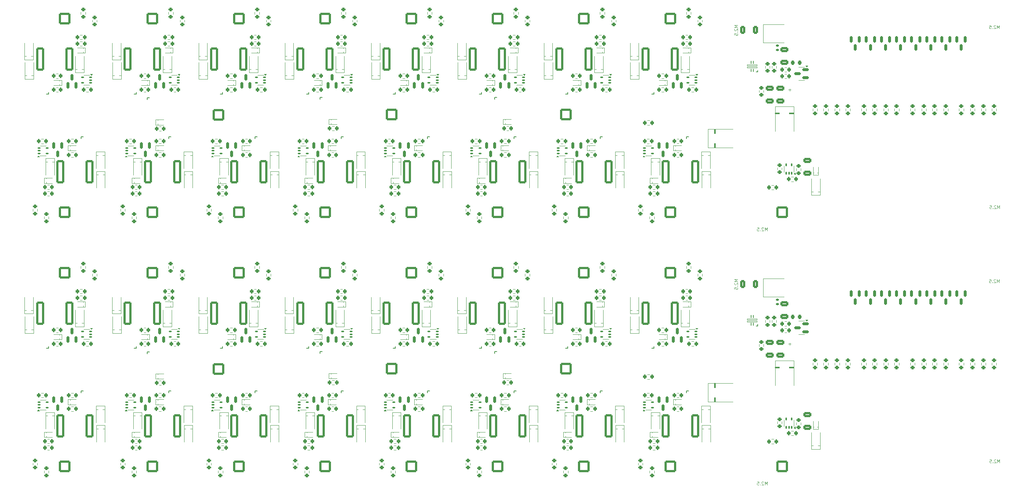
<source format=gbr>
%TF.GenerationSoftware,KiCad,Pcbnew,9.0.0+dfsg-1*%
%TF.CreationDate,2025-04-06T22:27:04+01:00*%
%TF.ProjectId,panel-16,70616e65-6c2d-4313-962e-6b696361645f,rev?*%
%TF.SameCoordinates,Original*%
%TF.FileFunction,Legend,Bot*%
%TF.FilePolarity,Positive*%
%FSLAX46Y46*%
G04 Gerber Fmt 4.6, Leading zero omitted, Abs format (unit mm)*
G04 Created by KiCad (PCBNEW 9.0.0+dfsg-1) date 2025-04-06 22:27:04*
%MOMM*%
%LPD*%
G01*
G04 APERTURE LIST*
G04 Aperture macros list*
%AMRoundRect*
0 Rectangle with rounded corners*
0 $1 Rounding radius*
0 $2 $3 $4 $5 $6 $7 $8 $9 X,Y pos of 4 corners*
0 Add a 4 corners polygon primitive as box body*
4,1,4,$2,$3,$4,$5,$6,$7,$8,$9,$2,$3,0*
0 Add four circle primitives for the rounded corners*
1,1,$1+$1,$2,$3*
1,1,$1+$1,$4,$5*
1,1,$1+$1,$6,$7*
1,1,$1+$1,$8,$9*
0 Add four rect primitives between the rounded corners*
20,1,$1+$1,$2,$3,$4,$5,0*
20,1,$1+$1,$4,$5,$6,$7,0*
20,1,$1+$1,$6,$7,$8,$9,0*
20,1,$1+$1,$8,$9,$2,$3,0*%
%AMFreePoly0*
4,1,5,0.225000,-0.400000,-0.225000,-0.400000,-0.225000,0.400000,0.225000,0.400000,0.225000,-0.400000,0.225000,-0.400000,$1*%
%AMFreePoly1*
4,1,29,0.150000,1.240000,0.200000,1.240000,0.200000,-1.260000,0.150000,-1.260000,0.150000,-1.860000,-0.150000,-1.860000,-0.150000,-1.260000,-1.350000,-1.260000,-1.350000,-1.210000,-2.050000,-1.210000,-2.050000,-0.760000,-1.350000,-0.760000,-1.350000,-0.560000,-2.050000,-0.560000,-2.050000,-0.110000,-1.350000,-0.110000,-1.350000,0.090000,-2.050000,0.090000,-2.050000,0.540000,-1.350000,0.540000,
-1.350000,0.740000,-2.050000,0.740000,-2.050000,1.190000,-1.350000,1.190000,-1.350000,1.240000,-0.150000,1.240000,-0.150000,1.840000,0.150000,1.840000,0.150000,1.240000,0.150000,1.240000,$1*%
%AMFreePoly2*
4,1,27,0.269134,0.146194,0.285355,0.135355,0.296194,0.119134,0.300000,0.100000,0.300000,-0.450000,0.296194,-0.469134,0.285355,-0.485355,0.269134,-0.496194,0.250000,-0.500000,0.100000,-0.500000,0.080866,-0.496194,0.064645,-0.485355,0.053806,-0.469134,0.050000,-0.450000,0.050000,-0.150000,-0.250000,-0.150000,-0.269134,-0.146194,-0.285355,-0.135355,-0.296194,-0.119134,-0.300000,-0.100000,
-0.300000,0.100000,-0.296194,0.119134,-0.285355,0.135355,-0.269134,0.146194,-0.250000,0.150000,0.250000,0.150000,0.269134,0.146194,0.269134,0.146194,$1*%
%AMFreePoly3*
4,1,27,0.269134,0.496194,0.285355,0.485355,0.296194,0.469134,0.300000,0.450000,0.300000,-0.100000,0.296194,-0.119134,0.285355,-0.135355,0.269134,-0.146194,0.250000,-0.150000,-0.250000,-0.150000,-0.269134,-0.146194,-0.285355,-0.135355,-0.296194,-0.119134,-0.300000,-0.100000,-0.300000,0.100000,-0.296194,0.119134,-0.285355,0.135355,-0.269134,0.146194,-0.250000,0.150000,0.050000,0.150000,
0.050000,0.450000,0.053806,0.469134,0.064645,0.485355,0.080866,0.496194,0.100000,0.500000,0.250000,0.500000,0.269134,0.496194,0.269134,0.496194,$1*%
%AMFreePoly4*
4,1,27,-0.080866,0.496194,-0.064645,0.485355,-0.053806,0.469134,-0.050000,0.450000,-0.050000,0.150000,0.250000,0.150000,0.269134,0.146194,0.285355,0.135355,0.296194,0.119134,0.300000,0.100000,0.300000,-0.100000,0.296194,-0.119134,0.285355,-0.135355,0.269134,-0.146194,0.250000,-0.150000,-0.250000,-0.150000,-0.269134,-0.146194,-0.285355,-0.135355,-0.296194,-0.119134,-0.300000,-0.100000,
-0.300000,0.450000,-0.296194,0.469134,-0.285355,0.485355,-0.269134,0.496194,-0.250000,0.500000,-0.100000,0.500000,-0.080866,0.496194,-0.080866,0.496194,$1*%
%AMFreePoly5*
4,1,27,0.269134,0.146194,0.285355,0.135355,0.296194,0.119134,0.300000,0.100000,0.300000,-0.100000,0.296194,-0.119134,0.285355,-0.135355,0.269134,-0.146194,0.250000,-0.150000,-0.050000,-0.150000,-0.050000,-0.450000,-0.053806,-0.469134,-0.064645,-0.485355,-0.080866,-0.496194,-0.100000,-0.500000,-0.250000,-0.500000,-0.269134,-0.496194,-0.285355,-0.485355,-0.296194,-0.469134,-0.300000,-0.450000,
-0.300000,0.100000,-0.296194,0.119134,-0.285355,0.135355,-0.269134,0.146194,-0.250000,0.150000,0.250000,0.150000,0.269134,0.146194,0.269134,0.146194,$1*%
G04 Aperture macros list end*
%ADD10C,0.120000*%
%ADD11C,0.150000*%
%ADD12C,0.300000*%
%ADD13RoundRect,0.250001X-1.099999X-1.099999X1.099999X-1.099999X1.099999X1.099999X-1.099999X1.099999X0*%
%ADD14C,2.700000*%
%ADD15RoundRect,0.250001X1.099999X1.099999X-1.099999X1.099999X-1.099999X-1.099999X1.099999X-1.099999X0*%
%ADD16R,1.727200X1.727200*%
%ADD17O,1.727200X1.727200*%
%ADD18C,2.750000*%
%ADD19R,1.700000X1.700000*%
%ADD20O,1.700000X1.700000*%
%ADD21C,2.780000*%
%ADD22C,1.500000*%
%ADD23FreePoly0,180.000000*%
%ADD24FreePoly1,90.000000*%
%ADD25RoundRect,0.200000X-0.200000X-0.275000X0.200000X-0.275000X0.200000X0.275000X-0.200000X0.275000X0*%
%ADD26RoundRect,0.250000X-0.712500X-2.475000X0.712500X-2.475000X0.712500X2.475000X-0.712500X2.475000X0*%
%ADD27RoundRect,0.200000X-0.275000X0.200000X-0.275000X-0.200000X0.275000X-0.200000X0.275000X0.200000X0*%
%ADD28RoundRect,0.200000X0.200000X0.275000X-0.200000X0.275000X-0.200000X-0.275000X0.200000X-0.275000X0*%
%ADD29RoundRect,0.150000X-0.150000X0.587500X-0.150000X-0.587500X0.150000X-0.587500X0.150000X0.587500X0*%
%ADD30RoundRect,0.150000X0.587500X0.150000X-0.587500X0.150000X-0.587500X-0.150000X0.587500X-0.150000X0*%
%ADD31R,1.100000X1.100000*%
%ADD32FreePoly0,0.000000*%
%ADD33FreePoly1,270.000000*%
%ADD34RoundRect,0.150000X0.150000X-0.587500X0.150000X0.587500X-0.150000X0.587500X-0.150000X-0.587500X0*%
%ADD35R,0.600000X0.700000*%
%ADD36RoundRect,0.200000X0.275000X-0.200000X0.275000X0.200000X-0.275000X0.200000X-0.275000X-0.200000X0*%
%ADD37RoundRect,0.100000X0.225000X0.100000X-0.225000X0.100000X-0.225000X-0.100000X0.225000X-0.100000X0*%
%ADD38RoundRect,0.250000X0.650000X-0.325000X0.650000X0.325000X-0.650000X0.325000X-0.650000X-0.325000X0*%
%ADD39RoundRect,0.250000X0.712500X2.475000X-0.712500X2.475000X-0.712500X-2.475000X0.712500X-2.475000X0*%
%ADD40RoundRect,0.100000X-0.225000X-0.100000X0.225000X-0.100000X0.225000X0.100000X-0.225000X0.100000X0*%
%ADD41R,0.700000X0.600000*%
%ADD42C,2.000000*%
%ADD43R,2.500000X2.300000*%
%ADD44R,2.300000X2.500000*%
%ADD45RoundRect,0.250000X-0.325000X-0.650000X0.325000X-0.650000X0.325000X0.650000X-0.325000X0.650000X0*%
%ADD46RoundRect,0.100000X0.100000X-0.225000X0.100000X0.225000X-0.100000X0.225000X-0.100000X-0.225000X0*%
%ADD47FreePoly2,90.000000*%
%ADD48RoundRect,0.050000X0.075000X-0.250000X0.075000X0.250000X-0.075000X0.250000X-0.075000X-0.250000X0*%
%ADD49FreePoly3,90.000000*%
%ADD50RoundRect,0.050000X1.150000X-0.100000X1.150000X0.100000X-1.150000X0.100000X-1.150000X-0.100000X0*%
%ADD51FreePoly4,90.000000*%
%ADD52FreePoly5,90.000000*%
%ADD53RoundRect,0.225000X-0.225000X-0.250000X0.225000X-0.250000X0.225000X0.250000X-0.225000X0.250000X0*%
%ADD54RoundRect,0.250000X-0.650000X0.325000X-0.650000X-0.325000X0.650000X-0.325000X0.650000X0.325000X0*%
%ADD55R,4.860000X3.360000*%
%ADD56R,1.400000X1.390000*%
%ADD57RoundRect,0.140000X0.170000X-0.140000X0.170000X0.140000X-0.170000X0.140000X-0.170000X-0.140000X0*%
G04 APERTURE END LIST*
D10*
X202630074Y-35057142D02*
X201880074Y-35057142D01*
X201880074Y-35057142D02*
X202415788Y-35307142D01*
X202415788Y-35307142D02*
X201880074Y-35557142D01*
X201880074Y-35557142D02*
X202630074Y-35557142D01*
X201951502Y-35878571D02*
X201915788Y-35914285D01*
X201915788Y-35914285D02*
X201880074Y-35985714D01*
X201880074Y-35985714D02*
X201880074Y-36164285D01*
X201880074Y-36164285D02*
X201915788Y-36235714D01*
X201915788Y-36235714D02*
X201951502Y-36271428D01*
X201951502Y-36271428D02*
X202022931Y-36307142D01*
X202022931Y-36307142D02*
X202094360Y-36307142D01*
X202094360Y-36307142D02*
X202201502Y-36271428D01*
X202201502Y-36271428D02*
X202630074Y-35842856D01*
X202630074Y-35842856D02*
X202630074Y-36307142D01*
X202558645Y-36628571D02*
X202594360Y-36664285D01*
X202594360Y-36664285D02*
X202630074Y-36628571D01*
X202630074Y-36628571D02*
X202594360Y-36592857D01*
X202594360Y-36592857D02*
X202558645Y-36628571D01*
X202558645Y-36628571D02*
X202630074Y-36628571D01*
X201880074Y-37342857D02*
X201880074Y-36985714D01*
X201880074Y-36985714D02*
X202237217Y-36950000D01*
X202237217Y-36950000D02*
X202201502Y-36985714D01*
X202201502Y-36985714D02*
X202165788Y-37057143D01*
X202165788Y-37057143D02*
X202165788Y-37235714D01*
X202165788Y-37235714D02*
X202201502Y-37307143D01*
X202201502Y-37307143D02*
X202237217Y-37342857D01*
X202237217Y-37342857D02*
X202308645Y-37378571D01*
X202308645Y-37378571D02*
X202487217Y-37378571D01*
X202487217Y-37378571D02*
X202558645Y-37342857D01*
X202558645Y-37342857D02*
X202594360Y-37307143D01*
X202594360Y-37307143D02*
X202630074Y-37235714D01*
X202630074Y-37235714D02*
X202630074Y-37057143D01*
X202630074Y-37057143D02*
X202594360Y-36985714D01*
X202594360Y-36985714D02*
X202558645Y-36950000D01*
X263332207Y-136640724D02*
X263332207Y-135890724D01*
X263332207Y-135890724D02*
X263082207Y-136426438D01*
X263082207Y-136426438D02*
X262832207Y-135890724D01*
X262832207Y-135890724D02*
X262832207Y-136640724D01*
X262510778Y-135962152D02*
X262475064Y-135926438D01*
X262475064Y-135926438D02*
X262403636Y-135890724D01*
X262403636Y-135890724D02*
X262225064Y-135890724D01*
X262225064Y-135890724D02*
X262153636Y-135926438D01*
X262153636Y-135926438D02*
X262117921Y-135962152D01*
X262117921Y-135962152D02*
X262082207Y-136033581D01*
X262082207Y-136033581D02*
X262082207Y-136105010D01*
X262082207Y-136105010D02*
X262117921Y-136212152D01*
X262117921Y-136212152D02*
X262546493Y-136640724D01*
X262546493Y-136640724D02*
X262082207Y-136640724D01*
X261760778Y-136569295D02*
X261725064Y-136605010D01*
X261725064Y-136605010D02*
X261760778Y-136640724D01*
X261760778Y-136640724D02*
X261796492Y-136605010D01*
X261796492Y-136605010D02*
X261760778Y-136569295D01*
X261760778Y-136569295D02*
X261760778Y-136640724D01*
X261046492Y-135890724D02*
X261403635Y-135890724D01*
X261403635Y-135890724D02*
X261439349Y-136247867D01*
X261439349Y-136247867D02*
X261403635Y-136212152D01*
X261403635Y-136212152D02*
X261332207Y-136176438D01*
X261332207Y-136176438D02*
X261153635Y-136176438D01*
X261153635Y-136176438D02*
X261082207Y-136212152D01*
X261082207Y-136212152D02*
X261046492Y-136247867D01*
X261046492Y-136247867D02*
X261010778Y-136319295D01*
X261010778Y-136319295D02*
X261010778Y-136497867D01*
X261010778Y-136497867D02*
X261046492Y-136569295D01*
X261046492Y-136569295D02*
X261082207Y-136605010D01*
X261082207Y-136605010D02*
X261153635Y-136640724D01*
X261153635Y-136640724D02*
X261332207Y-136640724D01*
X261332207Y-136640724D02*
X261403635Y-136605010D01*
X261403635Y-136605010D02*
X261439349Y-136569295D01*
X263232207Y-35840724D02*
X263232207Y-35090724D01*
X263232207Y-35090724D02*
X262982207Y-35626438D01*
X262982207Y-35626438D02*
X262732207Y-35090724D01*
X262732207Y-35090724D02*
X262732207Y-35840724D01*
X262410778Y-35162152D02*
X262375064Y-35126438D01*
X262375064Y-35126438D02*
X262303636Y-35090724D01*
X262303636Y-35090724D02*
X262125064Y-35090724D01*
X262125064Y-35090724D02*
X262053636Y-35126438D01*
X262053636Y-35126438D02*
X262017921Y-35162152D01*
X262017921Y-35162152D02*
X261982207Y-35233581D01*
X261982207Y-35233581D02*
X261982207Y-35305010D01*
X261982207Y-35305010D02*
X262017921Y-35412152D01*
X262017921Y-35412152D02*
X262446493Y-35840724D01*
X262446493Y-35840724D02*
X261982207Y-35840724D01*
X261660778Y-35769295D02*
X261625064Y-35805010D01*
X261625064Y-35805010D02*
X261660778Y-35840724D01*
X261660778Y-35840724D02*
X261696492Y-35805010D01*
X261696492Y-35805010D02*
X261660778Y-35769295D01*
X261660778Y-35769295D02*
X261660778Y-35840724D01*
X260946492Y-35090724D02*
X261303635Y-35090724D01*
X261303635Y-35090724D02*
X261339349Y-35447867D01*
X261339349Y-35447867D02*
X261303635Y-35412152D01*
X261303635Y-35412152D02*
X261232207Y-35376438D01*
X261232207Y-35376438D02*
X261053635Y-35376438D01*
X261053635Y-35376438D02*
X260982207Y-35412152D01*
X260982207Y-35412152D02*
X260946492Y-35447867D01*
X260946492Y-35447867D02*
X260910778Y-35519295D01*
X260910778Y-35519295D02*
X260910778Y-35697867D01*
X260910778Y-35697867D02*
X260946492Y-35769295D01*
X260946492Y-35769295D02*
X260982207Y-35805010D01*
X260982207Y-35805010D02*
X261053635Y-35840724D01*
X261053635Y-35840724D02*
X261232207Y-35840724D01*
X261232207Y-35840724D02*
X261303635Y-35805010D01*
X261303635Y-35805010D02*
X261339349Y-35769295D01*
X202630074Y-94057142D02*
X201880074Y-94057142D01*
X201880074Y-94057142D02*
X202415788Y-94307142D01*
X202415788Y-94307142D02*
X201880074Y-94557142D01*
X201880074Y-94557142D02*
X202630074Y-94557142D01*
X201951502Y-94878571D02*
X201915788Y-94914285D01*
X201915788Y-94914285D02*
X201880074Y-94985714D01*
X201880074Y-94985714D02*
X201880074Y-95164285D01*
X201880074Y-95164285D02*
X201915788Y-95235714D01*
X201915788Y-95235714D02*
X201951502Y-95271428D01*
X201951502Y-95271428D02*
X202022931Y-95307142D01*
X202022931Y-95307142D02*
X202094360Y-95307142D01*
X202094360Y-95307142D02*
X202201502Y-95271428D01*
X202201502Y-95271428D02*
X202630074Y-94842856D01*
X202630074Y-94842856D02*
X202630074Y-95307142D01*
X202558645Y-95628571D02*
X202594360Y-95664285D01*
X202594360Y-95664285D02*
X202630074Y-95628571D01*
X202630074Y-95628571D02*
X202594360Y-95592857D01*
X202594360Y-95592857D02*
X202558645Y-95628571D01*
X202558645Y-95628571D02*
X202630074Y-95628571D01*
X201880074Y-96342857D02*
X201880074Y-95985714D01*
X201880074Y-95985714D02*
X202237217Y-95950000D01*
X202237217Y-95950000D02*
X202201502Y-95985714D01*
X202201502Y-95985714D02*
X202165788Y-96057143D01*
X202165788Y-96057143D02*
X202165788Y-96235714D01*
X202165788Y-96235714D02*
X202201502Y-96307143D01*
X202201502Y-96307143D02*
X202237217Y-96342857D01*
X202237217Y-96342857D02*
X202308645Y-96378571D01*
X202308645Y-96378571D02*
X202487217Y-96378571D01*
X202487217Y-96378571D02*
X202558645Y-96342857D01*
X202558645Y-96342857D02*
X202594360Y-96307143D01*
X202594360Y-96307143D02*
X202630074Y-96235714D01*
X202630074Y-96235714D02*
X202630074Y-96057143D01*
X202630074Y-96057143D02*
X202594360Y-95985714D01*
X202594360Y-95985714D02*
X202558645Y-95950000D01*
X263232207Y-94840724D02*
X263232207Y-94090724D01*
X263232207Y-94090724D02*
X262982207Y-94626438D01*
X262982207Y-94626438D02*
X262732207Y-94090724D01*
X262732207Y-94090724D02*
X262732207Y-94840724D01*
X262410778Y-94162152D02*
X262375064Y-94126438D01*
X262375064Y-94126438D02*
X262303636Y-94090724D01*
X262303636Y-94090724D02*
X262125064Y-94090724D01*
X262125064Y-94090724D02*
X262053636Y-94126438D01*
X262053636Y-94126438D02*
X262017921Y-94162152D01*
X262017921Y-94162152D02*
X261982207Y-94233581D01*
X261982207Y-94233581D02*
X261982207Y-94305010D01*
X261982207Y-94305010D02*
X262017921Y-94412152D01*
X262017921Y-94412152D02*
X262446493Y-94840724D01*
X262446493Y-94840724D02*
X261982207Y-94840724D01*
X261660778Y-94769295D02*
X261625064Y-94805010D01*
X261625064Y-94805010D02*
X261660778Y-94840724D01*
X261660778Y-94840724D02*
X261696492Y-94805010D01*
X261696492Y-94805010D02*
X261660778Y-94769295D01*
X261660778Y-94769295D02*
X261660778Y-94840724D01*
X260946492Y-94090724D02*
X261303635Y-94090724D01*
X261303635Y-94090724D02*
X261339349Y-94447867D01*
X261339349Y-94447867D02*
X261303635Y-94412152D01*
X261303635Y-94412152D02*
X261232207Y-94376438D01*
X261232207Y-94376438D02*
X261053635Y-94376438D01*
X261053635Y-94376438D02*
X260982207Y-94412152D01*
X260982207Y-94412152D02*
X260946492Y-94447867D01*
X260946492Y-94447867D02*
X260910778Y-94519295D01*
X260910778Y-94519295D02*
X260910778Y-94697867D01*
X260910778Y-94697867D02*
X260946492Y-94769295D01*
X260946492Y-94769295D02*
X260982207Y-94805010D01*
X260982207Y-94805010D02*
X261053635Y-94840724D01*
X261053635Y-94840724D02*
X261232207Y-94840724D01*
X261232207Y-94840724D02*
X261303635Y-94805010D01*
X261303635Y-94805010D02*
X261339349Y-94769295D01*
X214975063Y-50055010D02*
X214403635Y-50055010D01*
X214689349Y-50340724D02*
X214689349Y-49769295D01*
X263332207Y-77640724D02*
X263332207Y-76890724D01*
X263332207Y-76890724D02*
X263082207Y-77426438D01*
X263082207Y-77426438D02*
X262832207Y-76890724D01*
X262832207Y-76890724D02*
X262832207Y-77640724D01*
X262510778Y-76962152D02*
X262475064Y-76926438D01*
X262475064Y-76926438D02*
X262403636Y-76890724D01*
X262403636Y-76890724D02*
X262225064Y-76890724D01*
X262225064Y-76890724D02*
X262153636Y-76926438D01*
X262153636Y-76926438D02*
X262117921Y-76962152D01*
X262117921Y-76962152D02*
X262082207Y-77033581D01*
X262082207Y-77033581D02*
X262082207Y-77105010D01*
X262082207Y-77105010D02*
X262117921Y-77212152D01*
X262117921Y-77212152D02*
X262546493Y-77640724D01*
X262546493Y-77640724D02*
X262082207Y-77640724D01*
X261760778Y-77569295D02*
X261725064Y-77605010D01*
X261725064Y-77605010D02*
X261760778Y-77640724D01*
X261760778Y-77640724D02*
X261796492Y-77605010D01*
X261796492Y-77605010D02*
X261760778Y-77569295D01*
X261760778Y-77569295D02*
X261760778Y-77640724D01*
X261046492Y-76890724D02*
X261403635Y-76890724D01*
X261403635Y-76890724D02*
X261439349Y-77247867D01*
X261439349Y-77247867D02*
X261403635Y-77212152D01*
X261403635Y-77212152D02*
X261332207Y-77176438D01*
X261332207Y-77176438D02*
X261153635Y-77176438D01*
X261153635Y-77176438D02*
X261082207Y-77212152D01*
X261082207Y-77212152D02*
X261046492Y-77247867D01*
X261046492Y-77247867D02*
X261010778Y-77319295D01*
X261010778Y-77319295D02*
X261010778Y-77497867D01*
X261010778Y-77497867D02*
X261046492Y-77569295D01*
X261046492Y-77569295D02*
X261082207Y-77605010D01*
X261082207Y-77605010D02*
X261153635Y-77640724D01*
X261153635Y-77640724D02*
X261332207Y-77640724D01*
X261332207Y-77640724D02*
X261403635Y-77605010D01*
X261403635Y-77605010D02*
X261439349Y-77569295D01*
X209432207Y-82790724D02*
X209432207Y-82040724D01*
X209432207Y-82040724D02*
X209182207Y-82576438D01*
X209182207Y-82576438D02*
X208932207Y-82040724D01*
X208932207Y-82040724D02*
X208932207Y-82790724D01*
X208610778Y-82112152D02*
X208575064Y-82076438D01*
X208575064Y-82076438D02*
X208503636Y-82040724D01*
X208503636Y-82040724D02*
X208325064Y-82040724D01*
X208325064Y-82040724D02*
X208253636Y-82076438D01*
X208253636Y-82076438D02*
X208217921Y-82112152D01*
X208217921Y-82112152D02*
X208182207Y-82183581D01*
X208182207Y-82183581D02*
X208182207Y-82255010D01*
X208182207Y-82255010D02*
X208217921Y-82362152D01*
X208217921Y-82362152D02*
X208646493Y-82790724D01*
X208646493Y-82790724D02*
X208182207Y-82790724D01*
X207860778Y-82719295D02*
X207825064Y-82755010D01*
X207825064Y-82755010D02*
X207860778Y-82790724D01*
X207860778Y-82790724D02*
X207896492Y-82755010D01*
X207896492Y-82755010D02*
X207860778Y-82719295D01*
X207860778Y-82719295D02*
X207860778Y-82790724D01*
X207146492Y-82040724D02*
X207503635Y-82040724D01*
X207503635Y-82040724D02*
X207539349Y-82397867D01*
X207539349Y-82397867D02*
X207503635Y-82362152D01*
X207503635Y-82362152D02*
X207432207Y-82326438D01*
X207432207Y-82326438D02*
X207253635Y-82326438D01*
X207253635Y-82326438D02*
X207182207Y-82362152D01*
X207182207Y-82362152D02*
X207146492Y-82397867D01*
X207146492Y-82397867D02*
X207110778Y-82469295D01*
X207110778Y-82469295D02*
X207110778Y-82647867D01*
X207110778Y-82647867D02*
X207146492Y-82719295D01*
X207146492Y-82719295D02*
X207182207Y-82755010D01*
X207182207Y-82755010D02*
X207253635Y-82790724D01*
X207253635Y-82790724D02*
X207432207Y-82790724D01*
X207432207Y-82790724D02*
X207503635Y-82755010D01*
X207503635Y-82755010D02*
X207539349Y-82719295D01*
X209432207Y-141790724D02*
X209432207Y-141040724D01*
X209432207Y-141040724D02*
X209182207Y-141576438D01*
X209182207Y-141576438D02*
X208932207Y-141040724D01*
X208932207Y-141040724D02*
X208932207Y-141790724D01*
X208610778Y-141112152D02*
X208575064Y-141076438D01*
X208575064Y-141076438D02*
X208503636Y-141040724D01*
X208503636Y-141040724D02*
X208325064Y-141040724D01*
X208325064Y-141040724D02*
X208253636Y-141076438D01*
X208253636Y-141076438D02*
X208217921Y-141112152D01*
X208217921Y-141112152D02*
X208182207Y-141183581D01*
X208182207Y-141183581D02*
X208182207Y-141255010D01*
X208182207Y-141255010D02*
X208217921Y-141362152D01*
X208217921Y-141362152D02*
X208646493Y-141790724D01*
X208646493Y-141790724D02*
X208182207Y-141790724D01*
X207860778Y-141719295D02*
X207825064Y-141755010D01*
X207825064Y-141755010D02*
X207860778Y-141790724D01*
X207860778Y-141790724D02*
X207896492Y-141755010D01*
X207896492Y-141755010D02*
X207860778Y-141719295D01*
X207860778Y-141719295D02*
X207860778Y-141790724D01*
X207146492Y-141040724D02*
X207503635Y-141040724D01*
X207503635Y-141040724D02*
X207539349Y-141397867D01*
X207539349Y-141397867D02*
X207503635Y-141362152D01*
X207503635Y-141362152D02*
X207432207Y-141326438D01*
X207432207Y-141326438D02*
X207253635Y-141326438D01*
X207253635Y-141326438D02*
X207182207Y-141362152D01*
X207182207Y-141362152D02*
X207146492Y-141397867D01*
X207146492Y-141397867D02*
X207110778Y-141469295D01*
X207110778Y-141469295D02*
X207110778Y-141647867D01*
X207110778Y-141647867D02*
X207146492Y-141719295D01*
X207146492Y-141719295D02*
X207182207Y-141755010D01*
X207182207Y-141755010D02*
X207253635Y-141790724D01*
X207253635Y-141790724D02*
X207432207Y-141790724D01*
X207432207Y-141790724D02*
X207503635Y-141755010D01*
X207503635Y-141755010D02*
X207539349Y-141719295D01*
X214975063Y-109055010D02*
X214403635Y-109055010D01*
X214689349Y-109340724D02*
X214689349Y-108769295D01*
D11*
%TO.C,Q34*%
X105874350Y-110787500D02*
X105874350Y-111237500D01*
X106374350Y-110787500D02*
X105874350Y-110787500D01*
D10*
%TO.C,R140*%
X185009586Y-108527500D02*
X185484102Y-108527500D01*
X185009586Y-109572500D02*
X185484102Y-109572500D01*
%TO.C,R72*%
X90724344Y-32012742D02*
X90724344Y-32487258D01*
X91769344Y-32012742D02*
X91769344Y-32487258D01*
%TO.C,R142*%
X190724344Y-32012742D02*
X190724344Y-32487258D01*
X191769344Y-32012742D02*
X191769344Y-32487258D01*
%TO.C,R13*%
X63449102Y-73627500D02*
X62974586Y-73627500D01*
X63449102Y-74672500D02*
X62974586Y-74672500D01*
%TO.C,R42*%
X209016850Y-44562742D02*
X209016850Y-45037258D01*
X210061850Y-44562742D02*
X210061850Y-45037258D01*
%TO.C,U9*%
X216776850Y-103740000D02*
X217426850Y-103740000D01*
X216776850Y-106860000D02*
X217426850Y-106860000D01*
X218076850Y-103740000D02*
X217426850Y-103740000D01*
X218076850Y-106860000D02*
X217426850Y-106860000D01*
X218589350Y-103790000D02*
X218349350Y-103460000D01*
X218829350Y-103460000D01*
X218589350Y-103790000D01*
G36*
X218589350Y-103790000D02*
G01*
X218349350Y-103460000D01*
X218829350Y-103460000D01*
X218589350Y-103790000D01*
G37*
%TO.C,R81*%
X110559586Y-97827500D02*
X111034102Y-97827500D01*
X110559586Y-98872500D02*
X111034102Y-98872500D01*
%TO.C,D61*%
X114311844Y-68950000D02*
X114311844Y-72800000D01*
X114311844Y-68950000D02*
X116311844Y-68950000D01*
X114311844Y-69750000D02*
X116311844Y-69750000D01*
X116311844Y-68950000D02*
X116311844Y-72800000D01*
%TO.C,R52*%
X88999102Y-120427500D02*
X88524586Y-120427500D01*
X88999102Y-121472500D02*
X88524586Y-121472500D01*
%TO.C,R97*%
X132426608Y-108477500D02*
X131952092Y-108477500D01*
X132426608Y-109522500D02*
X131952092Y-109522500D01*
D11*
%TO.C,Q17*%
X102746844Y-110050000D02*
X103246844Y-110050000D01*
X103246844Y-110050000D02*
X103246844Y-109600000D01*
D10*
%TO.C,D75*%
X134311844Y-68950000D02*
X134311844Y-72800000D01*
X134311844Y-68950000D02*
X136311844Y-68950000D01*
X134311844Y-69750000D02*
X136311844Y-69750000D01*
X136311844Y-68950000D02*
X136311844Y-72800000D01*
%TO.C,D74*%
X134261844Y-123450000D02*
X134261844Y-127300000D01*
X134261844Y-123450000D02*
X136261844Y-123450000D01*
X134261844Y-124250000D02*
X136261844Y-124250000D01*
X136261844Y-123450000D02*
X136261844Y-127300000D01*
%TO.C,R145*%
X245246850Y-113462742D02*
X245246850Y-113937258D01*
X246291850Y-113462742D02*
X246291850Y-113937258D01*
%TO.C,R104*%
X141752092Y-61477500D02*
X142226608Y-61477500D01*
X141752092Y-62522500D02*
X142226608Y-62522500D01*
D11*
%TO.C,Q21*%
X122746844Y-51050000D02*
X123246844Y-51050000D01*
X123246844Y-51050000D02*
X123246844Y-50600000D01*
D10*
%TO.C,D70*%
X122561844Y-65950000D02*
X122561844Y-69800000D01*
X122561844Y-65950000D02*
X124561844Y-65950000D01*
X122561844Y-66750000D02*
X124561844Y-66750000D01*
X124561844Y-65950000D02*
X124561844Y-69800000D01*
%TO.C,R85*%
X105484102Y-105327500D02*
X105009586Y-105327500D01*
X105484102Y-106372500D02*
X105009586Y-106372500D01*
%TO.C,D47*%
X62261844Y-71750000D02*
X62261844Y-70550000D01*
X62761844Y-71750000D02*
X62761844Y-70550000D01*
X64111844Y-70550000D02*
X62261844Y-70550000D01*
X64111844Y-71750000D02*
X62261844Y-71750000D01*
%TO.C,R131*%
X179589344Y-78187258D02*
X179589344Y-77712742D01*
X180634344Y-78187258D02*
X180634344Y-77712742D01*
%TO.C,R52*%
X88999102Y-61427500D02*
X88524586Y-61427500D01*
X88999102Y-62472500D02*
X88524586Y-62472500D01*
%TO.C,R119*%
X168999102Y-61427500D02*
X168524586Y-61427500D01*
X168999102Y-62472500D02*
X168524586Y-62472500D01*
%TO.C,D25*%
X82561844Y-65950000D02*
X82561844Y-69800000D01*
X82561844Y-65950000D02*
X84561844Y-65950000D01*
X82561844Y-66750000D02*
X84561844Y-66750000D01*
X84561844Y-65950000D02*
X84561844Y-69800000D01*
%TO.C,R53*%
X42659592Y-131127500D02*
X43134108Y-131127500D01*
X42659592Y-132172500D02*
X43134108Y-132172500D01*
%TO.C,R80*%
X110559586Y-96327500D02*
X111034102Y-96327500D01*
X110559586Y-97372500D02*
X111034102Y-97372500D01*
%TO.C,R41*%
X213976608Y-44827500D02*
X213502092Y-44827500D01*
X213976608Y-45872500D02*
X213502092Y-45872500D01*
%TO.C,D77*%
X129446844Y-105050000D02*
X129446844Y-101200000D01*
X131446844Y-104250000D02*
X129446844Y-104250000D01*
X131446844Y-105050000D02*
X129446844Y-105050000D01*
X131446844Y-105050000D02*
X131446844Y-101200000D01*
%TO.C,R31*%
X227646850Y-54462742D02*
X227646850Y-54937258D01*
X228691850Y-54462742D02*
X228691850Y-54937258D01*
%TO.C,R51*%
X81552092Y-61477500D02*
X82026608Y-61477500D01*
X81552092Y-62522500D02*
X82026608Y-62522500D01*
%TO.C,R5*%
X50409350Y-91012742D02*
X50409350Y-91487258D01*
X51454350Y-91012742D02*
X51454350Y-91487258D01*
%TO.C,D28*%
X94311844Y-127950000D02*
X94311844Y-131800000D01*
X94311844Y-127950000D02*
X96311844Y-127950000D01*
X94311844Y-128750000D02*
X96311844Y-128750000D01*
X96311844Y-127950000D02*
X96311844Y-131800000D01*
%TO.C,R116*%
X163449102Y-131127500D02*
X162974586Y-131127500D01*
X163449102Y-132172500D02*
X162974586Y-132172500D01*
%TO.C,D117*%
X194311844Y-127950000D02*
X194311844Y-131800000D01*
X194311844Y-127950000D02*
X196311844Y-127950000D01*
X194311844Y-128750000D02*
X196311844Y-128750000D01*
X196311844Y-127950000D02*
X196311844Y-131800000D01*
%TO.C,R55*%
X211806850Y-127112742D02*
X211806850Y-127587258D01*
X212851850Y-127112742D02*
X212851850Y-127587258D01*
%TO.C,D81*%
X117746844Y-47550000D02*
X117746844Y-43700000D01*
X119746844Y-46750000D02*
X117746844Y-46750000D01*
X119746844Y-47550000D02*
X117746844Y-47550000D01*
X119746844Y-47550000D02*
X119746844Y-43700000D01*
%TO.C,U10*%
X72746844Y-48960000D02*
X71346844Y-48960000D01*
X72756844Y-46640000D02*
X71346844Y-46640000D01*
X73126844Y-46690000D02*
X72886844Y-46360000D01*
X73366844Y-46360000D01*
X73126844Y-46690000D01*
G36*
X73126844Y-46690000D02*
G01*
X72886844Y-46360000D01*
X73366844Y-46360000D01*
X73126844Y-46690000D01*
G37*
%TO.C,R111*%
X152426608Y-49477500D02*
X151952092Y-49477500D01*
X152426608Y-50522500D02*
X151952092Y-50522500D01*
%TO.C,R98*%
X125009586Y-108527500D02*
X125484102Y-108527500D01*
X125009586Y-109572500D02*
X125484102Y-109572500D01*
%TO.C,R51*%
X81552092Y-120477500D02*
X82026608Y-120477500D01*
X81552092Y-121522500D02*
X82026608Y-121522500D01*
%TO.C,R14*%
X61652092Y-61477500D02*
X62126608Y-61477500D01*
X61652092Y-62522500D02*
X62126608Y-62522500D01*
D11*
%TO.C,Q19*%
X130761844Y-60950000D02*
X130761844Y-61400000D01*
X131261844Y-60950000D02*
X130761844Y-60950000D01*
%TO.C,Q31*%
X190761844Y-60950000D02*
X190761844Y-61400000D01*
X191261844Y-60950000D02*
X190761844Y-60950000D01*
X190761844Y-119950000D02*
X190761844Y-120400000D01*
X191261844Y-119950000D02*
X190761844Y-119950000D01*
D10*
%TO.C,D102*%
X174261844Y-64450000D02*
X174261844Y-68300000D01*
X174261844Y-64450000D02*
X176261844Y-64450000D01*
X174261844Y-65250000D02*
X176261844Y-65250000D01*
X176261844Y-64450000D02*
X176261844Y-68300000D01*
%TO.C,R37*%
X256546850Y-54462742D02*
X256546850Y-54937258D01*
X257591850Y-54462742D02*
X257591850Y-54937258D01*
%TO.C,D82*%
X117696844Y-43050000D02*
X117696844Y-39200000D01*
X119696844Y-42250000D02*
X117696844Y-42250000D01*
X119696844Y-43050000D02*
X117696844Y-43050000D01*
X119696844Y-43050000D02*
X119696844Y-39200000D01*
%TO.C,R115*%
X163449102Y-73627500D02*
X162974586Y-73627500D01*
X163449102Y-74672500D02*
X162974586Y-74672500D01*
%TO.C,R6*%
X48209592Y-123627500D02*
X48684108Y-123627500D01*
X48209592Y-124672500D02*
X48684108Y-124672500D01*
%TO.C,D116*%
X194261844Y-123450000D02*
X194261844Y-127300000D01*
X194261844Y-123450000D02*
X196261844Y-123450000D01*
X194261844Y-124250000D02*
X196261844Y-124250000D01*
X196261844Y-123450000D02*
X196261844Y-127300000D01*
%TO.C,R8*%
X68552092Y-117577500D02*
X69026608Y-117577500D01*
X68552092Y-118622500D02*
X69026608Y-118622500D01*
%TO.C,R107*%
X142239344Y-138987258D02*
X142239344Y-138512742D01*
X143284344Y-138987258D02*
X143284344Y-138512742D01*
%TO.C,R50*%
X83449102Y-132627500D02*
X82974586Y-132627500D01*
X83449102Y-133672500D02*
X82974586Y-133672500D01*
%TO.C,U13*%
X101251844Y-65360000D02*
X102661844Y-65360000D01*
X101261844Y-63040000D02*
X102661844Y-63040000D01*
X101121844Y-65640000D02*
X100641844Y-65640000D01*
X100881844Y-65310000D01*
X101121844Y-65640000D01*
G36*
X101121844Y-65640000D02*
G01*
X100641844Y-65640000D01*
X100881844Y-65310000D01*
X101121844Y-65640000D01*
G37*
%TO.C,R116*%
X163449102Y-72127500D02*
X162974586Y-72127500D01*
X163449102Y-73172500D02*
X162974586Y-73172500D01*
%TO.C,D6*%
X67739350Y-117200000D02*
X67739350Y-116000000D01*
X68239350Y-117200000D02*
X68239350Y-116000000D01*
X69589350Y-116000000D02*
X67739350Y-116000000D01*
X69589350Y-117200000D02*
X67739350Y-117200000D01*
%TO.C,R19*%
X72426608Y-49477500D02*
X71952092Y-49477500D01*
X72426608Y-50522500D02*
X71952092Y-50522500D01*
X72426608Y-108477500D02*
X71952092Y-108477500D01*
X72426608Y-109522500D02*
X71952092Y-109522500D01*
%TO.C,R74*%
X103449102Y-72127500D02*
X102974586Y-72127500D01*
X103449102Y-73172500D02*
X102974586Y-73172500D01*
%TO.C,D102*%
X174261844Y-123450000D02*
X174261844Y-127300000D01*
X174261844Y-123450000D02*
X176261844Y-123450000D01*
X174261844Y-124250000D02*
X176261844Y-124250000D01*
X176261844Y-123450000D02*
X176261844Y-127300000D01*
%TO.C,R112*%
X145009586Y-49527500D02*
X145484102Y-49527500D01*
X145009586Y-50572500D02*
X145484102Y-50572500D01*
D11*
%TO.C,Q25*%
X142746844Y-51050000D02*
X143246844Y-51050000D01*
X143246844Y-51050000D02*
X143246844Y-50600000D01*
D10*
%TO.C,R23*%
X181702092Y-57177500D02*
X182176608Y-57177500D01*
X181702092Y-58222500D02*
X182176608Y-58222500D01*
%TO.C,R79*%
X102239344Y-79987258D02*
X102239344Y-79512742D01*
X103284344Y-79987258D02*
X103284344Y-79512742D01*
%TO.C,R57*%
X71034102Y-38827500D02*
X70559586Y-38827500D01*
X71034102Y-39872500D02*
X70559586Y-39872500D01*
%TO.C,R62*%
X83449102Y-72127500D02*
X82974586Y-72127500D01*
X83449102Y-73172500D02*
X82974586Y-73172500D01*
D11*
%TO.C,Q11*%
X90761844Y-60950000D02*
X90761844Y-61400000D01*
X91261844Y-60950000D02*
X90761844Y-60950000D01*
D10*
%TO.C,R137*%
X190559586Y-97827500D02*
X191034102Y-97827500D01*
X190559586Y-98872500D02*
X191034102Y-98872500D01*
%TO.C,R47*%
X216231850Y-127337742D02*
X216231850Y-127812258D01*
X217276850Y-127337742D02*
X217276850Y-127812258D01*
%TO.C,U13*%
X101251844Y-124360000D02*
X102661844Y-124360000D01*
X101261844Y-122040000D02*
X102661844Y-122040000D01*
X101121844Y-124640000D02*
X100641844Y-124640000D01*
X100881844Y-124310000D01*
X101121844Y-124640000D01*
G36*
X101121844Y-124640000D02*
G01*
X100641844Y-124640000D01*
X100881844Y-124310000D01*
X101121844Y-124640000D01*
G37*
%TO.C,D39*%
X220139350Y-69350000D02*
X221339350Y-69350000D01*
X220139350Y-69850000D02*
X220139350Y-68000000D01*
X220139350Y-69850000D02*
X221339350Y-69850000D01*
X221339350Y-69850000D02*
X221339350Y-68000000D01*
D11*
%TO.C,Q7*%
X70761844Y-119950000D02*
X70761844Y-120400000D01*
X71261844Y-119950000D02*
X70761844Y-119950000D01*
D10*
%TO.C,D133*%
X148259350Y-58100000D02*
X148259350Y-56900000D01*
X148759350Y-58100000D02*
X148759350Y-56900000D01*
X150109350Y-56900000D02*
X148259350Y-56900000D01*
X150109350Y-58100000D02*
X148259350Y-58100000D01*
%TO.C,R32*%
X238946850Y-113462742D02*
X238946850Y-113937258D01*
X239991850Y-113462742D02*
X239991850Y-113937258D01*
%TO.C,R106*%
X148524586Y-64627500D02*
X148999102Y-64627500D01*
X148524586Y-65672500D02*
X148999102Y-65672500D01*
%TO.C,D91*%
X149446844Y-105050000D02*
X149446844Y-101200000D01*
X151446844Y-104250000D02*
X149446844Y-104250000D01*
X151446844Y-105050000D02*
X149446844Y-105050000D01*
X151446844Y-105050000D02*
X151446844Y-101200000D01*
%TO.C,D49*%
X82261844Y-71750000D02*
X82261844Y-70550000D01*
X82761844Y-71750000D02*
X82761844Y-70550000D01*
X84111844Y-70550000D02*
X82261844Y-70550000D01*
X84111844Y-71750000D02*
X82261844Y-71750000D01*
%TO.C,D82*%
X117696844Y-102050000D02*
X117696844Y-98200000D01*
X119696844Y-101250000D02*
X117696844Y-101250000D01*
X119696844Y-102050000D02*
X117696844Y-102050000D01*
X119696844Y-102050000D02*
X119696844Y-98200000D01*
%TO.C,U5*%
X42346850Y-63040000D02*
X40946850Y-63040000D01*
X42346850Y-65360000D02*
X40936850Y-65360000D01*
X40806850Y-65640000D02*
X40326850Y-65640000D01*
X40566850Y-65310000D01*
X40806850Y-65640000D01*
G36*
X40806850Y-65640000D02*
G01*
X40326850Y-65640000D01*
X40566850Y-65310000D01*
X40806850Y-65640000D01*
G37*
%TO.C,R9*%
X43134108Y-73627500D02*
X42659592Y-73627500D01*
X43134108Y-74672500D02*
X42659592Y-74672500D01*
%TO.C,D63*%
X109446844Y-46050000D02*
X109446844Y-42200000D01*
X111446844Y-45250000D02*
X109446844Y-45250000D01*
X111446844Y-46050000D02*
X109446844Y-46050000D01*
X111446844Y-46050000D02*
X111446844Y-42200000D01*
%TO.C,D101*%
X167711844Y-64150000D02*
X167711844Y-62950000D01*
X168211844Y-64150000D02*
X168211844Y-62950000D01*
X169561844Y-62950000D02*
X167711844Y-62950000D01*
X169561844Y-64150000D02*
X167711844Y-64150000D01*
%TO.C,D52*%
X84446844Y-47850000D02*
X86296844Y-47850000D01*
X84446844Y-49050000D02*
X86296844Y-49050000D01*
X85796844Y-47850000D02*
X85796844Y-49050000D01*
X86296844Y-47850000D02*
X86296844Y-49050000D01*
D11*
%TO.C,Q34*%
X105874350Y-51787500D02*
X105874350Y-52237500D01*
X106374350Y-51787500D02*
X105874350Y-51787500D01*
D10*
%TO.C,R96*%
X133374344Y-33812742D02*
X133374344Y-34287258D01*
X134419344Y-33812742D02*
X134419344Y-34287258D01*
%TO.C,R146*%
X242646850Y-113462742D02*
X242646850Y-113937258D01*
X243691850Y-113462742D02*
X243691850Y-113937258D01*
%TO.C,R127*%
X165484102Y-105327500D02*
X165009586Y-105327500D01*
X165484102Y-106372500D02*
X165009586Y-106372500D01*
%TO.C,D101*%
X167711844Y-123150000D02*
X167711844Y-121950000D01*
X168211844Y-123150000D02*
X168211844Y-121950000D01*
X169561844Y-121950000D02*
X167711844Y-121950000D01*
X169561844Y-123150000D02*
X167711844Y-123150000D01*
%TO.C,R94*%
X130559586Y-37327500D02*
X131034102Y-37327500D01*
X130559586Y-38372500D02*
X131034102Y-38372500D01*
%TO.C,D120*%
X189896844Y-40250000D02*
X191746844Y-40250000D01*
X189896844Y-41450000D02*
X191746844Y-41450000D01*
X191246844Y-40250000D02*
X191246844Y-41450000D01*
X191746844Y-40250000D02*
X191746844Y-41450000D01*
%TO.C,R91*%
X128999102Y-61427500D02*
X128524586Y-61427500D01*
X128999102Y-62472500D02*
X128524586Y-62472500D01*
%TO.C,D96*%
X137696844Y-43050000D02*
X137696844Y-39200000D01*
X139696844Y-42250000D02*
X137696844Y-42250000D01*
X139696844Y-43050000D02*
X137696844Y-43050000D01*
X139696844Y-43050000D02*
X139696844Y-39200000D01*
D11*
%TO.C,Q2*%
X50446850Y-119950000D02*
X50446850Y-120400000D01*
X50946850Y-119950000D02*
X50446850Y-119950000D01*
D10*
%TO.C,R129*%
X183449102Y-132627500D02*
X182974586Y-132627500D01*
X183449102Y-133672500D02*
X182974586Y-133672500D01*
D11*
%TO.C,Q13*%
X82746844Y-51050000D02*
X83246844Y-51050000D01*
X83246844Y-51050000D02*
X83246844Y-50600000D01*
D10*
%TO.C,R123*%
X170559586Y-38827500D02*
X171034102Y-38827500D01*
X170559586Y-39872500D02*
X171034102Y-39872500D01*
%TO.C,D74*%
X134261844Y-64450000D02*
X134261844Y-68300000D01*
X134261844Y-64450000D02*
X136261844Y-64450000D01*
X134261844Y-65250000D02*
X136261844Y-65250000D01*
X136261844Y-64450000D02*
X136261844Y-68300000D01*
%TO.C,R62*%
X83449102Y-131127500D02*
X82974586Y-131127500D01*
X83449102Y-132172500D02*
X82974586Y-132172500D01*
%TO.C,D8*%
X53946850Y-64450000D02*
X53946850Y-68300000D01*
X53946850Y-64450000D02*
X55946850Y-64450000D01*
X53946850Y-65250000D02*
X55946850Y-65250000D01*
X55946850Y-64450000D02*
X55946850Y-68300000D01*
%TO.C,D94*%
X144446844Y-106850000D02*
X146296844Y-106850000D01*
X144446844Y-108050000D02*
X146296844Y-108050000D01*
X145796844Y-106850000D02*
X145796844Y-108050000D01*
X146296844Y-106850000D02*
X146296844Y-108050000D01*
%TO.C,R144*%
X247746850Y-54462742D02*
X247746850Y-54937258D01*
X248791850Y-54462742D02*
X248791850Y-54937258D01*
%TO.C,D44*%
X89446844Y-105050000D02*
X89446844Y-101200000D01*
X91446844Y-104250000D02*
X89446844Y-104250000D01*
X91446844Y-105050000D02*
X89446844Y-105050000D01*
X91446844Y-105050000D02*
X91446844Y-101200000D01*
%TO.C,R105*%
X148999102Y-120427500D02*
X148524586Y-120427500D01*
X148999102Y-121472500D02*
X148524586Y-121472500D01*
%TO.C,D110*%
X157696844Y-43050000D02*
X157696844Y-39200000D01*
X159696844Y-42250000D02*
X157696844Y-42250000D01*
X159696844Y-43050000D02*
X157696844Y-43050000D01*
X159696844Y-43050000D02*
X159696844Y-39200000D01*
%TO.C,R23*%
X181702092Y-116177500D02*
X182176608Y-116177500D01*
X181702092Y-117222500D02*
X182176608Y-117222500D01*
%TO.C,D117*%
X194311844Y-68950000D02*
X194311844Y-72800000D01*
X194311844Y-68950000D02*
X196311844Y-68950000D01*
X194311844Y-69750000D02*
X196311844Y-69750000D01*
X196311844Y-68950000D02*
X196311844Y-72800000D01*
D11*
%TO.C,Q11*%
X90761844Y-119950000D02*
X90761844Y-120400000D01*
X91261844Y-119950000D02*
X90761844Y-119950000D01*
D10*
%TO.C,D49*%
X82261844Y-130750000D02*
X82261844Y-129550000D01*
X82761844Y-130750000D02*
X82761844Y-129550000D01*
X84111844Y-129550000D02*
X82261844Y-129550000D01*
X84111844Y-130750000D02*
X82261844Y-130750000D01*
%TO.C,R59*%
X53059350Y-92812742D02*
X53059350Y-93287258D01*
X54104350Y-92812742D02*
X54104350Y-93287258D01*
D11*
%TO.C,Q1*%
X65764350Y-51887500D02*
X65764350Y-52337500D01*
X66264350Y-51887500D02*
X65764350Y-51887500D01*
D10*
%TO.C,D110*%
X157696844Y-102050000D02*
X157696844Y-98200000D01*
X159696844Y-101250000D02*
X157696844Y-101250000D01*
X159696844Y-102050000D02*
X157696844Y-102050000D01*
X159696844Y-102050000D02*
X159696844Y-98200000D01*
%TO.C,R101*%
X143449102Y-132627500D02*
X142974586Y-132627500D01*
X143449102Y-133672500D02*
X142974586Y-133672500D01*
%TO.C,U12*%
X92746844Y-48960000D02*
X91346844Y-48960000D01*
X92756844Y-46640000D02*
X91346844Y-46640000D01*
X93126844Y-46690000D02*
X92886844Y-46360000D01*
X93366844Y-46360000D01*
X93126844Y-46690000D01*
G36*
X93126844Y-46690000D02*
G01*
X92886844Y-46360000D01*
X93366844Y-46360000D01*
X93126844Y-46690000D01*
G37*
%TO.C,D26*%
X87711844Y-123150000D02*
X87711844Y-121950000D01*
X88211844Y-123150000D02*
X88211844Y-121950000D01*
X89561844Y-121950000D02*
X87711844Y-121950000D01*
X89561844Y-123150000D02*
X87711844Y-123150000D01*
%TO.C,D12*%
X42246850Y-65950000D02*
X42246850Y-69800000D01*
X42246850Y-65950000D02*
X44246850Y-65950000D01*
X42246850Y-66750000D02*
X44246850Y-66750000D01*
X44246850Y-65950000D02*
X44246850Y-69800000D01*
%TO.C,R32*%
X238946850Y-54462742D02*
X238946850Y-54937258D01*
X239991850Y-54462742D02*
X239991850Y-54937258D01*
%TO.C,D68*%
X97696844Y-102050000D02*
X97696844Y-98200000D01*
X99696844Y-101250000D02*
X97696844Y-101250000D01*
X99696844Y-102050000D02*
X97696844Y-102050000D01*
X99696844Y-102050000D02*
X99696844Y-98200000D01*
%TO.C,R140*%
X185009586Y-49527500D02*
X185484102Y-49527500D01*
X185009586Y-50572500D02*
X185484102Y-50572500D01*
%TO.C,R67*%
X90559586Y-38827500D02*
X91034102Y-38827500D01*
X90559586Y-39872500D02*
X91034102Y-39872500D01*
%TO.C,D10*%
X53996850Y-127950000D02*
X53996850Y-131800000D01*
X53996850Y-127950000D02*
X55996850Y-127950000D01*
X53996850Y-128750000D02*
X55996850Y-128750000D01*
X55996850Y-127950000D02*
X55996850Y-131800000D01*
%TO.C,R74*%
X103449102Y-131127500D02*
X102974586Y-131127500D01*
X103449102Y-132172500D02*
X102974586Y-132172500D01*
%TO.C,R12*%
X52126608Y-49477500D02*
X51652092Y-49477500D01*
X52126608Y-50522500D02*
X51652092Y-50522500D01*
D11*
%TO.C,Q15*%
X110761844Y-60950000D02*
X110761844Y-61400000D01*
X111261844Y-60950000D02*
X110761844Y-60950000D01*
D10*
%TO.C,R2*%
X48684108Y-120427500D02*
X48209592Y-120427500D01*
X48684108Y-121472500D02*
X48209592Y-121472500D01*
%TO.C,D106*%
X169896844Y-40250000D02*
X171746844Y-40250000D01*
X169896844Y-41450000D02*
X171746844Y-41450000D01*
X171246844Y-40250000D02*
X171246844Y-41450000D01*
X171746844Y-40250000D02*
X171746844Y-41450000D01*
%TO.C,D92*%
X149896844Y-40250000D02*
X151746844Y-40250000D01*
X149896844Y-41450000D02*
X151746844Y-41450000D01*
X151246844Y-40250000D02*
X151246844Y-41450000D01*
X151746844Y-40250000D02*
X151746844Y-41450000D01*
%TO.C,D20*%
X69446844Y-105050000D02*
X69446844Y-101200000D01*
X71446844Y-104250000D02*
X69446844Y-104250000D01*
X71446844Y-105050000D02*
X69446844Y-105050000D01*
X71446844Y-105050000D02*
X71446844Y-101200000D01*
%TO.C,R132*%
X181652092Y-61477500D02*
X182126608Y-61477500D01*
X181652092Y-62522500D02*
X182126608Y-62522500D01*
%TO.C,D71*%
X122261844Y-71750000D02*
X122261844Y-70550000D01*
X122761844Y-71750000D02*
X122761844Y-70550000D01*
X124111844Y-70550000D02*
X122261844Y-70550000D01*
X124111844Y-71750000D02*
X122261844Y-71750000D01*
%TO.C,R42*%
X209016850Y-103562742D02*
X209016850Y-104037258D01*
X210061850Y-103562742D02*
X210061850Y-104037258D01*
%TO.C,U19*%
X161251844Y-65360000D02*
X162661844Y-65360000D01*
X161261844Y-63040000D02*
X162661844Y-63040000D01*
X161121844Y-65640000D02*
X160641844Y-65640000D01*
X160881844Y-65310000D01*
X161121844Y-65640000D01*
G36*
X161121844Y-65640000D02*
G01*
X160641844Y-65640000D01*
X160881844Y-65310000D01*
X161121844Y-65640000D01*
G37*
%TO.C,D120*%
X189896844Y-99250000D02*
X191746844Y-99250000D01*
X189896844Y-100450000D02*
X191746844Y-100450000D01*
X191246844Y-99250000D02*
X191246844Y-100450000D01*
X191746844Y-99250000D02*
X191746844Y-100450000D01*
%TO.C,R46*%
X207566850Y-50637258D02*
X207566850Y-50162742D01*
X208611850Y-50637258D02*
X208611850Y-50162742D01*
%TO.C,R134*%
X188524586Y-64627500D02*
X188999102Y-64627500D01*
X188524586Y-65672500D02*
X188999102Y-65672500D01*
%TO.C,D87*%
X147711844Y-64150000D02*
X147711844Y-62950000D01*
X148211844Y-64150000D02*
X148211844Y-62950000D01*
X149561844Y-62950000D02*
X147711844Y-62950000D01*
X149561844Y-64150000D02*
X147711844Y-64150000D01*
%TO.C,D7*%
X195789350Y-59200000D02*
X201489350Y-59200000D01*
X195789350Y-63500000D02*
X195789350Y-59200000D01*
X195789350Y-63500000D02*
X201489350Y-63500000D01*
D12*
X197339350Y-63400000D02*
X197339350Y-59300000D01*
D10*
%TO.C,R110*%
X153374344Y-92812742D02*
X153374344Y-93287258D01*
X154419344Y-92812742D02*
X154419344Y-93287258D01*
%TO.C,R77*%
X108999102Y-61427500D02*
X108524586Y-61427500D01*
X108999102Y-62472500D02*
X108524586Y-62472500D01*
%TO.C,R117*%
X159589344Y-78187258D02*
X159589344Y-77712742D01*
X160634344Y-78187258D02*
X160634344Y-77712742D01*
%TO.C,R39*%
X231346850Y-54462742D02*
X231346850Y-54937258D01*
X232391850Y-54462742D02*
X232391850Y-54937258D01*
%TO.C,R14*%
X61652092Y-120477500D02*
X62126608Y-120477500D01*
X61652092Y-121522500D02*
X62126608Y-121522500D01*
D11*
%TO.C,Q2*%
X50446850Y-60950000D02*
X50446850Y-61400000D01*
X50946850Y-60950000D02*
X50446850Y-60950000D01*
D10*
%TO.C,U14*%
X112746844Y-48960000D02*
X111346844Y-48960000D01*
X112756844Y-46640000D02*
X111346844Y-46640000D01*
X113126844Y-46690000D02*
X112886844Y-46360000D01*
X113366844Y-46360000D01*
X113126844Y-46690000D01*
G36*
X113126844Y-46690000D02*
G01*
X112886844Y-46360000D01*
X113366844Y-46360000D01*
X113126844Y-46690000D01*
G37*
%TO.C,R109*%
X150559586Y-38827500D02*
X151034102Y-38827500D01*
X150559586Y-39872500D02*
X151034102Y-39872500D01*
%TO.C,R73*%
X103449102Y-73627500D02*
X102974586Y-73627500D01*
X103449102Y-74672500D02*
X102974586Y-74672500D01*
%TO.C,R65*%
X82239344Y-138987258D02*
X82239344Y-138512742D01*
X83284344Y-138987258D02*
X83284344Y-138512742D01*
%TO.C,R100*%
X130724344Y-32012742D02*
X130724344Y-32487258D01*
X131769344Y-32012742D02*
X131769344Y-32487258D01*
%TO.C,D9*%
X37431850Y-106550000D02*
X37431850Y-102700000D01*
X39431850Y-105750000D02*
X37431850Y-105750000D01*
X39431850Y-106550000D02*
X37431850Y-106550000D01*
X39431850Y-106550000D02*
X39431850Y-102700000D01*
%TO.C,R71*%
X85484102Y-105327500D02*
X85009586Y-105327500D01*
X85484102Y-106372500D02*
X85009586Y-106372500D01*
%TO.C,D59*%
X107711844Y-64150000D02*
X107711844Y-62950000D01*
X108211844Y-64150000D02*
X108211844Y-62950000D01*
X109561844Y-62950000D02*
X107711844Y-62950000D01*
X109561844Y-64150000D02*
X107711844Y-64150000D01*
%TO.C,R15*%
X68999102Y-61427500D02*
X68524586Y-61427500D01*
X68999102Y-62472500D02*
X68524586Y-62472500D01*
%TO.C,R86*%
X110724344Y-91012742D02*
X110724344Y-91487258D01*
X111769344Y-91012742D02*
X111769344Y-91487258D01*
%TO.C,D16*%
X211339350Y-112950000D02*
X211339350Y-118650000D01*
X211339350Y-112950000D02*
X215639350Y-112950000D01*
D12*
X211439350Y-114500000D02*
X215539350Y-114500000D01*
D10*
X215639350Y-112950000D02*
X215639350Y-118650000D01*
%TO.C,R53*%
X42659592Y-72127500D02*
X43134108Y-72127500D01*
X42659592Y-73172500D02*
X43134108Y-73172500D01*
%TO.C,D40*%
X219739350Y-70650000D02*
X219739350Y-74500000D01*
X219739350Y-73700000D02*
X221739350Y-73700000D01*
X219739350Y-74500000D02*
X221739350Y-74500000D01*
X221739350Y-70650000D02*
X221739350Y-74500000D01*
%TO.C,D17*%
X74261844Y-123450000D02*
X74261844Y-127300000D01*
X74261844Y-123450000D02*
X76261844Y-123450000D01*
X74261844Y-124250000D02*
X76261844Y-124250000D01*
X76261844Y-123450000D02*
X76261844Y-127300000D01*
%TO.C,U22*%
X192746844Y-107960000D02*
X191346844Y-107960000D01*
X192756844Y-105640000D02*
X191346844Y-105640000D01*
X193126844Y-105690000D02*
X192886844Y-105360000D01*
X193366844Y-105360000D01*
X193126844Y-105690000D01*
G36*
X193126844Y-105690000D02*
G01*
X192886844Y-105360000D01*
X193366844Y-105360000D01*
X193126844Y-105690000D01*
G37*
%TO.C,R118*%
X161652092Y-61477500D02*
X162126608Y-61477500D01*
X161652092Y-62522500D02*
X162126608Y-62522500D01*
D11*
%TO.C,Q9*%
X62746844Y-51050000D02*
X63246844Y-51050000D01*
X63246844Y-51050000D02*
X63246844Y-50600000D01*
D10*
%TO.C,D84*%
X142561844Y-65950000D02*
X142561844Y-69800000D01*
X142561844Y-65950000D02*
X144561844Y-65950000D01*
X142561844Y-66750000D02*
X144561844Y-66750000D01*
X144561844Y-65950000D02*
X144561844Y-69800000D01*
%TO.C,R71*%
X85484102Y-46327500D02*
X85009586Y-46327500D01*
X85484102Y-47372500D02*
X85009586Y-47372500D01*
%TO.C,D122*%
X184446844Y-47850000D02*
X186296844Y-47850000D01*
X184446844Y-49050000D02*
X186296844Y-49050000D01*
X185796844Y-47850000D02*
X185796844Y-49050000D01*
X186296844Y-47850000D02*
X186296844Y-49050000D01*
%TO.C,D7*%
X195789350Y-118200000D02*
X201489350Y-118200000D01*
X195789350Y-122500000D02*
X195789350Y-118200000D01*
X195789350Y-122500000D02*
X201489350Y-122500000D01*
D12*
X197339350Y-122400000D02*
X197339350Y-118300000D01*
D10*
%TO.C,D91*%
X149446844Y-46050000D02*
X149446844Y-42200000D01*
X151446844Y-45250000D02*
X149446844Y-45250000D01*
X151446844Y-46050000D02*
X149446844Y-46050000D01*
X151446844Y-46050000D02*
X151446844Y-42200000D01*
%TO.C,U21*%
X181251844Y-65360000D02*
X182661844Y-65360000D01*
X181261844Y-63040000D02*
X182661844Y-63040000D01*
X181121844Y-65640000D02*
X180641844Y-65640000D01*
X180881844Y-65310000D01*
X181121844Y-65640000D01*
G36*
X181121844Y-65640000D02*
G01*
X180641844Y-65640000D01*
X180881844Y-65310000D01*
X181121844Y-65640000D01*
G37*
%TO.C,U10*%
X72746844Y-107960000D02*
X71346844Y-107960000D01*
X72756844Y-105640000D02*
X71346844Y-105640000D01*
X73126844Y-105690000D02*
X72886844Y-105360000D01*
X73366844Y-105360000D01*
X73126844Y-105690000D01*
G36*
X73126844Y-105690000D02*
G01*
X72886844Y-105360000D01*
X73366844Y-105360000D01*
X73126844Y-105690000D01*
G37*
%TO.C,R128*%
X170724344Y-32012742D02*
X170724344Y-32487258D01*
X171769344Y-32012742D02*
X171769344Y-32487258D01*
%TO.C,D124*%
X177696844Y-43050000D02*
X177696844Y-39200000D01*
X179696844Y-42250000D02*
X177696844Y-42250000D01*
X179696844Y-43050000D02*
X177696844Y-43050000D01*
X179696844Y-43050000D02*
X179696844Y-39200000D01*
%TO.C,R36*%
X259046850Y-54462742D02*
X259046850Y-54937258D01*
X260091850Y-54462742D02*
X260091850Y-54937258D01*
%TO.C,R99*%
X125484102Y-105327500D02*
X125009586Y-105327500D01*
X125484102Y-106372500D02*
X125009586Y-106372500D01*
%TO.C,R88*%
X123449102Y-131127500D02*
X122974586Y-131127500D01*
X123449102Y-132172500D02*
X122974586Y-132172500D01*
%TO.C,D66*%
X104446844Y-47850000D02*
X106296844Y-47850000D01*
X104446844Y-49050000D02*
X106296844Y-49050000D01*
X105796844Y-47850000D02*
X105796844Y-49050000D01*
X106296844Y-47850000D02*
X106296844Y-49050000D01*
%TO.C,R17*%
X62239344Y-138987258D02*
X62239344Y-138512742D01*
X63284344Y-138987258D02*
X63284344Y-138512742D01*
%TO.C,R126*%
X165009586Y-49527500D02*
X165484102Y-49527500D01*
X165009586Y-50572500D02*
X165484102Y-50572500D01*
%TO.C,R108*%
X150559586Y-37327500D02*
X151034102Y-37327500D01*
X150559586Y-38372500D02*
X151034102Y-38372500D01*
%TO.C,D123*%
X177746844Y-106550000D02*
X177746844Y-102700000D01*
X179746844Y-105750000D02*
X177746844Y-105750000D01*
X179746844Y-106550000D02*
X177746844Y-106550000D01*
X179746844Y-106550000D02*
X179746844Y-102700000D01*
%TO.C,R92*%
X128524586Y-123627500D02*
X128999102Y-123627500D01*
X128524586Y-124672500D02*
X128999102Y-124672500D01*
%TO.C,D112*%
X182561844Y-65950000D02*
X182561844Y-69800000D01*
X182561844Y-65950000D02*
X184561844Y-65950000D01*
X182561844Y-66750000D02*
X184561844Y-66750000D01*
X184561844Y-65950000D02*
X184561844Y-69800000D01*
D11*
%TO.C,Q1*%
X65764350Y-110887500D02*
X65764350Y-111337500D01*
X66264350Y-110887500D02*
X65764350Y-110887500D01*
D10*
%TO.C,D78*%
X129896844Y-40250000D02*
X131746844Y-40250000D01*
X129896844Y-41450000D02*
X131746844Y-41450000D01*
X131246844Y-40250000D02*
X131246844Y-41450000D01*
X131746844Y-40250000D02*
X131746844Y-41450000D01*
%TO.C,D88*%
X154261844Y-64450000D02*
X154261844Y-68300000D01*
X154261844Y-64450000D02*
X156261844Y-64450000D01*
X154261844Y-65250000D02*
X156261844Y-65250000D01*
X156261844Y-64450000D02*
X156261844Y-68300000D01*
%TO.C,R120*%
X168524586Y-123627500D02*
X168999102Y-123627500D01*
X168524586Y-124672500D02*
X168999102Y-124672500D01*
%TO.C,R46*%
X207566850Y-109637258D02*
X207566850Y-109162742D01*
X208611850Y-109637258D02*
X208611850Y-109162742D01*
%TO.C,R70*%
X85009586Y-108527500D02*
X85484102Y-108527500D01*
X85009586Y-109572500D02*
X85484102Y-109572500D01*
%TO.C,R47*%
X216231850Y-68337742D02*
X216231850Y-68812258D01*
X217276850Y-68337742D02*
X217276850Y-68812258D01*
%TO.C,D61*%
X114311844Y-127950000D02*
X114311844Y-131800000D01*
X114311844Y-127950000D02*
X116311844Y-127950000D01*
X114311844Y-128750000D02*
X116311844Y-128750000D01*
X116311844Y-127950000D02*
X116311844Y-131800000D01*
%TO.C,D98*%
X162561844Y-65950000D02*
X162561844Y-69800000D01*
X162561844Y-65950000D02*
X164561844Y-65950000D01*
X162561844Y-66750000D02*
X164561844Y-66750000D01*
X164561844Y-65950000D02*
X164561844Y-69800000D01*
%TO.C,D68*%
X97696844Y-43050000D02*
X97696844Y-39200000D01*
X99696844Y-42250000D02*
X97696844Y-42250000D01*
X99696844Y-43050000D02*
X97696844Y-43050000D01*
X99696844Y-43050000D02*
X99696844Y-39200000D01*
%TO.C,D54*%
X77696844Y-102050000D02*
X77696844Y-98200000D01*
X79696844Y-101250000D02*
X77696844Y-101250000D01*
X79696844Y-102050000D02*
X77696844Y-102050000D01*
X79696844Y-102050000D02*
X79696844Y-98200000D01*
%TO.C,R76*%
X101652092Y-61477500D02*
X102126608Y-61477500D01*
X101652092Y-62522500D02*
X102126608Y-62522500D01*
%TO.C,R63*%
X79589344Y-78187258D02*
X79589344Y-77712742D01*
X80634344Y-78187258D02*
X80634344Y-77712742D01*
D11*
%TO.C,Q3*%
X42431850Y-110050000D02*
X42931850Y-110050000D01*
X42931850Y-110050000D02*
X42931850Y-109600000D01*
X42431850Y-51050000D02*
X42931850Y-51050000D01*
X42931850Y-51050000D02*
X42931850Y-50600000D01*
D10*
%TO.C,R76*%
X101652092Y-120477500D02*
X102126608Y-120477500D01*
X101652092Y-121522500D02*
X102126608Y-121522500D01*
D11*
%TO.C,Q13*%
X82746844Y-110050000D02*
X83246844Y-110050000D01*
X83246844Y-110050000D02*
X83246844Y-109600000D01*
D10*
%TO.C,R25*%
X108662092Y-117477500D02*
X109136608Y-117477500D01*
X108662092Y-118522500D02*
X109136608Y-118522500D01*
D11*
%TO.C,Q35*%
X146284350Y-51787500D02*
X146284350Y-52237500D01*
X146784350Y-51787500D02*
X146284350Y-51787500D01*
D10*
%TO.C,R112*%
X145009586Y-108527500D02*
X145484102Y-108527500D01*
X145009586Y-109572500D02*
X145484102Y-109572500D01*
%TO.C,R102*%
X143449102Y-131127500D02*
X142974586Y-131127500D01*
X143449102Y-132172500D02*
X142974586Y-132172500D01*
%TO.C,R73*%
X103449102Y-132627500D02*
X102974586Y-132627500D01*
X103449102Y-133672500D02*
X102974586Y-133672500D01*
%TO.C,R66*%
X90559586Y-96327500D02*
X91034102Y-96327500D01*
X90559586Y-97372500D02*
X91034102Y-97372500D01*
%TO.C,D105*%
X169446844Y-46050000D02*
X169446844Y-42200000D01*
X171446844Y-45250000D02*
X169446844Y-45250000D01*
X171446844Y-46050000D02*
X169446844Y-46050000D01*
X171446844Y-46050000D02*
X171446844Y-42200000D01*
%TO.C,R85*%
X105484102Y-46327500D02*
X105009586Y-46327500D01*
X105484102Y-47372500D02*
X105009586Y-47372500D01*
%TO.C,D95*%
X137746844Y-47550000D02*
X137746844Y-43700000D01*
X139746844Y-46750000D02*
X137746844Y-46750000D01*
X139746844Y-47550000D02*
X137746844Y-47550000D01*
X139746844Y-47550000D02*
X139746844Y-43700000D01*
%TO.C,R66*%
X90559586Y-37327500D02*
X91034102Y-37327500D01*
X90559586Y-38372500D02*
X91034102Y-38372500D01*
%TO.C,D21*%
X64446844Y-47850000D02*
X66296844Y-47850000D01*
X64446844Y-49050000D02*
X66296844Y-49050000D01*
X65796844Y-47850000D02*
X65796844Y-49050000D01*
X66296844Y-47850000D02*
X66296844Y-49050000D01*
%TO.C,R45*%
X210566850Y-45037258D02*
X210566850Y-44562742D01*
X211611850Y-45037258D02*
X211611850Y-44562742D01*
%TO.C,D2*%
X47396850Y-64150000D02*
X47396850Y-62950000D01*
X47896850Y-64150000D02*
X47896850Y-62950000D01*
X49246850Y-62950000D02*
X47396850Y-62950000D01*
X49246850Y-64150000D02*
X47396850Y-64150000D01*
%TO.C,U8*%
X213369350Y-126750000D02*
X213369350Y-128150000D01*
X215689350Y-126750000D02*
X215689350Y-128160000D01*
X215969350Y-128770000D02*
X215639350Y-128530000D01*
X215969350Y-128290000D01*
X215969350Y-128770000D01*
G36*
X215969350Y-128770000D02*
G01*
X215639350Y-128530000D01*
X215969350Y-128290000D01*
X215969350Y-128770000D01*
G37*
%TO.C,D122*%
X184446844Y-106850000D02*
X186296844Y-106850000D01*
X184446844Y-108050000D02*
X186296844Y-108050000D01*
X185796844Y-106850000D02*
X185796844Y-108050000D01*
X186296844Y-106850000D02*
X186296844Y-108050000D01*
%TO.C,R7*%
X45169108Y-46327500D02*
X44694592Y-46327500D01*
X45169108Y-47372500D02*
X44694592Y-47372500D01*
%TO.C,R54*%
X50244592Y-97827500D02*
X50719108Y-97827500D01*
X50244592Y-98872500D02*
X50719108Y-98872500D01*
%TO.C,R125*%
X172426608Y-49477500D02*
X171952092Y-49477500D01*
X172426608Y-50522500D02*
X171952092Y-50522500D01*
%TO.C,R60*%
X59589344Y-78187258D02*
X59589344Y-77712742D01*
X60634344Y-78187258D02*
X60634344Y-77712742D01*
%TO.C,R48*%
X210966608Y-72177500D02*
X210492092Y-72177500D01*
X210966608Y-73222500D02*
X210492092Y-73222500D01*
D11*
%TO.C,U3*%
X207289350Y-45500000D02*
X207289350Y-45900000D01*
X207289350Y-45900000D02*
X206889350Y-45900000D01*
D10*
%TO.C,R29*%
X222546850Y-54462742D02*
X222546850Y-54937258D01*
X223591850Y-54462742D02*
X223591850Y-54937258D01*
%TO.C,R33*%
X236446850Y-54462742D02*
X236446850Y-54937258D01*
X237491850Y-54462742D02*
X237491850Y-54937258D01*
%TO.C,R64*%
X88524586Y-64627500D02*
X88999102Y-64627500D01*
X88524586Y-65672500D02*
X88999102Y-65672500D01*
%TO.C,R18*%
X70559586Y-37327500D02*
X71034102Y-37327500D01*
X70559586Y-38372500D02*
X71034102Y-38372500D01*
%TO.C,R96*%
X133374344Y-92812742D02*
X133374344Y-93287258D01*
X134419344Y-92812742D02*
X134419344Y-93287258D01*
%TO.C,D6*%
X67739350Y-58200000D02*
X67739350Y-57000000D01*
X68239350Y-58200000D02*
X68239350Y-57000000D01*
X69589350Y-57000000D02*
X67739350Y-57000000D01*
X69589350Y-58200000D02*
X67739350Y-58200000D01*
%TO.C,D112*%
X182561844Y-124950000D02*
X182561844Y-128800000D01*
X182561844Y-124950000D02*
X184561844Y-124950000D01*
X182561844Y-125750000D02*
X184561844Y-125750000D01*
X184561844Y-124950000D02*
X184561844Y-128800000D01*
D11*
%TO.C,U3*%
X207289350Y-104500000D02*
X207289350Y-104900000D01*
X207289350Y-104900000D02*
X206889350Y-104900000D01*
D10*
%TO.C,R145*%
X245246850Y-54462742D02*
X245246850Y-54937258D01*
X246291850Y-54462742D02*
X246291850Y-54937258D01*
%TO.C,R121*%
X162239344Y-79987258D02*
X162239344Y-79512742D01*
X163284344Y-79987258D02*
X163284344Y-79512742D01*
%TO.C,R82*%
X113374344Y-92812742D02*
X113374344Y-93287258D01*
X114419344Y-92812742D02*
X114419344Y-93287258D01*
%TO.C,D81*%
X117746844Y-106550000D02*
X117746844Y-102700000D01*
X119746844Y-105750000D02*
X117746844Y-105750000D01*
X119746844Y-106550000D02*
X117746844Y-106550000D01*
X119746844Y-106550000D02*
X119746844Y-102700000D01*
%TO.C,R55*%
X211806850Y-68112742D02*
X211806850Y-68587258D01*
X212851850Y-68112742D02*
X212851850Y-68587258D01*
D11*
%TO.C,Q17*%
X102746844Y-51050000D02*
X103246844Y-51050000D01*
X103246844Y-51050000D02*
X103246844Y-50600000D01*
D10*
%TO.C,D87*%
X147711844Y-123150000D02*
X147711844Y-121950000D01*
X148211844Y-123150000D02*
X148211844Y-121950000D01*
X149561844Y-121950000D02*
X147711844Y-121950000D01*
X149561844Y-123150000D02*
X147711844Y-123150000D01*
%TO.C,R105*%
X148999102Y-61427500D02*
X148524586Y-61427500D01*
X148999102Y-62472500D02*
X148524586Y-62472500D01*
%TO.C,D45*%
X41946850Y-129550000D02*
X41946850Y-130750000D01*
X41946850Y-129550000D02*
X43796850Y-129550000D01*
X41946850Y-130750000D02*
X43796850Y-130750000D01*
X42446850Y-129550000D02*
X42446850Y-130750000D01*
%TO.C,D50*%
X89896844Y-99250000D02*
X91746844Y-99250000D01*
X89896844Y-100450000D02*
X91746844Y-100450000D01*
X91246844Y-99250000D02*
X91246844Y-100450000D01*
X91746844Y-99250000D02*
X91746844Y-100450000D01*
%TO.C,R93*%
X122239344Y-79987258D02*
X122239344Y-79512742D01*
X123284344Y-79987258D02*
X123284344Y-79512742D01*
%TO.C,R80*%
X110559586Y-37327500D02*
X111034102Y-37327500D01*
X110559586Y-38372500D02*
X111034102Y-38372500D01*
%TO.C,R38*%
X220046850Y-113462742D02*
X220046850Y-113937258D01*
X221091850Y-113462742D02*
X221091850Y-113937258D01*
%TO.C,D113*%
X182261844Y-71750000D02*
X182261844Y-70550000D01*
X182761844Y-71750000D02*
X182761844Y-70550000D01*
X184111844Y-70550000D02*
X182261844Y-70550000D01*
X184111844Y-71750000D02*
X182261844Y-71750000D01*
%TO.C,R93*%
X122239344Y-138987258D02*
X122239344Y-138512742D01*
X123284344Y-138987258D02*
X123284344Y-138512742D01*
%TO.C,D124*%
X177696844Y-102050000D02*
X177696844Y-98200000D01*
X179696844Y-101250000D02*
X177696844Y-101250000D01*
X179696844Y-102050000D02*
X177696844Y-102050000D01*
X179696844Y-102050000D02*
X179696844Y-98200000D01*
%TO.C,D3*%
X44131850Y-47850000D02*
X45981850Y-47850000D01*
X44131850Y-49050000D02*
X45981850Y-49050000D01*
X45481850Y-47850000D02*
X45481850Y-49050000D01*
X45981850Y-47850000D02*
X45981850Y-49050000D01*
%TO.C,D73*%
X127711844Y-123150000D02*
X127711844Y-121950000D01*
X128211844Y-123150000D02*
X128211844Y-121950000D01*
X129561844Y-121950000D02*
X127711844Y-121950000D01*
X129561844Y-123150000D02*
X127711844Y-123150000D01*
%TO.C,U19*%
X161251844Y-124360000D02*
X162661844Y-124360000D01*
X161261844Y-122040000D02*
X162661844Y-122040000D01*
X161121844Y-124640000D02*
X160641844Y-124640000D01*
X160881844Y-124310000D01*
X161121844Y-124640000D01*
G36*
X161121844Y-124640000D02*
G01*
X160641844Y-124640000D01*
X160881844Y-124310000D01*
X161121844Y-124640000D01*
G37*
%TO.C,R11*%
X41252092Y-120477500D02*
X41726608Y-120477500D01*
X41252092Y-121522500D02*
X41726608Y-121522500D01*
%TO.C,D89*%
X154311844Y-127950000D02*
X154311844Y-131800000D01*
X154311844Y-127950000D02*
X156311844Y-127950000D01*
X154311844Y-128750000D02*
X156311844Y-128750000D01*
X156311844Y-127950000D02*
X156311844Y-131800000D01*
%TO.C,D119*%
X189446844Y-105050000D02*
X189446844Y-101200000D01*
X191446844Y-104250000D02*
X189446844Y-104250000D01*
X191446844Y-105050000D02*
X189446844Y-105050000D01*
X191446844Y-105050000D02*
X191446844Y-101200000D01*
%TO.C,U5*%
X42346850Y-122040000D02*
X40946850Y-122040000D01*
X42346850Y-124360000D02*
X40936850Y-124360000D01*
X40806850Y-124640000D02*
X40326850Y-124640000D01*
X40566850Y-124310000D01*
X40806850Y-124640000D01*
G36*
X40806850Y-124640000D02*
G01*
X40326850Y-124640000D01*
X40566850Y-124310000D01*
X40806850Y-124640000D01*
G37*
%TO.C,R115*%
X163449102Y-132627500D02*
X162974586Y-132627500D01*
X163449102Y-133672500D02*
X162974586Y-133672500D01*
%TO.C,U17*%
X141251844Y-65360000D02*
X142661844Y-65360000D01*
X141261844Y-63040000D02*
X142661844Y-63040000D01*
X141121844Y-65640000D02*
X140641844Y-65640000D01*
X140881844Y-65310000D01*
X141121844Y-65640000D01*
G36*
X141121844Y-65640000D02*
G01*
X140641844Y-65640000D01*
X140881844Y-65310000D01*
X141121844Y-65640000D01*
G37*
%TO.C,D25*%
X82561844Y-124950000D02*
X82561844Y-128800000D01*
X82561844Y-124950000D02*
X84561844Y-124950000D01*
X82561844Y-125750000D02*
X84561844Y-125750000D01*
X84561844Y-124950000D02*
X84561844Y-128800000D01*
%TO.C,D13*%
X49131850Y-46050000D02*
X49131850Y-42200000D01*
X51131850Y-45250000D02*
X49131850Y-45250000D01*
X51131850Y-46050000D02*
X49131850Y-46050000D01*
X51131850Y-46050000D02*
X51131850Y-42200000D01*
%TO.C,D60*%
X114261844Y-64450000D02*
X114261844Y-68300000D01*
X114261844Y-64450000D02*
X116261844Y-64450000D01*
X114261844Y-65250000D02*
X116261844Y-65250000D01*
X116261844Y-64450000D02*
X116261844Y-68300000D01*
%TO.C,D95*%
X137746844Y-106550000D02*
X137746844Y-102700000D01*
X139746844Y-105750000D02*
X137746844Y-105750000D01*
X139746844Y-106550000D02*
X137746844Y-106550000D01*
X139746844Y-106550000D02*
X139746844Y-102700000D01*
D11*
%TO.C,Q7*%
X70761844Y-60950000D02*
X70761844Y-61400000D01*
X71261844Y-60950000D02*
X70761844Y-60950000D01*
D10*
%TO.C,D23*%
X57696844Y-102050000D02*
X57696844Y-98200000D01*
X59696844Y-101250000D02*
X57696844Y-101250000D01*
X59696844Y-102050000D02*
X57696844Y-102050000D01*
X59696844Y-102050000D02*
X59696844Y-98200000D01*
%TO.C,D9*%
X37431850Y-47550000D02*
X37431850Y-43700000D01*
X39431850Y-46750000D02*
X37431850Y-46750000D01*
X39431850Y-47550000D02*
X37431850Y-47550000D01*
X39431850Y-47550000D02*
X39431850Y-43700000D01*
%TO.C,R69*%
X92426608Y-108477500D02*
X91952092Y-108477500D01*
X92426608Y-109522500D02*
X91952092Y-109522500D01*
%TO.C,R5*%
X50409350Y-32012742D02*
X50409350Y-32487258D01*
X51454350Y-32012742D02*
X51454350Y-32487258D01*
D11*
%TO.C,Q23*%
X150761844Y-60950000D02*
X150761844Y-61400000D01*
X151261844Y-60950000D02*
X150761844Y-60950000D01*
D10*
%TO.C,D47*%
X62261844Y-130750000D02*
X62261844Y-129550000D01*
X62761844Y-130750000D02*
X62761844Y-129550000D01*
X64111844Y-129550000D02*
X62261844Y-129550000D01*
X64111844Y-130750000D02*
X62261844Y-130750000D01*
%TO.C,D18*%
X74311844Y-68950000D02*
X74311844Y-72800000D01*
X74311844Y-68950000D02*
X76311844Y-68950000D01*
X74311844Y-69750000D02*
X76311844Y-69750000D01*
X76311844Y-68950000D02*
X76311844Y-72800000D01*
%TO.C,D94*%
X144446844Y-47850000D02*
X146296844Y-47850000D01*
X144446844Y-49050000D02*
X146296844Y-49050000D01*
X145796844Y-47850000D02*
X145796844Y-49050000D01*
X146296844Y-47850000D02*
X146296844Y-49050000D01*
%TO.C,R90*%
X121652092Y-61477500D02*
X122126608Y-61477500D01*
X121652092Y-62522500D02*
X122126608Y-62522500D01*
%TO.C,U9*%
X216776850Y-44740000D02*
X217426850Y-44740000D01*
X216776850Y-47860000D02*
X217426850Y-47860000D01*
X218076850Y-44740000D02*
X217426850Y-44740000D01*
X218076850Y-47860000D02*
X217426850Y-47860000D01*
X218589350Y-44790000D02*
X218349350Y-44460000D01*
X218829350Y-44460000D01*
X218589350Y-44790000D01*
G36*
X218589350Y-44790000D02*
G01*
X218349350Y-44460000D01*
X218829350Y-44460000D01*
X218589350Y-44790000D01*
G37*
%TO.C,R130*%
X183449102Y-131127500D02*
X182974586Y-131127500D01*
X183449102Y-132172500D02*
X182974586Y-132172500D01*
D11*
%TO.C,Q35*%
X146284350Y-110787500D02*
X146284350Y-111237500D01*
X146784350Y-110787500D02*
X146284350Y-110787500D01*
%TO.C,Q33*%
X182746844Y-110050000D02*
X183246844Y-110050000D01*
X183246844Y-110050000D02*
X183246844Y-109600000D01*
D10*
%TO.C,D13*%
X49131850Y-105050000D02*
X49131850Y-101200000D01*
X51131850Y-104250000D02*
X49131850Y-104250000D01*
X51131850Y-105050000D02*
X49131850Y-105050000D01*
X51131850Y-105050000D02*
X51131850Y-101200000D01*
%TO.C,R88*%
X123449102Y-72127500D02*
X122974586Y-72127500D01*
X123449102Y-73172500D02*
X122974586Y-73172500D01*
%TO.C,D92*%
X149896844Y-99250000D02*
X151746844Y-99250000D01*
X149896844Y-100450000D02*
X151746844Y-100450000D01*
X151246844Y-99250000D02*
X151246844Y-100450000D01*
X151746844Y-99250000D02*
X151746844Y-100450000D01*
%TO.C,R45*%
X210566850Y-104037258D02*
X210566850Y-103562742D01*
X211611850Y-104037258D02*
X211611850Y-103562742D01*
%TO.C,D45*%
X41946850Y-70550000D02*
X41946850Y-71750000D01*
X41946850Y-70550000D02*
X43796850Y-70550000D01*
X41946850Y-71750000D02*
X43796850Y-71750000D01*
X42446850Y-70550000D02*
X42446850Y-71750000D01*
%TO.C,R63*%
X79589344Y-137187258D02*
X79589344Y-136712742D01*
X80634344Y-137187258D02*
X80634344Y-136712742D01*
%TO.C,D39*%
X220139350Y-128350000D02*
X221339350Y-128350000D01*
X220139350Y-128850000D02*
X220139350Y-127000000D01*
X220139350Y-128850000D02*
X221339350Y-128850000D01*
X221339350Y-128850000D02*
X221339350Y-127000000D01*
%TO.C,R120*%
X168524586Y-64627500D02*
X168999102Y-64627500D01*
X168524586Y-65672500D02*
X168999102Y-65672500D01*
%TO.C,U12*%
X92746844Y-107960000D02*
X91346844Y-107960000D01*
X92756844Y-105640000D02*
X91346844Y-105640000D01*
X93126844Y-105690000D02*
X92886844Y-105360000D01*
X93366844Y-105360000D01*
X93126844Y-105690000D01*
G36*
X93126844Y-105690000D02*
G01*
X92886844Y-105360000D01*
X93366844Y-105360000D01*
X93126844Y-105690000D01*
G37*
%TO.C,R75*%
X99589344Y-78187258D02*
X99589344Y-77712742D01*
X100634344Y-78187258D02*
X100634344Y-77712742D01*
%TO.C,R49*%
X215092092Y-129277500D02*
X215566608Y-129277500D01*
X215092092Y-130322500D02*
X215566608Y-130322500D01*
%TO.C,R67*%
X90559586Y-97827500D02*
X91034102Y-97827500D01*
X90559586Y-98872500D02*
X91034102Y-98872500D01*
%TO.C,R25*%
X108662092Y-58477500D02*
X109136608Y-58477500D01*
X108662092Y-59522500D02*
X109136608Y-59522500D01*
%TO.C,R21*%
X65484102Y-46327500D02*
X65009586Y-46327500D01*
X65484102Y-47372500D02*
X65009586Y-47372500D01*
%TO.C,D22*%
X57746844Y-47550000D02*
X57746844Y-43700000D01*
X59746844Y-46750000D02*
X57746844Y-46750000D01*
X59746844Y-47550000D02*
X57746844Y-47550000D01*
X59746844Y-47550000D02*
X59746844Y-43700000D01*
%TO.C,D67*%
X97746844Y-106550000D02*
X97746844Y-102700000D01*
X99746844Y-105750000D02*
X97746844Y-105750000D01*
X99746844Y-106550000D02*
X97746844Y-106550000D01*
X99746844Y-106550000D02*
X99746844Y-102700000D01*
%TO.C,R59*%
X53059350Y-33812742D02*
X53059350Y-34287258D01*
X54104350Y-33812742D02*
X54104350Y-34287258D01*
%TO.C,D57*%
X102261844Y-130750000D02*
X102261844Y-129550000D01*
X102761844Y-130750000D02*
X102761844Y-129550000D01*
X104111844Y-129550000D02*
X102261844Y-129550000D01*
X104111844Y-130750000D02*
X102261844Y-130750000D01*
%TO.C,R141*%
X185484102Y-105327500D02*
X185009586Y-105327500D01*
X185484102Y-106372500D02*
X185009586Y-106372500D01*
%TO.C,D40*%
X219739350Y-129650000D02*
X219739350Y-133500000D01*
X219739350Y-132700000D02*
X221739350Y-132700000D01*
X219739350Y-133500000D02*
X221739350Y-133500000D01*
X221739350Y-129650000D02*
X221739350Y-133500000D01*
%TO.C,R77*%
X108999102Y-120427500D02*
X108524586Y-120427500D01*
X108999102Y-121472500D02*
X108524586Y-121472500D01*
%TO.C,R70*%
X85009586Y-49527500D02*
X85484102Y-49527500D01*
X85009586Y-50572500D02*
X85484102Y-50572500D01*
%TO.C,D85*%
X142261844Y-71750000D02*
X142261844Y-70550000D01*
X142761844Y-71750000D02*
X142761844Y-70550000D01*
X144111844Y-70550000D02*
X142261844Y-70550000D01*
X144111844Y-71750000D02*
X142261844Y-71750000D01*
%TO.C,D75*%
X134311844Y-127950000D02*
X134311844Y-131800000D01*
X134311844Y-127950000D02*
X136311844Y-127950000D01*
X134311844Y-128750000D02*
X136311844Y-128750000D01*
X136311844Y-127950000D02*
X136311844Y-131800000D01*
%TO.C,R81*%
X110559586Y-38827500D02*
X111034102Y-38827500D01*
X110559586Y-39872500D02*
X111034102Y-39872500D01*
%TO.C,R61*%
X73374344Y-33812742D02*
X73374344Y-34287258D01*
X74419344Y-33812742D02*
X74419344Y-34287258D01*
%TO.C,R97*%
X132426608Y-49477500D02*
X131952092Y-49477500D01*
X132426608Y-50522500D02*
X131952092Y-50522500D01*
%TO.C,R49*%
X215092092Y-70277500D02*
X215566608Y-70277500D01*
X215092092Y-71322500D02*
X215566608Y-71322500D01*
%TO.C,R99*%
X125484102Y-46327500D02*
X125009586Y-46327500D01*
X125484102Y-47372500D02*
X125009586Y-47372500D01*
%TO.C,D96*%
X137696844Y-102050000D02*
X137696844Y-98200000D01*
X139696844Y-101250000D02*
X137696844Y-101250000D01*
X139696844Y-102050000D02*
X137696844Y-102050000D01*
X139696844Y-102050000D02*
X139696844Y-98200000D01*
%TO.C,R90*%
X121652092Y-120477500D02*
X122126608Y-120477500D01*
X121652092Y-121522500D02*
X122126608Y-121522500D01*
%TO.C,D2*%
X47396850Y-123150000D02*
X47396850Y-121950000D01*
X47896850Y-123150000D02*
X47896850Y-121950000D01*
X49246850Y-121950000D02*
X47396850Y-121950000D01*
X49246850Y-123150000D02*
X47396850Y-123150000D01*
D11*
%TO.C,Q29*%
X162746844Y-51050000D02*
X163246844Y-51050000D01*
X163246844Y-51050000D02*
X163246844Y-50600000D01*
D10*
%TO.C,R17*%
X62239344Y-79987258D02*
X62239344Y-79512742D01*
X63284344Y-79987258D02*
X63284344Y-79512742D01*
%TO.C,R127*%
X165484102Y-46327500D02*
X165009586Y-46327500D01*
X165484102Y-47372500D02*
X165009586Y-47372500D01*
D11*
%TO.C,Q9*%
X62746844Y-110050000D02*
X63246844Y-110050000D01*
X63246844Y-110050000D02*
X63246844Y-109600000D01*
D10*
%TO.C,R30*%
X225146850Y-54462742D02*
X225146850Y-54937258D01*
X226191850Y-54462742D02*
X226191850Y-54937258D01*
%TO.C,R103*%
X139589344Y-137187258D02*
X139589344Y-136712742D01*
X140634344Y-137187258D02*
X140634344Y-136712742D01*
%TO.C,R130*%
X183449102Y-72127500D02*
X182974586Y-72127500D01*
X183449102Y-73172500D02*
X182974586Y-73172500D01*
%TO.C,R111*%
X152426608Y-108477500D02*
X151952092Y-108477500D01*
X152426608Y-109522500D02*
X151952092Y-109522500D01*
%TO.C,R33*%
X236446850Y-113462742D02*
X236446850Y-113937258D01*
X237491850Y-113462742D02*
X237491850Y-113937258D01*
%TO.C,R40*%
X253946850Y-113462742D02*
X253946850Y-113937258D01*
X254991850Y-113462742D02*
X254991850Y-113937258D01*
%TO.C,R48*%
X210966608Y-131177500D02*
X210492092Y-131177500D01*
X210966608Y-132222500D02*
X210492092Y-132222500D01*
%TO.C,D44*%
X89446844Y-46050000D02*
X89446844Y-42200000D01*
X91446844Y-45250000D02*
X89446844Y-45250000D01*
X91446844Y-46050000D02*
X89446844Y-46050000D01*
X91446844Y-46050000D02*
X91446844Y-42200000D01*
%TO.C,R35*%
X261546850Y-113462742D02*
X261546850Y-113937258D01*
X262591850Y-113462742D02*
X262591850Y-113937258D01*
%TO.C,R34*%
X233846850Y-54462742D02*
X233846850Y-54937258D01*
X234891850Y-54462742D02*
X234891850Y-54937258D01*
%TO.C,R110*%
X153374344Y-33812742D02*
X153374344Y-34287258D01*
X154419344Y-33812742D02*
X154419344Y-34287258D01*
%TO.C,D106*%
X169896844Y-99250000D02*
X171746844Y-99250000D01*
X169896844Y-100450000D02*
X171746844Y-100450000D01*
X171246844Y-99250000D02*
X171246844Y-100450000D01*
X171746844Y-99250000D02*
X171746844Y-100450000D01*
%TO.C,R106*%
X148524586Y-123627500D02*
X148999102Y-123627500D01*
X148524586Y-124672500D02*
X148999102Y-124672500D01*
%TO.C,D28*%
X94311844Y-68950000D02*
X94311844Y-72800000D01*
X94311844Y-68950000D02*
X96311844Y-68950000D01*
X94311844Y-69750000D02*
X96311844Y-69750000D01*
X96311844Y-68950000D02*
X96311844Y-72800000D01*
%TO.C,D60*%
X114261844Y-123450000D02*
X114261844Y-127300000D01*
X114261844Y-123450000D02*
X116261844Y-123450000D01*
X114261844Y-124250000D02*
X116261844Y-124250000D01*
X116261844Y-123450000D02*
X116261844Y-127300000D01*
%TO.C,D33*%
X107849350Y-117100000D02*
X107849350Y-115900000D01*
X108349350Y-117100000D02*
X108349350Y-115900000D01*
X109699350Y-115900000D02*
X107849350Y-115900000D01*
X109699350Y-117100000D02*
X107849350Y-117100000D01*
%TO.C,D50*%
X89896844Y-40250000D02*
X91746844Y-40250000D01*
X89896844Y-41450000D02*
X91746844Y-41450000D01*
X91246844Y-40250000D02*
X91246844Y-41450000D01*
X91746844Y-40250000D02*
X91746844Y-41450000D01*
%TO.C,D12*%
X42246850Y-124950000D02*
X42246850Y-128800000D01*
X42246850Y-124950000D02*
X44246850Y-124950000D01*
X42246850Y-125750000D02*
X44246850Y-125750000D01*
X44246850Y-124950000D02*
X44246850Y-128800000D01*
%TO.C,R37*%
X256546850Y-113462742D02*
X256546850Y-113937258D01*
X257591850Y-113462742D02*
X257591850Y-113937258D01*
%TO.C,R68*%
X93374344Y-33812742D02*
X93374344Y-34287258D01*
X94419344Y-33812742D02*
X94419344Y-34287258D01*
%TO.C,D52*%
X84446844Y-106850000D02*
X86296844Y-106850000D01*
X84446844Y-108050000D02*
X86296844Y-108050000D01*
X85796844Y-106850000D02*
X85796844Y-108050000D01*
X86296844Y-106850000D02*
X86296844Y-108050000D01*
%TO.C,R57*%
X71034102Y-97827500D02*
X70559586Y-97827500D01*
X71034102Y-98872500D02*
X70559586Y-98872500D01*
%TO.C,R143*%
X250346850Y-54462742D02*
X250346850Y-54937258D01*
X251391850Y-54462742D02*
X251391850Y-54937258D01*
%TO.C,U15*%
X121251844Y-124360000D02*
X122661844Y-124360000D01*
X121261844Y-122040000D02*
X122661844Y-122040000D01*
X121121844Y-124640000D02*
X120641844Y-124640000D01*
X120881844Y-124310000D01*
X121121844Y-124640000D01*
G36*
X121121844Y-124640000D02*
G01*
X120641844Y-124640000D01*
X120881844Y-124310000D01*
X121121844Y-124640000D01*
G37*
%TO.C,R16*%
X68524586Y-123627500D02*
X68999102Y-123627500D01*
X68524586Y-124672500D02*
X68999102Y-124672500D01*
%TO.C,R100*%
X130724344Y-91012742D02*
X130724344Y-91487258D01*
X131769344Y-91012742D02*
X131769344Y-91487258D01*
%TO.C,D11*%
X37381850Y-43050000D02*
X37381850Y-39200000D01*
X39381850Y-42250000D02*
X37381850Y-42250000D01*
X39381850Y-43050000D02*
X37381850Y-43050000D01*
X39381850Y-43050000D02*
X39381850Y-39200000D01*
%TO.C,R18*%
X70559586Y-96327500D02*
X71034102Y-96327500D01*
X70559586Y-97372500D02*
X71034102Y-97372500D01*
%TO.C,R129*%
X183449102Y-73627500D02*
X182974586Y-73627500D01*
X183449102Y-74672500D02*
X182974586Y-74672500D01*
%TO.C,R138*%
X193374344Y-92812742D02*
X193374344Y-93287258D01*
X194419344Y-92812742D02*
X194419344Y-93287258D01*
%TO.C,R91*%
X128999102Y-120427500D02*
X128524586Y-120427500D01*
X128999102Y-121472500D02*
X128524586Y-121472500D01*
%TO.C,R95*%
X130559586Y-97827500D02*
X131034102Y-97827500D01*
X130559586Y-98872500D02*
X131034102Y-98872500D01*
D11*
%TO.C,Q27*%
X170761844Y-119950000D02*
X170761844Y-120400000D01*
X171261844Y-119950000D02*
X170761844Y-119950000D01*
D10*
%TO.C,R58*%
X39274350Y-136712742D02*
X39274350Y-137187258D01*
X40319350Y-136712742D02*
X40319350Y-137187258D01*
%TO.C,R3*%
X44694592Y-49527500D02*
X45169108Y-49527500D01*
X44694592Y-50572500D02*
X45169108Y-50572500D01*
%TO.C,D103*%
X174311844Y-68950000D02*
X174311844Y-72800000D01*
X174311844Y-68950000D02*
X176311844Y-68950000D01*
X174311844Y-69750000D02*
X176311844Y-69750000D01*
X176311844Y-68950000D02*
X176311844Y-72800000D01*
%TO.C,D108*%
X164446844Y-47850000D02*
X166296844Y-47850000D01*
X164446844Y-49050000D02*
X166296844Y-49050000D01*
X165796844Y-47850000D02*
X165796844Y-49050000D01*
X166296844Y-47850000D02*
X166296844Y-49050000D01*
%TO.C,R30*%
X225146850Y-113462742D02*
X225146850Y-113937258D01*
X226191850Y-113462742D02*
X226191850Y-113937258D01*
%TO.C,D98*%
X162561844Y-124950000D02*
X162561844Y-128800000D01*
X162561844Y-124950000D02*
X164561844Y-124950000D01*
X162561844Y-125750000D02*
X164561844Y-125750000D01*
X164561844Y-124950000D02*
X164561844Y-128800000D01*
%TO.C,D71*%
X122261844Y-130750000D02*
X122261844Y-129550000D01*
X122761844Y-130750000D02*
X122761844Y-129550000D01*
X124111844Y-129550000D02*
X122261844Y-129550000D01*
X124111844Y-130750000D02*
X122261844Y-130750000D01*
%TO.C,D84*%
X142561844Y-124950000D02*
X142561844Y-128800000D01*
X142561844Y-124950000D02*
X144561844Y-124950000D01*
X142561844Y-125750000D02*
X144561844Y-125750000D01*
X144561844Y-124950000D02*
X144561844Y-128800000D01*
D11*
%TO.C,Q29*%
X162746844Y-110050000D02*
X163246844Y-110050000D01*
X163246844Y-110050000D02*
X163246844Y-109600000D01*
D10*
%TO.C,R58*%
X39274350Y-77712742D02*
X39274350Y-78187258D01*
X40319350Y-77712742D02*
X40319350Y-78187258D01*
%TO.C,R8*%
X68552092Y-58577500D02*
X69026608Y-58577500D01*
X68552092Y-59622500D02*
X69026608Y-59622500D01*
%TO.C,D11*%
X37381850Y-102050000D02*
X37381850Y-98200000D01*
X39381850Y-101250000D02*
X37381850Y-101250000D01*
X39381850Y-102050000D02*
X37381850Y-102050000D01*
X39381850Y-102050000D02*
X39381850Y-98200000D01*
%TO.C,R133*%
X188999102Y-61427500D02*
X188524586Y-61427500D01*
X188999102Y-62472500D02*
X188524586Y-62472500D01*
%TO.C,R82*%
X113374344Y-33812742D02*
X113374344Y-34287258D01*
X114419344Y-33812742D02*
X114419344Y-34287258D01*
%TO.C,D103*%
X174311844Y-127950000D02*
X174311844Y-131800000D01*
X174311844Y-127950000D02*
X176311844Y-127950000D01*
X174311844Y-128750000D02*
X176311844Y-128750000D01*
X176311844Y-127950000D02*
X176311844Y-131800000D01*
%TO.C,R84*%
X105009586Y-108527500D02*
X105484102Y-108527500D01*
X105009586Y-109572500D02*
X105484102Y-109572500D01*
%TO.C,R11*%
X41252092Y-61477500D02*
X41726608Y-61477500D01*
X41252092Y-62522500D02*
X41726608Y-62522500D01*
%TO.C,D56*%
X102561844Y-65950000D02*
X102561844Y-69800000D01*
X102561844Y-65950000D02*
X104561844Y-65950000D01*
X102561844Y-66750000D02*
X104561844Y-66750000D01*
X104561844Y-65950000D02*
X104561844Y-69800000D01*
%TO.C,D48*%
X69896844Y-40250000D02*
X71746844Y-40250000D01*
X69896844Y-41450000D02*
X71746844Y-41450000D01*
X71246844Y-40250000D02*
X71246844Y-41450000D01*
X71746844Y-40250000D02*
X71746844Y-41450000D01*
%TO.C,R84*%
X105009586Y-49527500D02*
X105484102Y-49527500D01*
X105009586Y-50572500D02*
X105484102Y-50572500D01*
%TO.C,R122*%
X170559586Y-96327500D02*
X171034102Y-96327500D01*
X170559586Y-97372500D02*
X171034102Y-97372500D01*
%TO.C,R141*%
X185484102Y-46327500D02*
X185009586Y-46327500D01*
X185484102Y-47372500D02*
X185009586Y-47372500D01*
%TO.C,D105*%
X169446844Y-105050000D02*
X169446844Y-101200000D01*
X171446844Y-104250000D02*
X169446844Y-104250000D01*
X171446844Y-105050000D02*
X169446844Y-105050000D01*
X171446844Y-105050000D02*
X171446844Y-101200000D01*
%TO.C,U6*%
X52431850Y-48960000D02*
X51031850Y-48960000D01*
X52441850Y-46640000D02*
X51031850Y-46640000D01*
X52811850Y-46690000D02*
X52571850Y-46360000D01*
X53051850Y-46360000D01*
X52811850Y-46690000D01*
G36*
X52811850Y-46690000D02*
G01*
X52571850Y-46360000D01*
X53051850Y-46360000D01*
X52811850Y-46690000D01*
G37*
%TO.C,R27*%
X149072092Y-58477500D02*
X149546608Y-58477500D01*
X149072092Y-59522500D02*
X149546608Y-59522500D01*
%TO.C,D3*%
X44131850Y-106850000D02*
X45981850Y-106850000D01*
X44131850Y-108050000D02*
X45981850Y-108050000D01*
X45481850Y-106850000D02*
X45481850Y-108050000D01*
X45981850Y-106850000D02*
X45981850Y-108050000D01*
D11*
%TO.C,Q27*%
X170761844Y-60950000D02*
X170761844Y-61400000D01*
X171261844Y-60950000D02*
X170761844Y-60950000D01*
D10*
%TO.C,R6*%
X48209592Y-64627500D02*
X48684108Y-64627500D01*
X48209592Y-65672500D02*
X48684108Y-65672500D01*
%TO.C,U16*%
X132746844Y-107960000D02*
X131346844Y-107960000D01*
X132756844Y-105640000D02*
X131346844Y-105640000D01*
X133126844Y-105690000D02*
X132886844Y-105360000D01*
X133366844Y-105360000D01*
X133126844Y-105690000D01*
G36*
X133126844Y-105690000D02*
G01*
X132886844Y-105360000D01*
X133366844Y-105360000D01*
X133126844Y-105690000D01*
G37*
%TO.C,R4*%
X41924350Y-79987258D02*
X41924350Y-79512742D01*
X42969350Y-79987258D02*
X42969350Y-79512742D01*
%TO.C,R31*%
X227646850Y-113462742D02*
X227646850Y-113937258D01*
X228691850Y-113462742D02*
X228691850Y-113937258D01*
%TO.C,R68*%
X93374344Y-92812742D02*
X93374344Y-93287258D01*
X94419344Y-92812742D02*
X94419344Y-93287258D01*
%TO.C,U17*%
X141251844Y-124360000D02*
X142661844Y-124360000D01*
X141261844Y-122040000D02*
X142661844Y-122040000D01*
X141121844Y-124640000D02*
X140641844Y-124640000D01*
X140881844Y-124310000D01*
X141121844Y-124640000D01*
G36*
X141121844Y-124640000D02*
G01*
X140641844Y-124640000D01*
X140881844Y-124310000D01*
X141121844Y-124640000D01*
G37*
%TO.C,R9*%
X43134108Y-132627500D02*
X42659592Y-132627500D01*
X43134108Y-133672500D02*
X42659592Y-133672500D01*
%TO.C,R64*%
X88524586Y-123627500D02*
X88999102Y-123627500D01*
X88524586Y-124672500D02*
X88999102Y-124672500D01*
%TO.C,R79*%
X102239344Y-138987258D02*
X102239344Y-138512742D01*
X103284344Y-138987258D02*
X103284344Y-138512742D01*
%TO.C,R39*%
X231346850Y-113462742D02*
X231346850Y-113937258D01*
X232391850Y-113462742D02*
X232391850Y-113937258D01*
%TO.C,D119*%
X189446844Y-46050000D02*
X189446844Y-42200000D01*
X191446844Y-45250000D02*
X189446844Y-45250000D01*
X191446844Y-46050000D02*
X189446844Y-46050000D01*
X191446844Y-46050000D02*
X191446844Y-42200000D01*
%TO.C,R114*%
X150724344Y-32012742D02*
X150724344Y-32487258D01*
X151769344Y-32012742D02*
X151769344Y-32487258D01*
%TO.C,R3*%
X44694592Y-108527500D02*
X45169108Y-108527500D01*
X44694592Y-109572500D02*
X45169108Y-109572500D01*
%TO.C,R124*%
X173374344Y-33812742D02*
X173374344Y-34287258D01*
X174419344Y-33812742D02*
X174419344Y-34287258D01*
%TO.C,D36*%
X208579350Y-98125000D02*
X208579350Y-93875000D01*
X208579350Y-98125000D02*
X213389350Y-98125000D01*
X213389350Y-93875000D02*
X208579350Y-93875000D01*
%TO.C,R83*%
X112426608Y-49477500D02*
X111952092Y-49477500D01*
X112426608Y-50522500D02*
X111952092Y-50522500D01*
%TO.C,R133*%
X188999102Y-120427500D02*
X188524586Y-120427500D01*
X188999102Y-121472500D02*
X188524586Y-121472500D01*
%TO.C,R117*%
X159589344Y-137187258D02*
X159589344Y-136712742D01*
X160634344Y-137187258D02*
X160634344Y-136712742D01*
%TO.C,R35*%
X261546850Y-54462742D02*
X261546850Y-54937258D01*
X262591850Y-54462742D02*
X262591850Y-54937258D01*
%TO.C,R143*%
X250346850Y-113462742D02*
X250346850Y-113937258D01*
X251391850Y-113462742D02*
X251391850Y-113937258D01*
%TO.C,U8*%
X213369350Y-67750000D02*
X213369350Y-69150000D01*
X215689350Y-67750000D02*
X215689350Y-69160000D01*
X215969350Y-69770000D02*
X215639350Y-69530000D01*
X215969350Y-69290000D01*
X215969350Y-69770000D01*
G36*
X215969350Y-69770000D02*
G01*
X215639350Y-69530000D01*
X215969350Y-69290000D01*
X215969350Y-69770000D01*
G37*
%TO.C,D54*%
X77696844Y-43050000D02*
X77696844Y-39200000D01*
X79696844Y-42250000D02*
X77696844Y-42250000D01*
X79696844Y-43050000D02*
X77696844Y-43050000D01*
X79696844Y-43050000D02*
X79696844Y-39200000D01*
%TO.C,R122*%
X170559586Y-37327500D02*
X171034102Y-37327500D01*
X170559586Y-38372500D02*
X171034102Y-38372500D01*
%TO.C,D88*%
X154261844Y-123450000D02*
X154261844Y-127300000D01*
X154261844Y-123450000D02*
X156261844Y-123450000D01*
X154261844Y-124250000D02*
X156261844Y-124250000D01*
X156261844Y-123450000D02*
X156261844Y-127300000D01*
%TO.C,R60*%
X59589344Y-137187258D02*
X59589344Y-136712742D01*
X60634344Y-137187258D02*
X60634344Y-136712742D01*
%TO.C,R43*%
X213976608Y-46377500D02*
X213502092Y-46377500D01*
X213976608Y-47422500D02*
X213502092Y-47422500D01*
%TO.C,R21*%
X65484102Y-105327500D02*
X65009586Y-105327500D01*
X65484102Y-106372500D02*
X65009586Y-106372500D01*
%TO.C,U11*%
X81251844Y-65360000D02*
X82661844Y-65360000D01*
X81261844Y-63040000D02*
X82661844Y-63040000D01*
X81121844Y-65640000D02*
X80641844Y-65640000D01*
X80881844Y-65310000D01*
X81121844Y-65640000D01*
G36*
X81121844Y-65640000D02*
G01*
X80641844Y-65640000D01*
X80881844Y-65310000D01*
X81121844Y-65640000D01*
G37*
%TO.C,R20*%
X65009586Y-49527500D02*
X65484102Y-49527500D01*
X65009586Y-50572500D02*
X65484102Y-50572500D01*
%TO.C,R98*%
X125009586Y-49527500D02*
X125484102Y-49527500D01*
X125009586Y-50572500D02*
X125484102Y-50572500D01*
%TO.C,R126*%
X165009586Y-108527500D02*
X165484102Y-108527500D01*
X165009586Y-109572500D02*
X165484102Y-109572500D01*
%TO.C,R41*%
X213976608Y-103827500D02*
X213502092Y-103827500D01*
X213976608Y-104872500D02*
X213502092Y-104872500D01*
%TO.C,D78*%
X129896844Y-99250000D02*
X131746844Y-99250000D01*
X129896844Y-100450000D02*
X131746844Y-100450000D01*
X131246844Y-99250000D02*
X131246844Y-100450000D01*
X131746844Y-99250000D02*
X131746844Y-100450000D01*
%TO.C,U6*%
X52431850Y-107960000D02*
X51031850Y-107960000D01*
X52441850Y-105640000D02*
X51031850Y-105640000D01*
X52811850Y-105690000D02*
X52571850Y-105360000D01*
X53051850Y-105360000D01*
X52811850Y-105690000D01*
G36*
X52811850Y-105690000D02*
G01*
X52571850Y-105360000D01*
X53051850Y-105360000D01*
X52811850Y-105690000D01*
G37*
%TO.C,D22*%
X57746844Y-106550000D02*
X57746844Y-102700000D01*
X59746844Y-105750000D02*
X57746844Y-105750000D01*
X59746844Y-106550000D02*
X57746844Y-106550000D01*
X59746844Y-106550000D02*
X59746844Y-102700000D01*
%TO.C,R16*%
X68524586Y-64627500D02*
X68999102Y-64627500D01*
X68524586Y-65672500D02*
X68999102Y-65672500D01*
%TO.C,D53*%
X77746844Y-106550000D02*
X77746844Y-102700000D01*
X79746844Y-105750000D02*
X77746844Y-105750000D01*
X79746844Y-106550000D02*
X77746844Y-106550000D01*
X79746844Y-106550000D02*
X79746844Y-102700000D01*
%TO.C,R123*%
X170559586Y-97827500D02*
X171034102Y-97827500D01*
X170559586Y-98872500D02*
X171034102Y-98872500D01*
%TO.C,D67*%
X97746844Y-47550000D02*
X97746844Y-43700000D01*
X99746844Y-46750000D02*
X97746844Y-46750000D01*
X99746844Y-47550000D02*
X97746844Y-47550000D01*
X99746844Y-47550000D02*
X99746844Y-43700000D01*
%TO.C,R92*%
X128524586Y-64627500D02*
X128999102Y-64627500D01*
X128524586Y-65672500D02*
X128999102Y-65672500D01*
%TO.C,R87*%
X123449102Y-73627500D02*
X122974586Y-73627500D01*
X123449102Y-74672500D02*
X122974586Y-74672500D01*
%TO.C,D108*%
X164446844Y-106850000D02*
X166296844Y-106850000D01*
X164446844Y-108050000D02*
X166296844Y-108050000D01*
X165796844Y-106850000D02*
X165796844Y-108050000D01*
X166296844Y-106850000D02*
X166296844Y-108050000D01*
%TO.C,R22*%
X70724344Y-91012742D02*
X70724344Y-91487258D01*
X71769344Y-91012742D02*
X71769344Y-91487258D01*
%TO.C,R139*%
X192426608Y-108477500D02*
X191952092Y-108477500D01*
X192426608Y-109522500D02*
X191952092Y-109522500D01*
%TO.C,D64*%
X109896844Y-99250000D02*
X111746844Y-99250000D01*
X109896844Y-100450000D02*
X111746844Y-100450000D01*
X111246844Y-99250000D02*
X111246844Y-100450000D01*
X111746844Y-99250000D02*
X111746844Y-100450000D01*
%TO.C,R136*%
X190559586Y-37327500D02*
X191034102Y-37327500D01*
X190559586Y-38372500D02*
X191034102Y-38372500D01*
%TO.C,R20*%
X65009586Y-108527500D02*
X65484102Y-108527500D01*
X65009586Y-109572500D02*
X65484102Y-109572500D01*
%TO.C,D89*%
X154311844Y-68950000D02*
X154311844Y-72800000D01*
X154311844Y-68950000D02*
X156311844Y-68950000D01*
X154311844Y-69750000D02*
X156311844Y-69750000D01*
X156311844Y-68950000D02*
X156311844Y-72800000D01*
%TO.C,D109*%
X157746844Y-47550000D02*
X157746844Y-43700000D01*
X159746844Y-46750000D02*
X157746844Y-46750000D01*
X159746844Y-47550000D02*
X157746844Y-47550000D01*
X159746844Y-47550000D02*
X159746844Y-43700000D01*
%TO.C,R132*%
X181652092Y-120477500D02*
X182126608Y-120477500D01*
X181652092Y-121522500D02*
X182126608Y-121522500D01*
%TO.C,U11*%
X81251844Y-124360000D02*
X82661844Y-124360000D01*
X81261844Y-122040000D02*
X82661844Y-122040000D01*
X81121844Y-124640000D02*
X80641844Y-124640000D01*
X80881844Y-124310000D01*
X81121844Y-124640000D01*
G36*
X81121844Y-124640000D02*
G01*
X80641844Y-124640000D01*
X80881844Y-124310000D01*
X81121844Y-124640000D01*
G37*
%TO.C,D16*%
X211339350Y-53950000D02*
X211339350Y-59650000D01*
X211339350Y-53950000D02*
X215639350Y-53950000D01*
D12*
X211439350Y-55500000D02*
X215539350Y-55500000D01*
D10*
X215639350Y-53950000D02*
X215639350Y-59650000D01*
%TO.C,R113*%
X145484102Y-46327500D02*
X145009586Y-46327500D01*
X145484102Y-47372500D02*
X145009586Y-47372500D01*
%TO.C,R10*%
X50244592Y-37327500D02*
X50719108Y-37327500D01*
X50244592Y-38372500D02*
X50719108Y-38372500D01*
%TO.C,D99*%
X162261844Y-71750000D02*
X162261844Y-70550000D01*
X162761844Y-71750000D02*
X162761844Y-70550000D01*
X164111844Y-70550000D02*
X162261844Y-70550000D01*
X164111844Y-71750000D02*
X162261844Y-71750000D01*
%TO.C,U16*%
X132746844Y-48960000D02*
X131346844Y-48960000D01*
X132756844Y-46640000D02*
X131346844Y-46640000D01*
X133126844Y-46690000D02*
X132886844Y-46360000D01*
X133366844Y-46360000D01*
X133126844Y-46690000D01*
G36*
X133126844Y-46690000D02*
G01*
X132886844Y-46360000D01*
X133366844Y-46360000D01*
X133126844Y-46690000D01*
G37*
D11*
%TO.C,Q25*%
X142746844Y-110050000D02*
X143246844Y-110050000D01*
X143246844Y-110050000D02*
X143246844Y-109600000D01*
D10*
%TO.C,R125*%
X172426608Y-108477500D02*
X171952092Y-108477500D01*
X172426608Y-109522500D02*
X171952092Y-109522500D01*
%TO.C,U18*%
X152746844Y-107960000D02*
X151346844Y-107960000D01*
X152756844Y-105640000D02*
X151346844Y-105640000D01*
X153126844Y-105690000D02*
X152886844Y-105360000D01*
X153366844Y-105360000D01*
X153126844Y-105690000D01*
G36*
X153126844Y-105690000D02*
G01*
X152886844Y-105360000D01*
X153366844Y-105360000D01*
X153126844Y-105690000D01*
G37*
%TO.C,R83*%
X112426608Y-108477500D02*
X111952092Y-108477500D01*
X112426608Y-109522500D02*
X111952092Y-109522500D01*
%TO.C,R114*%
X150724344Y-91012742D02*
X150724344Y-91487258D01*
X151769344Y-91012742D02*
X151769344Y-91487258D01*
%TO.C,R146*%
X242646850Y-54462742D02*
X242646850Y-54937258D01*
X243691850Y-54462742D02*
X243691850Y-54937258D01*
%TO.C,R103*%
X139589344Y-78187258D02*
X139589344Y-77712742D01*
X140634344Y-78187258D02*
X140634344Y-77712742D01*
%TO.C,D57*%
X102261844Y-71750000D02*
X102261844Y-70550000D01*
X102761844Y-71750000D02*
X102761844Y-70550000D01*
X104111844Y-70550000D02*
X102261844Y-70550000D01*
X104111844Y-71750000D02*
X102261844Y-71750000D01*
%TO.C,R136*%
X190559586Y-96327500D02*
X191034102Y-96327500D01*
X190559586Y-97372500D02*
X191034102Y-97372500D01*
%TO.C,R109*%
X150559586Y-97827500D02*
X151034102Y-97827500D01*
X150559586Y-98872500D02*
X151034102Y-98872500D01*
%TO.C,R94*%
X130559586Y-96327500D02*
X131034102Y-96327500D01*
X130559586Y-97372500D02*
X131034102Y-97372500D01*
%TO.C,D73*%
X127711844Y-64150000D02*
X127711844Y-62950000D01*
X128211844Y-64150000D02*
X128211844Y-62950000D01*
X129561844Y-62950000D02*
X127711844Y-62950000D01*
X129561844Y-64150000D02*
X127711844Y-64150000D01*
%TO.C,R2*%
X48684108Y-61427500D02*
X48209592Y-61427500D01*
X48684108Y-62472500D02*
X48209592Y-62472500D01*
%TO.C,D14*%
X62561844Y-65950000D02*
X62561844Y-69800000D01*
X62561844Y-65950000D02*
X64561844Y-65950000D01*
X62561844Y-66750000D02*
X64561844Y-66750000D01*
X64561844Y-65950000D02*
X64561844Y-69800000D01*
%TO.C,R65*%
X82239344Y-79987258D02*
X82239344Y-79512742D01*
X83284344Y-79987258D02*
X83284344Y-79512742D01*
%TO.C,R135*%
X182239344Y-138987258D02*
X182239344Y-138512742D01*
X183284344Y-138987258D02*
X183284344Y-138512742D01*
%TO.C,U22*%
X192746844Y-48960000D02*
X191346844Y-48960000D01*
X192756844Y-46640000D02*
X191346844Y-46640000D01*
X193126844Y-46690000D02*
X192886844Y-46360000D01*
X193366844Y-46360000D01*
X193126844Y-46690000D01*
G36*
X193126844Y-46690000D02*
G01*
X192886844Y-46360000D01*
X193366844Y-46360000D01*
X193126844Y-46690000D01*
G37*
%TO.C,R137*%
X190559586Y-38827500D02*
X191034102Y-38827500D01*
X190559586Y-39872500D02*
X191034102Y-39872500D01*
%TO.C,R75*%
X99589344Y-137187258D02*
X99589344Y-136712742D01*
X100634344Y-137187258D02*
X100634344Y-136712742D01*
%TO.C,D123*%
X177746844Y-47550000D02*
X177746844Y-43700000D01*
X179746844Y-46750000D02*
X177746844Y-46750000D01*
X179746844Y-47550000D02*
X177746844Y-47550000D01*
X179746844Y-47550000D02*
X179746844Y-43700000D01*
%TO.C,D20*%
X69446844Y-46050000D02*
X69446844Y-42200000D01*
X71446844Y-45250000D02*
X69446844Y-45250000D01*
X71446844Y-46050000D02*
X69446844Y-46050000D01*
X71446844Y-46050000D02*
X71446844Y-42200000D01*
%TO.C,D23*%
X57696844Y-43050000D02*
X57696844Y-39200000D01*
X59696844Y-42250000D02*
X57696844Y-42250000D01*
X59696844Y-43050000D02*
X57696844Y-43050000D01*
X59696844Y-43050000D02*
X59696844Y-39200000D01*
%TO.C,D113*%
X182261844Y-130750000D02*
X182261844Y-129550000D01*
X182761844Y-130750000D02*
X182761844Y-129550000D01*
X184111844Y-129550000D02*
X182261844Y-129550000D01*
X184111844Y-130750000D02*
X182261844Y-130750000D01*
%TO.C,D66*%
X104446844Y-106850000D02*
X106296844Y-106850000D01*
X104446844Y-108050000D02*
X106296844Y-108050000D01*
X105796844Y-106850000D02*
X105796844Y-108050000D01*
X106296844Y-106850000D02*
X106296844Y-108050000D01*
%TO.C,R78*%
X108524586Y-64627500D02*
X108999102Y-64627500D01*
X108524586Y-65672500D02*
X108999102Y-65672500D01*
%TO.C,D36*%
X208579350Y-39125000D02*
X208579350Y-34875000D01*
X208579350Y-39125000D02*
X213389350Y-39125000D01*
X213389350Y-34875000D02*
X208579350Y-34875000D01*
%TO.C,D27*%
X94261844Y-123450000D02*
X94261844Y-127300000D01*
X94261844Y-123450000D02*
X96261844Y-123450000D01*
X94261844Y-124250000D02*
X96261844Y-124250000D01*
X96261844Y-123450000D02*
X96261844Y-127300000D01*
%TO.C,R134*%
X188524586Y-123627500D02*
X188999102Y-123627500D01*
X188524586Y-124672500D02*
X188999102Y-124672500D01*
%TO.C,D77*%
X129446844Y-46050000D02*
X129446844Y-42200000D01*
X131446844Y-45250000D02*
X129446844Y-45250000D01*
X131446844Y-46050000D02*
X129446844Y-46050000D01*
X131446844Y-46050000D02*
X131446844Y-42200000D01*
%TO.C,R107*%
X142239344Y-79987258D02*
X142239344Y-79512742D01*
X143284344Y-79987258D02*
X143284344Y-79512742D01*
%TO.C,R13*%
X63449102Y-132627500D02*
X62974586Y-132627500D01*
X63449102Y-133672500D02*
X62974586Y-133672500D01*
%TO.C,R128*%
X170724344Y-91012742D02*
X170724344Y-91487258D01*
X171769344Y-91012742D02*
X171769344Y-91487258D01*
%TO.C,D15*%
X67711844Y-64150000D02*
X67711844Y-62950000D01*
X68211844Y-64150000D02*
X68211844Y-62950000D01*
X69561844Y-62950000D02*
X67711844Y-62950000D01*
X69561844Y-64150000D02*
X67711844Y-64150000D01*
D11*
%TO.C,Q21*%
X122746844Y-110050000D02*
X123246844Y-110050000D01*
X123246844Y-110050000D02*
X123246844Y-109600000D01*
D10*
%TO.C,D15*%
X67711844Y-123150000D02*
X67711844Y-121950000D01*
X68211844Y-123150000D02*
X68211844Y-121950000D01*
X69561844Y-121950000D02*
X67711844Y-121950000D01*
X69561844Y-123150000D02*
X67711844Y-123150000D01*
%TO.C,D56*%
X102561844Y-124950000D02*
X102561844Y-128800000D01*
X102561844Y-124950000D02*
X104561844Y-124950000D01*
X102561844Y-125750000D02*
X104561844Y-125750000D01*
X104561844Y-124950000D02*
X104561844Y-128800000D01*
%TO.C,R142*%
X190724344Y-91012742D02*
X190724344Y-91487258D01*
X191769344Y-91012742D02*
X191769344Y-91487258D01*
%TO.C,R12*%
X52126608Y-108477500D02*
X51652092Y-108477500D01*
X52126608Y-109522500D02*
X51652092Y-109522500D01*
%TO.C,R86*%
X110724344Y-32012742D02*
X110724344Y-32487258D01*
X111769344Y-32012742D02*
X111769344Y-32487258D01*
%TO.C,R104*%
X141752092Y-120477500D02*
X142226608Y-120477500D01*
X141752092Y-121522500D02*
X142226608Y-121522500D01*
%TO.C,R38*%
X220046850Y-54462742D02*
X220046850Y-54937258D01*
X221091850Y-54462742D02*
X221091850Y-54937258D01*
%TO.C,R61*%
X73374344Y-92812742D02*
X73374344Y-93287258D01*
X74419344Y-92812742D02*
X74419344Y-93287258D01*
%TO.C,R34*%
X233846850Y-113462742D02*
X233846850Y-113937258D01*
X234891850Y-113462742D02*
X234891850Y-113937258D01*
%TO.C,D10*%
X53996850Y-68950000D02*
X53996850Y-72800000D01*
X53996850Y-68950000D02*
X55996850Y-68950000D01*
X53996850Y-69750000D02*
X55996850Y-69750000D01*
X55996850Y-68950000D02*
X55996850Y-72800000D01*
D11*
%TO.C,Q19*%
X130761844Y-119950000D02*
X130761844Y-120400000D01*
X131261844Y-119950000D02*
X130761844Y-119950000D01*
D10*
%TO.C,D115*%
X187711844Y-123150000D02*
X187711844Y-121950000D01*
X188211844Y-123150000D02*
X188211844Y-121950000D01*
X189561844Y-121950000D02*
X187711844Y-121950000D01*
X189561844Y-123150000D02*
X187711844Y-123150000D01*
%TO.C,R50*%
X83449102Y-73627500D02*
X82974586Y-73627500D01*
X83449102Y-74672500D02*
X82974586Y-74672500D01*
D11*
%TO.C,Q33*%
X182746844Y-51050000D02*
X183246844Y-51050000D01*
X183246844Y-51050000D02*
X183246844Y-50600000D01*
D10*
%TO.C,D80*%
X124446844Y-106850000D02*
X126296844Y-106850000D01*
X124446844Y-108050000D02*
X126296844Y-108050000D01*
X125796844Y-106850000D02*
X125796844Y-108050000D01*
X126296844Y-106850000D02*
X126296844Y-108050000D01*
%TO.C,R56*%
X63449102Y-72127500D02*
X62974586Y-72127500D01*
X63449102Y-73172500D02*
X62974586Y-73172500D01*
%TO.C,R135*%
X182239344Y-79987258D02*
X182239344Y-79512742D01*
X183284344Y-79987258D02*
X183284344Y-79512742D01*
%TO.C,D63*%
X109446844Y-105050000D02*
X109446844Y-101200000D01*
X111446844Y-104250000D02*
X109446844Y-104250000D01*
X111446844Y-105050000D02*
X109446844Y-105050000D01*
X111446844Y-105050000D02*
X111446844Y-101200000D01*
%TO.C,U15*%
X121251844Y-65360000D02*
X122661844Y-65360000D01*
X121261844Y-63040000D02*
X122661844Y-63040000D01*
X121121844Y-65640000D02*
X120641844Y-65640000D01*
X120881844Y-65310000D01*
X121121844Y-65640000D01*
G36*
X121121844Y-65640000D02*
G01*
X120641844Y-65640000D01*
X120881844Y-65310000D01*
X121121844Y-65640000D01*
G37*
%TO.C,D53*%
X77746844Y-47550000D02*
X77746844Y-43700000D01*
X79746844Y-46750000D02*
X77746844Y-46750000D01*
X79746844Y-47550000D02*
X77746844Y-47550000D01*
X79746844Y-47550000D02*
X79746844Y-43700000D01*
%TO.C,R138*%
X193374344Y-33812742D02*
X193374344Y-34287258D01*
X194419344Y-33812742D02*
X194419344Y-34287258D01*
%TO.C,D33*%
X107849350Y-58100000D02*
X107849350Y-56900000D01*
X108349350Y-58100000D02*
X108349350Y-56900000D01*
X109699350Y-56900000D02*
X107849350Y-56900000D01*
X109699350Y-58100000D02*
X107849350Y-58100000D01*
%TO.C,R102*%
X143449102Y-72127500D02*
X142974586Y-72127500D01*
X143449102Y-73172500D02*
X142974586Y-73172500D01*
%TO.C,R108*%
X150559586Y-96327500D02*
X151034102Y-96327500D01*
X150559586Y-97372500D02*
X151034102Y-97372500D01*
%TO.C,D46*%
X49581850Y-99250000D02*
X51431850Y-99250000D01*
X49581850Y-100450000D02*
X51431850Y-100450000D01*
X50931850Y-99250000D02*
X50931850Y-100450000D01*
X51431850Y-99250000D02*
X51431850Y-100450000D01*
%TO.C,D64*%
X109896844Y-40250000D02*
X111746844Y-40250000D01*
X109896844Y-41450000D02*
X111746844Y-41450000D01*
X111246844Y-40250000D02*
X111246844Y-41450000D01*
X111746844Y-40250000D02*
X111746844Y-41450000D01*
%TO.C,R131*%
X179589344Y-137187258D02*
X179589344Y-136712742D01*
X180634344Y-137187258D02*
X180634344Y-136712742D01*
%TO.C,U18*%
X152746844Y-48960000D02*
X151346844Y-48960000D01*
X152756844Y-46640000D02*
X151346844Y-46640000D01*
X153126844Y-46690000D02*
X152886844Y-46360000D01*
X153366844Y-46360000D01*
X153126844Y-46690000D01*
G36*
X153126844Y-46690000D02*
G01*
X152886844Y-46360000D01*
X153366844Y-46360000D01*
X153126844Y-46690000D01*
G37*
%TO.C,U7*%
X61251844Y-65360000D02*
X62661844Y-65360000D01*
X61261844Y-63040000D02*
X62661844Y-63040000D01*
X61121844Y-65640000D02*
X60641844Y-65640000D01*
X60881844Y-65310000D01*
X61121844Y-65640000D01*
G36*
X61121844Y-65640000D02*
G01*
X60641844Y-65640000D01*
X60881844Y-65310000D01*
X61121844Y-65640000D01*
G37*
%TO.C,D17*%
X74261844Y-64450000D02*
X74261844Y-68300000D01*
X74261844Y-64450000D02*
X76261844Y-64450000D01*
X74261844Y-65250000D02*
X76261844Y-65250000D01*
X76261844Y-64450000D02*
X76261844Y-68300000D01*
%TO.C,D48*%
X69896844Y-99250000D02*
X71746844Y-99250000D01*
X69896844Y-100450000D02*
X71746844Y-100450000D01*
X71246844Y-99250000D02*
X71246844Y-100450000D01*
X71746844Y-99250000D02*
X71746844Y-100450000D01*
%TO.C,D70*%
X122561844Y-124950000D02*
X122561844Y-128800000D01*
X122561844Y-124950000D02*
X124561844Y-124950000D01*
X122561844Y-125750000D02*
X124561844Y-125750000D01*
X124561844Y-124950000D02*
X124561844Y-128800000D01*
%TO.C,D8*%
X53946850Y-123450000D02*
X53946850Y-127300000D01*
X53946850Y-123450000D02*
X55946850Y-123450000D01*
X53946850Y-124250000D02*
X55946850Y-124250000D01*
X55946850Y-123450000D02*
X55946850Y-127300000D01*
%TO.C,R27*%
X149072092Y-117477500D02*
X149546608Y-117477500D01*
X149072092Y-118522500D02*
X149546608Y-118522500D01*
%TO.C,D18*%
X74311844Y-127950000D02*
X74311844Y-131800000D01*
X74311844Y-127950000D02*
X76311844Y-127950000D01*
X74311844Y-128750000D02*
X76311844Y-128750000D01*
X76311844Y-127950000D02*
X76311844Y-131800000D01*
%TO.C,D80*%
X124446844Y-47850000D02*
X126296844Y-47850000D01*
X124446844Y-49050000D02*
X126296844Y-49050000D01*
X125796844Y-47850000D02*
X125796844Y-49050000D01*
X126296844Y-47850000D02*
X126296844Y-49050000D01*
%TO.C,U21*%
X181251844Y-124360000D02*
X182661844Y-124360000D01*
X181261844Y-122040000D02*
X182661844Y-122040000D01*
X181121844Y-124640000D02*
X180641844Y-124640000D01*
X180881844Y-124310000D01*
X181121844Y-124640000D01*
G36*
X181121844Y-124640000D02*
G01*
X180641844Y-124640000D01*
X180881844Y-124310000D01*
X181121844Y-124640000D01*
G37*
%TO.C,D99*%
X162261844Y-130750000D02*
X162261844Y-129550000D01*
X162761844Y-130750000D02*
X162761844Y-129550000D01*
X164111844Y-129550000D02*
X162261844Y-129550000D01*
X164111844Y-130750000D02*
X162261844Y-130750000D01*
D11*
%TO.C,Q23*%
X150761844Y-119950000D02*
X150761844Y-120400000D01*
X151261844Y-119950000D02*
X150761844Y-119950000D01*
D10*
%TO.C,D115*%
X187711844Y-64150000D02*
X187711844Y-62950000D01*
X188211844Y-64150000D02*
X188211844Y-62950000D01*
X189561844Y-62950000D02*
X187711844Y-62950000D01*
X189561844Y-64150000D02*
X187711844Y-64150000D01*
%TO.C,R101*%
X143449102Y-73627500D02*
X142974586Y-73627500D01*
X143449102Y-74672500D02*
X142974586Y-74672500D01*
%TO.C,D59*%
X107711844Y-123150000D02*
X107711844Y-121950000D01*
X108211844Y-123150000D02*
X108211844Y-121950000D01*
X109561844Y-121950000D02*
X107711844Y-121950000D01*
X109561844Y-123150000D02*
X107711844Y-123150000D01*
%TO.C,U14*%
X112746844Y-107960000D02*
X111346844Y-107960000D01*
X112756844Y-105640000D02*
X111346844Y-105640000D01*
X113126844Y-105690000D02*
X112886844Y-105360000D01*
X113366844Y-105360000D01*
X113126844Y-105690000D01*
G36*
X113126844Y-105690000D02*
G01*
X112886844Y-105360000D01*
X113366844Y-105360000D01*
X113126844Y-105690000D01*
G37*
%TO.C,R56*%
X63449102Y-131127500D02*
X62974586Y-131127500D01*
X63449102Y-132172500D02*
X62974586Y-132172500D01*
%TO.C,D26*%
X87711844Y-64150000D02*
X87711844Y-62950000D01*
X88211844Y-64150000D02*
X88211844Y-62950000D01*
X89561844Y-62950000D02*
X87711844Y-62950000D01*
X89561844Y-64150000D02*
X87711844Y-64150000D01*
%TO.C,D133*%
X148259350Y-117100000D02*
X148259350Y-115900000D01*
X148759350Y-117100000D02*
X148759350Y-115900000D01*
X150109350Y-115900000D02*
X148259350Y-115900000D01*
X150109350Y-117100000D02*
X148259350Y-117100000D01*
%TO.C,D14*%
X62561844Y-124950000D02*
X62561844Y-128800000D01*
X62561844Y-124950000D02*
X64561844Y-124950000D01*
X62561844Y-125750000D02*
X64561844Y-125750000D01*
X64561844Y-124950000D02*
X64561844Y-128800000D01*
%TO.C,R89*%
X119589344Y-78187258D02*
X119589344Y-77712742D01*
X120634344Y-78187258D02*
X120634344Y-77712742D01*
%TO.C,R22*%
X70724344Y-32012742D02*
X70724344Y-32487258D01*
X71769344Y-32012742D02*
X71769344Y-32487258D01*
%TO.C,R72*%
X90724344Y-91012742D02*
X90724344Y-91487258D01*
X91769344Y-91012742D02*
X91769344Y-91487258D01*
%TO.C,D27*%
X94261844Y-64450000D02*
X94261844Y-68300000D01*
X94261844Y-64450000D02*
X96261844Y-64450000D01*
X94261844Y-65250000D02*
X96261844Y-65250000D01*
X96261844Y-64450000D02*
X96261844Y-68300000D01*
%TO.C,R118*%
X161652092Y-120477500D02*
X162126608Y-120477500D01*
X161652092Y-121522500D02*
X162126608Y-121522500D01*
%TO.C,U20*%
X172746844Y-107960000D02*
X171346844Y-107960000D01*
X172756844Y-105640000D02*
X171346844Y-105640000D01*
X173126844Y-105690000D02*
X172886844Y-105360000D01*
X173366844Y-105360000D01*
X173126844Y-105690000D01*
G36*
X173126844Y-105690000D02*
G01*
X172886844Y-105360000D01*
X173366844Y-105360000D01*
X173126844Y-105690000D01*
G37*
%TO.C,R36*%
X259046850Y-113462742D02*
X259046850Y-113937258D01*
X260091850Y-113462742D02*
X260091850Y-113937258D01*
%TO.C,R54*%
X50244592Y-38827500D02*
X50719108Y-38827500D01*
X50244592Y-39872500D02*
X50719108Y-39872500D01*
%TO.C,R113*%
X145484102Y-105327500D02*
X145009586Y-105327500D01*
X145484102Y-106372500D02*
X145009586Y-106372500D01*
%TO.C,R87*%
X123449102Y-132627500D02*
X122974586Y-132627500D01*
X123449102Y-133672500D02*
X122974586Y-133672500D01*
%TO.C,R4*%
X41924350Y-138987258D02*
X41924350Y-138512742D01*
X42969350Y-138987258D02*
X42969350Y-138512742D01*
%TO.C,D21*%
X64446844Y-106850000D02*
X66296844Y-106850000D01*
X64446844Y-108050000D02*
X66296844Y-108050000D01*
X65796844Y-106850000D02*
X65796844Y-108050000D01*
X66296844Y-106850000D02*
X66296844Y-108050000D01*
%TO.C,R89*%
X119589344Y-137187258D02*
X119589344Y-136712742D01*
X120634344Y-137187258D02*
X120634344Y-136712742D01*
%TO.C,D109*%
X157746844Y-106550000D02*
X157746844Y-102700000D01*
X159746844Y-105750000D02*
X157746844Y-105750000D01*
X159746844Y-106550000D02*
X157746844Y-106550000D01*
X159746844Y-106550000D02*
X159746844Y-102700000D01*
%TO.C,R43*%
X213976608Y-105377500D02*
X213502092Y-105377500D01*
X213976608Y-106422500D02*
X213502092Y-106422500D01*
%TO.C,R7*%
X45169108Y-105327500D02*
X44694592Y-105327500D01*
X45169108Y-106372500D02*
X44694592Y-106372500D01*
%TO.C,R40*%
X253946850Y-54462742D02*
X253946850Y-54937258D01*
X254991850Y-54462742D02*
X254991850Y-54937258D01*
%TO.C,R144*%
X247746850Y-113462742D02*
X247746850Y-113937258D01*
X248791850Y-113462742D02*
X248791850Y-113937258D01*
%TO.C,U20*%
X172746844Y-48960000D02*
X171346844Y-48960000D01*
X172756844Y-46640000D02*
X171346844Y-46640000D01*
X173126844Y-46690000D02*
X172886844Y-46360000D01*
X173366844Y-46360000D01*
X173126844Y-46690000D01*
G36*
X173126844Y-46690000D02*
G01*
X172886844Y-46360000D01*
X173366844Y-46360000D01*
X173126844Y-46690000D01*
G37*
%TO.C,D85*%
X142261844Y-130750000D02*
X142261844Y-129550000D01*
X142761844Y-130750000D02*
X142761844Y-129550000D01*
X144111844Y-129550000D02*
X142261844Y-129550000D01*
X144111844Y-130750000D02*
X142261844Y-130750000D01*
%TO.C,U7*%
X61251844Y-124360000D02*
X62661844Y-124360000D01*
X61261844Y-122040000D02*
X62661844Y-122040000D01*
X61121844Y-124640000D02*
X60641844Y-124640000D01*
X60881844Y-124310000D01*
X61121844Y-124640000D01*
G36*
X61121844Y-124640000D02*
G01*
X60641844Y-124640000D01*
X60881844Y-124310000D01*
X61121844Y-124640000D01*
G37*
%TO.C,R119*%
X168999102Y-120427500D02*
X168524586Y-120427500D01*
X168999102Y-121472500D02*
X168524586Y-121472500D01*
%TO.C,D116*%
X194261844Y-64450000D02*
X194261844Y-68300000D01*
X194261844Y-64450000D02*
X196261844Y-64450000D01*
X194261844Y-65250000D02*
X196261844Y-65250000D01*
X196261844Y-64450000D02*
X196261844Y-68300000D01*
%TO.C,R69*%
X92426608Y-49477500D02*
X91952092Y-49477500D01*
X92426608Y-50522500D02*
X91952092Y-50522500D01*
%TO.C,R124*%
X173374344Y-92812742D02*
X173374344Y-93287258D01*
X174419344Y-92812742D02*
X174419344Y-93287258D01*
%TO.C,R95*%
X130559586Y-38827500D02*
X131034102Y-38827500D01*
X130559586Y-39872500D02*
X131034102Y-39872500D01*
%TO.C,R15*%
X68999102Y-120427500D02*
X68524586Y-120427500D01*
X68999102Y-121472500D02*
X68524586Y-121472500D01*
%TO.C,D46*%
X49581850Y-40250000D02*
X51431850Y-40250000D01*
X49581850Y-41450000D02*
X51431850Y-41450000D01*
X50931850Y-40250000D02*
X50931850Y-41450000D01*
X51431850Y-40250000D02*
X51431850Y-41450000D01*
%TO.C,R78*%
X108524586Y-123627500D02*
X108999102Y-123627500D01*
X108524586Y-124672500D02*
X108999102Y-124672500D01*
%TO.C,R139*%
X192426608Y-49477500D02*
X191952092Y-49477500D01*
X192426608Y-50522500D02*
X191952092Y-50522500D01*
%TO.C,R29*%
X222546850Y-113462742D02*
X222546850Y-113937258D01*
X223591850Y-113462742D02*
X223591850Y-113937258D01*
%TO.C,R121*%
X162239344Y-138987258D02*
X162239344Y-138512742D01*
X163284344Y-138987258D02*
X163284344Y-138512742D01*
D11*
%TO.C,Q15*%
X110761844Y-119950000D02*
X110761844Y-120400000D01*
X111261844Y-119950000D02*
X110761844Y-119950000D01*
D10*
%TO.C,R10*%
X50244592Y-96327500D02*
X50719108Y-96327500D01*
X50244592Y-97372500D02*
X50719108Y-97372500D01*
%TD*%
%LPC*%
D13*
%TO.C,J4*%
X46689350Y-78500000D03*
D14*
X50649350Y-78500000D03*
%TD*%
D15*
%TO.C,J19*%
X147004344Y-33500000D03*
D14*
X143044344Y-33500000D03*
%TD*%
D16*
%TO.C,J2*%
X209059350Y-32770000D03*
D17*
X209059350Y-30230000D03*
X211599350Y-32770000D03*
X211599350Y-30230000D03*
X214139350Y-32770000D03*
X214139350Y-30230000D03*
X216679350Y-32770000D03*
X216679350Y-30230000D03*
X219219350Y-32770000D03*
X219219350Y-30230000D03*
X221759350Y-32770000D03*
X221759350Y-30230000D03*
X224299350Y-32770000D03*
X224299350Y-30230000D03*
X226839350Y-32770000D03*
X226839350Y-30230000D03*
X229379350Y-32770000D03*
X229379350Y-30230000D03*
X231919350Y-32770000D03*
X231919350Y-30230000D03*
X234459350Y-32770000D03*
X234459350Y-30230000D03*
X236999350Y-32770000D03*
X236999350Y-30230000D03*
X239539350Y-32770000D03*
X239539350Y-30230000D03*
X242079350Y-32770000D03*
X242079350Y-30230000D03*
X244619350Y-32770000D03*
X244619350Y-30230000D03*
X247159350Y-32770000D03*
X247159350Y-30230000D03*
X249699350Y-32770000D03*
X249699350Y-30230000D03*
X252239350Y-32770000D03*
X252239350Y-30230000D03*
X254779350Y-32770000D03*
X254779350Y-30230000D03*
X257319350Y-32770000D03*
X257319350Y-30230000D03*
%TD*%
D18*
%TO.C,NPTH10*%
X95689350Y-117500000D03*
%TD*%
%TO.C,NPTH7*%
X55689350Y-112500000D03*
%TD*%
D15*
%TO.C,J5*%
X46689350Y-92500000D03*
D14*
X42729350Y-92500000D03*
%TD*%
D13*
%TO.C,J18*%
X147004344Y-78500000D03*
D14*
X150964344Y-78500000D03*
%TD*%
D13*
%TO.C,J3*%
X82329350Y-114900000D03*
D14*
X86289350Y-114900000D03*
%TD*%
D13*
%TO.C,J14*%
X107004344Y-137500000D03*
D14*
X110964344Y-137500000D03*
%TD*%
D19*
%TO.C,J29*%
X254489350Y-60300000D03*
D20*
X254489350Y-57760000D03*
X257029350Y-60300000D03*
X257029350Y-57760000D03*
X259569350Y-60300000D03*
X259569350Y-57760000D03*
X262109350Y-60300000D03*
X262109350Y-57760000D03*
%TD*%
D13*
%TO.C,J22*%
X187004344Y-78500000D03*
D14*
X190964344Y-78500000D03*
%TD*%
D18*
%TO.C,PI3*%
X204189350Y-31500000D03*
%TD*%
D13*
%TO.C,J7*%
X67004344Y-78500000D03*
D14*
X70964344Y-78500000D03*
%TD*%
D13*
%TO.C,J10*%
X212929350Y-78500000D03*
D14*
X216889350Y-78500000D03*
%TD*%
D18*
%TO.C,NPTH14*%
X175689350Y-58500000D03*
%TD*%
D15*
%TO.C,J19*%
X147004344Y-92500000D03*
D14*
X143044344Y-92500000D03*
%TD*%
D13*
%TO.C,J4*%
X46689350Y-137500000D03*
D14*
X50649350Y-137500000D03*
%TD*%
D13*
%TO.C,J20*%
X167004344Y-78500000D03*
D14*
X170964344Y-78500000D03*
%TD*%
D15*
%TO.C,J13*%
X87004344Y-33500000D03*
D14*
X83044344Y-33500000D03*
%TD*%
D18*
%TO.C,NPTH13*%
X175689350Y-53500000D03*
%TD*%
D19*
%TO.C,J11*%
X213679350Y-131700000D03*
D20*
X216219350Y-131700000D03*
%TD*%
D13*
%TO.C,J12*%
X87004344Y-137500000D03*
D14*
X90964344Y-137500000D03*
%TD*%
D19*
%TO.C,J6*%
X220569350Y-60300000D03*
D20*
X220569350Y-57760000D03*
X223109350Y-60300000D03*
X223109350Y-57760000D03*
X225649350Y-60300000D03*
X225649350Y-57760000D03*
X228189350Y-60300000D03*
X228189350Y-57760000D03*
%TD*%
D18*
%TO.C,NPTH14*%
X175689350Y-117500000D03*
%TD*%
D21*
%TO.C,F1*%
X73489350Y-117200000D03*
X73489350Y-113800000D03*
X63569350Y-117200000D03*
X63569350Y-113800000D03*
%TD*%
%TO.C,F20*%
X229329350Y-76450000D03*
X229329350Y-79850000D03*
X239249350Y-76450000D03*
X239249350Y-79850000D03*
%TD*%
D18*
%TO.C,NPTH12*%
X135689350Y-58500000D03*
%TD*%
%TO.C,NPTH5*%
X34689350Y-53500000D03*
%TD*%
D19*
%TO.C,J27*%
X243189350Y-60300000D03*
D20*
X243189350Y-57760000D03*
X245729350Y-60300000D03*
X245729350Y-57760000D03*
X248269350Y-60300000D03*
X248269350Y-57760000D03*
X250809350Y-60300000D03*
X250809350Y-57760000D03*
%TD*%
D15*
%TO.C,J21*%
X167004344Y-33500000D03*
D14*
X163044344Y-33500000D03*
%TD*%
D15*
%TO.C,J13*%
X87004344Y-92500000D03*
D14*
X83044344Y-92500000D03*
%TD*%
D21*
%TO.C,F18*%
X113599350Y-58100000D03*
X113599350Y-54700000D03*
X103679350Y-58100000D03*
X103679350Y-54700000D03*
%TD*%
D13*
%TO.C,J24*%
X122439350Y-55800000D03*
D14*
X126399350Y-55800000D03*
%TD*%
D21*
%TO.C,F18*%
X113599350Y-117100000D03*
X113599350Y-113700000D03*
X103679350Y-117100000D03*
X103679350Y-113700000D03*
%TD*%
D18*
%TO.C,NPTH11*%
X135689350Y-53500000D03*
%TD*%
D19*
%TO.C,J25*%
X231849350Y-60300000D03*
D20*
X231849350Y-57760000D03*
X234389350Y-60300000D03*
X234389350Y-57760000D03*
X236929350Y-60300000D03*
X236929350Y-57760000D03*
X239469350Y-60300000D03*
X239469350Y-57760000D03*
%TD*%
D18*
%TO.C,NPTH13*%
X175689350Y-112500000D03*
%TD*%
%TO.C,NPTH12*%
X135689350Y-117500000D03*
%TD*%
D15*
%TO.C,J17*%
X127004344Y-92500000D03*
D14*
X123044344Y-92500000D03*
%TD*%
D15*
%TO.C,J23*%
X187004344Y-33500000D03*
D14*
X183044344Y-33500000D03*
%TD*%
D18*
%TO.C,NPTH11*%
X135689350Y-112500000D03*
%TD*%
D13*
%TO.C,J20*%
X167004344Y-137500000D03*
D14*
X170964344Y-137500000D03*
%TD*%
D18*
%TO.C,NPTH2*%
X34689350Y-90500000D03*
%TD*%
%TO.C,NPTH4*%
X115689350Y-80500000D03*
%TD*%
%TO.C,NPTH9*%
X95689350Y-112500000D03*
%TD*%
D19*
%TO.C,J29*%
X254489350Y-119300000D03*
D20*
X254489350Y-116760000D03*
X257029350Y-119300000D03*
X257029350Y-116760000D03*
X259569350Y-119300000D03*
X259569350Y-116760000D03*
X262109350Y-119300000D03*
X262109350Y-116760000D03*
%TD*%
D18*
%TO.C,PI2*%
X262189350Y-80500000D03*
%TD*%
%TO.C,NPTH10*%
X95689350Y-58500000D03*
%TD*%
%TO.C,NPTH6*%
X34689350Y-58500000D03*
%TD*%
D13*
%TO.C,J7*%
X67004344Y-137500000D03*
D14*
X70964344Y-137500000D03*
%TD*%
D22*
%TO.C,KiKit_TO_3*%
X25810650Y-148500046D03*
%TD*%
D18*
%TO.C,NPTH2*%
X34689350Y-31500000D03*
%TD*%
%TO.C,NPTH9*%
X95689350Y-53500000D03*
%TD*%
D21*
%TO.C,F20*%
X229329350Y-135450000D03*
X229329350Y-138850000D03*
X239249350Y-135450000D03*
X239249350Y-138850000D03*
%TD*%
D19*
%TO.C,J25*%
X231849350Y-119300000D03*
D20*
X231849350Y-116760000D03*
X234389350Y-119300000D03*
X234389350Y-116760000D03*
X236929350Y-119300000D03*
X236929350Y-116760000D03*
X239469350Y-119300000D03*
X239469350Y-116760000D03*
%TD*%
D18*
%TO.C,PI1*%
X262189350Y-90500000D03*
%TD*%
D15*
%TO.C,J15*%
X107004344Y-33500000D03*
D14*
X103044344Y-33500000D03*
%TD*%
D13*
%TO.C,J18*%
X147004344Y-137500000D03*
D14*
X150964344Y-137500000D03*
%TD*%
D18*
%TO.C,NPTH1*%
X118439350Y-31500000D03*
%TD*%
%TO.C,NPTH8*%
X55689350Y-117500000D03*
%TD*%
D13*
%TO.C,J3*%
X82329350Y-55900000D03*
D14*
X86289350Y-55900000D03*
%TD*%
D15*
%TO.C,J21*%
X167004344Y-92500000D03*
D14*
X163044344Y-92500000D03*
%TD*%
D18*
%TO.C,NPTH6*%
X34689350Y-117500000D03*
%TD*%
D19*
%TO.C,J6*%
X220569350Y-119300000D03*
D20*
X220569350Y-116760000D03*
X223109350Y-119300000D03*
X223109350Y-116760000D03*
X225649350Y-119300000D03*
X225649350Y-116760000D03*
X228189350Y-119300000D03*
X228189350Y-116760000D03*
%TD*%
D15*
%TO.C,J5*%
X46689350Y-33500000D03*
D14*
X42729350Y-33500000D03*
%TD*%
D19*
%TO.C,J9*%
X210689350Y-106700000D03*
D20*
X208149350Y-106700000D03*
%TD*%
D18*
%TO.C,NPTH1*%
X118439350Y-90500000D03*
%TD*%
D15*
%TO.C,J15*%
X107004344Y-92500000D03*
D14*
X103044344Y-92500000D03*
%TD*%
D13*
%TO.C,J12*%
X87004344Y-78500000D03*
D14*
X90964344Y-78500000D03*
%TD*%
D13*
%TO.C,J26*%
X162849350Y-55800000D03*
D14*
X166809350Y-55800000D03*
%TD*%
D18*
%TO.C,NPTH4*%
X115689350Y-139500000D03*
%TD*%
D13*
%TO.C,J14*%
X107004344Y-78500000D03*
D14*
X110964344Y-78500000D03*
%TD*%
D13*
%TO.C,J10*%
X212929350Y-137500000D03*
D14*
X216889350Y-137500000D03*
%TD*%
D18*
%TO.C,PI4*%
X204189350Y-80500000D03*
%TD*%
D22*
%TO.C,KiKit_TO_2*%
X271189350Y-22500000D03*
%TD*%
D18*
%TO.C,NPTH3*%
X34689350Y-139500000D03*
%TD*%
D13*
%TO.C,J22*%
X187004344Y-137500000D03*
D14*
X190964344Y-137500000D03*
%TD*%
D19*
%TO.C,J11*%
X213679350Y-72700000D03*
D20*
X216219350Y-72700000D03*
%TD*%
D15*
%TO.C,J8*%
X67004344Y-33500000D03*
D14*
X63044344Y-33500000D03*
%TD*%
D13*
%TO.C,J26*%
X162849350Y-114800000D03*
D14*
X166809350Y-114800000D03*
%TD*%
D21*
%TO.C,F1*%
X73489350Y-58200000D03*
X73489350Y-54800000D03*
X63569350Y-58200000D03*
X63569350Y-54800000D03*
%TD*%
D15*
%TO.C,J8*%
X67004344Y-92500000D03*
D14*
X63044344Y-92500000D03*
%TD*%
D18*
%TO.C,PI3*%
X204189350Y-90500000D03*
%TD*%
%TO.C,NPTH7*%
X55689350Y-53500000D03*
%TD*%
D19*
%TO.C,J9*%
X210689350Y-47700000D03*
D20*
X208149350Y-47700000D03*
%TD*%
D19*
%TO.C,J27*%
X243189350Y-119300000D03*
D20*
X243189350Y-116760000D03*
X245729350Y-119300000D03*
X245729350Y-116760000D03*
X248269350Y-119300000D03*
X248269350Y-116760000D03*
X250809350Y-119300000D03*
X250809350Y-116760000D03*
%TD*%
D22*
%TO.C,KiKit_TO_1*%
X25810650Y-22500000D03*
%TD*%
D13*
%TO.C,J16*%
X127004344Y-137500000D03*
D14*
X130964344Y-137500000D03*
%TD*%
D18*
%TO.C,PI1*%
X262189350Y-31500000D03*
%TD*%
D15*
%TO.C,J23*%
X187004344Y-92500000D03*
D14*
X183044344Y-92500000D03*
%TD*%
D13*
%TO.C,J24*%
X122439350Y-114800000D03*
D14*
X126399350Y-114800000D03*
%TD*%
D15*
%TO.C,J17*%
X127004344Y-33500000D03*
D14*
X123044344Y-33500000D03*
%TD*%
D18*
%TO.C,NPTH5*%
X34689350Y-112500000D03*
%TD*%
D16*
%TO.C,J2*%
X209059350Y-91770000D03*
D17*
X209059350Y-89230000D03*
X211599350Y-91770000D03*
X211599350Y-89230000D03*
X214139350Y-91770000D03*
X214139350Y-89230000D03*
X216679350Y-91770000D03*
X216679350Y-89230000D03*
X219219350Y-91770000D03*
X219219350Y-89230000D03*
X221759350Y-91770000D03*
X221759350Y-89230000D03*
X224299350Y-91770000D03*
X224299350Y-89230000D03*
X226839350Y-91770000D03*
X226839350Y-89230000D03*
X229379350Y-91770000D03*
X229379350Y-89230000D03*
X231919350Y-91770000D03*
X231919350Y-89230000D03*
X234459350Y-91770000D03*
X234459350Y-89230000D03*
X236999350Y-91770000D03*
X236999350Y-89230000D03*
X239539350Y-91770000D03*
X239539350Y-89230000D03*
X242079350Y-91770000D03*
X242079350Y-89230000D03*
X244619350Y-91770000D03*
X244619350Y-89230000D03*
X247159350Y-91770000D03*
X247159350Y-89230000D03*
X249699350Y-91770000D03*
X249699350Y-89230000D03*
X252239350Y-91770000D03*
X252239350Y-89230000D03*
X254779350Y-91770000D03*
X254779350Y-89230000D03*
X257319350Y-91770000D03*
X257319350Y-89230000D03*
%TD*%
D13*
%TO.C,J16*%
X127004344Y-78500000D03*
D14*
X130964344Y-78500000D03*
%TD*%
D18*
%TO.C,NPTH3*%
X34689350Y-80500000D03*
%TD*%
D21*
%TO.C,F19*%
X154009350Y-58100000D03*
X154009350Y-54700000D03*
X144089350Y-58100000D03*
X144089350Y-54700000D03*
%TD*%
D18*
%TO.C,NPTH8*%
X55689350Y-58500000D03*
%TD*%
D21*
%TO.C,F19*%
X154009350Y-117100000D03*
X154009350Y-113700000D03*
X144089350Y-117100000D03*
X144089350Y-113700000D03*
%TD*%
D18*
%TO.C,PI4*%
X204189350Y-139500000D03*
%TD*%
%TO.C,PI2*%
X262189350Y-139500000D03*
%TD*%
D23*
%TO.C,Q34*%
X108399350Y-111487500D03*
D24*
X107414350Y-113137500D03*
D23*
X107749350Y-111487500D03*
X107099350Y-111487500D03*
X106449350Y-111487500D03*
%TD*%
D25*
%TO.C,R140*%
X184421844Y-109050000D03*
X186071844Y-109050000D03*
%TD*%
D26*
%TO.C,F11*%
X121259344Y-42950000D03*
X128034344Y-42950000D03*
%TD*%
D27*
%TO.C,R72*%
X91246844Y-31425000D03*
X91246844Y-33075000D03*
%TD*%
%TO.C,R142*%
X191246844Y-31425000D03*
X191246844Y-33075000D03*
%TD*%
D28*
%TO.C,R13*%
X64036844Y-74150000D03*
X62386844Y-74150000D03*
%TD*%
D29*
%TO.C,D128*%
X249939350Y-97362500D03*
X251839350Y-97362500D03*
X250889350Y-99237500D03*
%TD*%
D27*
%TO.C,R42*%
X209539350Y-43975000D03*
X209539350Y-45625000D03*
%TD*%
D30*
%TO.C,U9*%
X218364350Y-104350000D03*
X218364350Y-106250000D03*
X216489350Y-105300000D03*
%TD*%
D25*
%TO.C,R81*%
X109971844Y-98350000D03*
X111621844Y-98350000D03*
%TD*%
D31*
%TO.C,D61*%
X115311844Y-69750000D03*
X115311844Y-72550000D03*
%TD*%
D26*
%TO.C,F7*%
X81259344Y-101950000D03*
X88034344Y-101950000D03*
%TD*%
D28*
%TO.C,R52*%
X89586844Y-120950000D03*
X87936844Y-120950000D03*
%TD*%
%TO.C,R97*%
X133014350Y-109000000D03*
X131364350Y-109000000D03*
%TD*%
D32*
%TO.C,Q17*%
X100721844Y-109350000D03*
D33*
X101706844Y-107700000D03*
D32*
X101371844Y-109350000D03*
X102021844Y-109350000D03*
X102671844Y-109350000D03*
%TD*%
D31*
%TO.C,D75*%
X135311844Y-69750000D03*
X135311844Y-72550000D03*
%TD*%
%TO.C,D74*%
X135261844Y-124250000D03*
X135261844Y-127050000D03*
%TD*%
D34*
%TO.C,Q8*%
X69596844Y-48987500D03*
X67696844Y-48987500D03*
X68646844Y-47112500D03*
%TD*%
D27*
%TO.C,R145*%
X245769350Y-112875000D03*
X245769350Y-114525000D03*
%TD*%
D25*
%TO.C,R104*%
X141164350Y-62000000D03*
X142814350Y-62000000D03*
%TD*%
D32*
%TO.C,Q21*%
X120721844Y-50350000D03*
D33*
X121706844Y-48700000D03*
D32*
X121371844Y-50350000D03*
X122021844Y-50350000D03*
X122671844Y-50350000D03*
%TD*%
D31*
%TO.C,D70*%
X123561844Y-66750000D03*
X123561844Y-69550000D03*
%TD*%
D28*
%TO.C,R85*%
X106071844Y-105850000D03*
X104421844Y-105850000D03*
%TD*%
D29*
%TO.C,D131*%
X242939350Y-97362500D03*
X244839350Y-97362500D03*
X243889350Y-99237500D03*
%TD*%
D35*
%TO.C,D47*%
X62711844Y-71150000D03*
X64111844Y-71150000D03*
%TD*%
D36*
%TO.C,R131*%
X180111844Y-78775000D03*
X180111844Y-77125000D03*
%TD*%
D26*
%TO.C,F9*%
X101259344Y-101950000D03*
X108034344Y-101950000D03*
%TD*%
D28*
%TO.C,R52*%
X89586844Y-61950000D03*
X87936844Y-61950000D03*
%TD*%
%TO.C,R119*%
X169586844Y-61950000D03*
X167936844Y-61950000D03*
%TD*%
D26*
%TO.C,F3*%
X40944350Y-42950000D03*
X47719350Y-42950000D03*
%TD*%
D31*
%TO.C,D25*%
X83561844Y-66750000D03*
X83561844Y-69550000D03*
%TD*%
D28*
%TO.C,R53*%
X43721850Y-131650000D03*
X42071850Y-131650000D03*
%TD*%
D25*
%TO.C,R80*%
X109971844Y-96850000D03*
X111621844Y-96850000D03*
%TD*%
D28*
%TO.C,R41*%
X214564350Y-45350000D03*
X212914350Y-45350000D03*
%TD*%
D31*
%TO.C,D77*%
X130446844Y-104250000D03*
X130446844Y-101450000D03*
%TD*%
D27*
%TO.C,R31*%
X228169350Y-53875000D03*
X228169350Y-55525000D03*
%TD*%
D25*
%TO.C,R51*%
X80964350Y-62000000D03*
X82614350Y-62000000D03*
%TD*%
D27*
%TO.C,R5*%
X50931850Y-90425000D03*
X50931850Y-92075000D03*
%TD*%
D31*
%TO.C,D28*%
X95311844Y-128750000D03*
X95311844Y-131550000D03*
%TD*%
D28*
%TO.C,R116*%
X164036844Y-131650000D03*
X162386844Y-131650000D03*
%TD*%
D29*
%TO.C,D126*%
X235939350Y-97362500D03*
X237839350Y-97362500D03*
X236889350Y-99237500D03*
%TD*%
D31*
%TO.C,D117*%
X195311844Y-128750000D03*
X195311844Y-131550000D03*
%TD*%
D36*
%TO.C,R55*%
X212329350Y-128175000D03*
X212329350Y-126525000D03*
%TD*%
D31*
%TO.C,D81*%
X118746844Y-46750000D03*
X118746844Y-43950000D03*
%TD*%
D37*
%TO.C,U10*%
X72996844Y-47150000D03*
X72996844Y-47800000D03*
X72996844Y-48450000D03*
X71096844Y-48450000D03*
X71096844Y-47150000D03*
%TD*%
D34*
%TO.C,Q16*%
X109596844Y-48987500D03*
X107696844Y-48987500D03*
X108646844Y-47112500D03*
%TD*%
D28*
%TO.C,R111*%
X153014350Y-50000000D03*
X151364350Y-50000000D03*
%TD*%
D25*
%TO.C,R98*%
X124421844Y-109050000D03*
X126071844Y-109050000D03*
%TD*%
%TO.C,R51*%
X80964350Y-121000000D03*
X82614350Y-121000000D03*
%TD*%
%TO.C,R14*%
X61064350Y-62000000D03*
X62714350Y-62000000D03*
%TD*%
D38*
%TO.C,C19*%
X213489350Y-102675000D03*
X213489350Y-99725000D03*
%TD*%
D23*
%TO.C,Q19*%
X133286844Y-61650000D03*
D24*
X132301844Y-63300000D03*
D23*
X132636844Y-61650000D03*
X131986844Y-61650000D03*
X131336844Y-61650000D03*
%TD*%
%TO.C,Q31*%
X193286844Y-61650000D03*
D24*
X192301844Y-63300000D03*
D23*
X192636844Y-61650000D03*
X191986844Y-61650000D03*
X191336844Y-61650000D03*
%TD*%
%TO.C,Q31*%
X193286844Y-120650000D03*
D24*
X192301844Y-122300000D03*
D23*
X192636844Y-120650000D03*
X191986844Y-120650000D03*
X191336844Y-120650000D03*
%TD*%
D31*
%TO.C,D102*%
X175261844Y-65250000D03*
X175261844Y-68050000D03*
%TD*%
D27*
%TO.C,R37*%
X257069350Y-53875000D03*
X257069350Y-55525000D03*
%TD*%
D31*
%TO.C,D82*%
X118696844Y-42250000D03*
X118696844Y-39450000D03*
%TD*%
D28*
%TO.C,R115*%
X164036844Y-74150000D03*
X162386844Y-74150000D03*
%TD*%
D39*
%TO.C,F6*%
X92749344Y-69050000D03*
X85974344Y-69050000D03*
%TD*%
D25*
%TO.C,R6*%
X47621850Y-124150000D03*
X49271850Y-124150000D03*
%TD*%
D31*
%TO.C,D116*%
X195261844Y-124250000D03*
X195261844Y-127050000D03*
%TD*%
D25*
%TO.C,R8*%
X67964350Y-118100000D03*
X69614350Y-118100000D03*
%TD*%
D36*
%TO.C,R107*%
X142761844Y-139575000D03*
X142761844Y-137925000D03*
%TD*%
D26*
%TO.C,F9*%
X101259344Y-42950000D03*
X108034344Y-42950000D03*
%TD*%
D28*
%TO.C,R50*%
X84036844Y-133150000D03*
X82386844Y-133150000D03*
%TD*%
D40*
%TO.C,U13*%
X101011844Y-64850000D03*
X101011844Y-64200000D03*
X101011844Y-63550000D03*
X102911844Y-63550000D03*
X102911844Y-64850000D03*
%TD*%
D28*
%TO.C,R116*%
X164036844Y-72650000D03*
X162386844Y-72650000D03*
%TD*%
D35*
%TO.C,D6*%
X68189350Y-116600000D03*
X69589350Y-116600000D03*
%TD*%
D28*
%TO.C,R19*%
X73014350Y-50000000D03*
X71364350Y-50000000D03*
%TD*%
%TO.C,R19*%
X73014350Y-109000000D03*
X71364350Y-109000000D03*
%TD*%
%TO.C,R74*%
X104036844Y-72650000D03*
X102386844Y-72650000D03*
%TD*%
D31*
%TO.C,D102*%
X175261844Y-124250000D03*
X175261844Y-127050000D03*
%TD*%
D25*
%TO.C,R112*%
X144421844Y-50050000D03*
X146071844Y-50050000D03*
%TD*%
D32*
%TO.C,Q25*%
X140721844Y-50350000D03*
D33*
X141706844Y-48700000D03*
D32*
X141371844Y-50350000D03*
X142021844Y-50350000D03*
X142671844Y-50350000D03*
%TD*%
D25*
%TO.C,R23*%
X181114350Y-57700000D03*
X182764350Y-57700000D03*
%TD*%
D36*
%TO.C,R79*%
X102761844Y-80575000D03*
X102761844Y-78925000D03*
%TD*%
D25*
%TO.C,R57*%
X69971844Y-39350000D03*
X71621844Y-39350000D03*
%TD*%
D28*
%TO.C,R62*%
X84036844Y-72650000D03*
X82386844Y-72650000D03*
%TD*%
D23*
%TO.C,Q11*%
X93286844Y-61650000D03*
D24*
X92301844Y-63300000D03*
D23*
X92636844Y-61650000D03*
X91986844Y-61650000D03*
X91336844Y-61650000D03*
%TD*%
D25*
%TO.C,R137*%
X189971844Y-98350000D03*
X191621844Y-98350000D03*
%TD*%
D36*
%TO.C,R47*%
X216754350Y-128400000D03*
X216754350Y-126750000D03*
%TD*%
D40*
%TO.C,U13*%
X101011844Y-123850000D03*
X101011844Y-123200000D03*
X101011844Y-122550000D03*
X102911844Y-122550000D03*
X102911844Y-123850000D03*
%TD*%
D41*
%TO.C,D39*%
X220739350Y-69400000D03*
X220739350Y-68000000D03*
%TD*%
D23*
%TO.C,Q7*%
X73286844Y-120650000D03*
D24*
X72301844Y-122300000D03*
D23*
X72636844Y-120650000D03*
X71986844Y-120650000D03*
X71336844Y-120650000D03*
%TD*%
D35*
%TO.C,D133*%
X148709350Y-57500000D03*
X150109350Y-57500000D03*
%TD*%
D27*
%TO.C,R32*%
X239469350Y-112875000D03*
X239469350Y-114525000D03*
%TD*%
D25*
%TO.C,R106*%
X147936844Y-65150000D03*
X149586844Y-65150000D03*
%TD*%
D31*
%TO.C,D91*%
X150446844Y-104250000D03*
X150446844Y-101450000D03*
%TD*%
D35*
%TO.C,D49*%
X82711844Y-71150000D03*
X84111844Y-71150000D03*
%TD*%
D39*
%TO.C,F6*%
X92749344Y-128050000D03*
X85974344Y-128050000D03*
%TD*%
D31*
%TO.C,D82*%
X118696844Y-101250000D03*
X118696844Y-98450000D03*
%TD*%
D40*
%TO.C,U5*%
X40696850Y-64850000D03*
X40696850Y-64200000D03*
X40696850Y-63550000D03*
X42596850Y-63550000D03*
X42596850Y-64850000D03*
%TD*%
D28*
%TO.C,R9*%
X43721850Y-74150000D03*
X42071850Y-74150000D03*
%TD*%
D31*
%TO.C,D63*%
X110446844Y-45250000D03*
X110446844Y-42450000D03*
%TD*%
D35*
%TO.C,D101*%
X168161844Y-63550000D03*
X169561844Y-63550000D03*
%TD*%
%TO.C,D52*%
X85846844Y-48450000D03*
X84446844Y-48450000D03*
%TD*%
D23*
%TO.C,Q34*%
X108399350Y-52487500D03*
D24*
X107414350Y-54137500D03*
D23*
X107749350Y-52487500D03*
X107099350Y-52487500D03*
X106449350Y-52487500D03*
%TD*%
D27*
%TO.C,R96*%
X133896844Y-33225000D03*
X133896844Y-34875000D03*
%TD*%
%TO.C,R146*%
X243169350Y-112875000D03*
X243169350Y-114525000D03*
%TD*%
D26*
%TO.C,F3*%
X40944350Y-101950000D03*
X47719350Y-101950000D03*
%TD*%
D29*
%TO.C,Q30*%
X184411844Y-63012500D03*
X186311844Y-63012500D03*
X185361844Y-64887500D03*
%TD*%
D28*
%TO.C,R127*%
X166071844Y-105850000D03*
X164421844Y-105850000D03*
%TD*%
D35*
%TO.C,D101*%
X168161844Y-122550000D03*
X169561844Y-122550000D03*
%TD*%
D25*
%TO.C,R94*%
X129971844Y-37850000D03*
X131621844Y-37850000D03*
%TD*%
D35*
%TO.C,D120*%
X191296844Y-40850000D03*
X189896844Y-40850000D03*
%TD*%
D29*
%TO.C,Q4*%
X44096850Y-63012500D03*
X45996850Y-63012500D03*
X45046850Y-64887500D03*
%TD*%
D28*
%TO.C,R91*%
X129586844Y-61950000D03*
X127936844Y-61950000D03*
%TD*%
D31*
%TO.C,D96*%
X138696844Y-42250000D03*
X138696844Y-39450000D03*
%TD*%
D23*
%TO.C,Q2*%
X52971850Y-120650000D03*
D24*
X51986850Y-122300000D03*
D23*
X52321850Y-120650000D03*
X51671850Y-120650000D03*
X51021850Y-120650000D03*
%TD*%
D42*
%TO.C,KiKit_FID_B_1*%
X28310650Y-22500000D03*
%TD*%
D29*
%TO.C,Q6*%
X64411844Y-63012500D03*
X66311844Y-63012500D03*
X65361844Y-64887500D03*
%TD*%
%TO.C,D130*%
X246439350Y-97362500D03*
X248339350Y-97362500D03*
X247389350Y-99237500D03*
%TD*%
D22*
%TO.C,TP1*%
X202389350Y-104800000D03*
%TD*%
D28*
%TO.C,R129*%
X184036844Y-133150000D03*
X182386844Y-133150000D03*
%TD*%
D32*
%TO.C,Q13*%
X80721844Y-50350000D03*
D33*
X81706844Y-48700000D03*
D32*
X81371844Y-50350000D03*
X82021844Y-50350000D03*
X82671844Y-50350000D03*
%TD*%
D25*
%TO.C,R123*%
X169971844Y-39350000D03*
X171621844Y-39350000D03*
%TD*%
D31*
%TO.C,D74*%
X135261844Y-65250000D03*
X135261844Y-68050000D03*
%TD*%
D28*
%TO.C,R62*%
X84036844Y-131650000D03*
X82386844Y-131650000D03*
%TD*%
D31*
%TO.C,D8*%
X54946850Y-65250000D03*
X54946850Y-68050000D03*
%TD*%
D35*
%TO.C,D94*%
X145846844Y-107450000D03*
X144446844Y-107450000D03*
%TD*%
D27*
%TO.C,R144*%
X248269350Y-53875000D03*
X248269350Y-55525000D03*
%TD*%
D31*
%TO.C,D44*%
X90446844Y-104250000D03*
X90446844Y-101450000D03*
%TD*%
D28*
%TO.C,R105*%
X149586844Y-120950000D03*
X147936844Y-120950000D03*
%TD*%
D31*
%TO.C,D110*%
X158696844Y-42250000D03*
X158696844Y-39450000D03*
%TD*%
D25*
%TO.C,R23*%
X181114350Y-116700000D03*
X182764350Y-116700000D03*
%TD*%
D31*
%TO.C,D117*%
X195311844Y-69750000D03*
X195311844Y-72550000D03*
%TD*%
D23*
%TO.C,Q11*%
X93286844Y-120650000D03*
D24*
X92301844Y-122300000D03*
D23*
X92636844Y-120650000D03*
X91986844Y-120650000D03*
X91336844Y-120650000D03*
%TD*%
D35*
%TO.C,D49*%
X82711844Y-130150000D03*
X84111844Y-130150000D03*
%TD*%
D27*
%TO.C,R59*%
X53581850Y-92225000D03*
X53581850Y-93875000D03*
%TD*%
D23*
%TO.C,Q1*%
X68289350Y-52587500D03*
D24*
X67304350Y-54237500D03*
D23*
X67639350Y-52587500D03*
X66989350Y-52587500D03*
X66339350Y-52587500D03*
%TD*%
D31*
%TO.C,D110*%
X158696844Y-101250000D03*
X158696844Y-98450000D03*
%TD*%
D28*
%TO.C,R101*%
X144036844Y-133150000D03*
X142386844Y-133150000D03*
%TD*%
D37*
%TO.C,U12*%
X92996844Y-47150000D03*
X92996844Y-47800000D03*
X92996844Y-48450000D03*
X91096844Y-48450000D03*
X91096844Y-47150000D03*
%TD*%
D35*
%TO.C,D26*%
X88161844Y-122550000D03*
X89561844Y-122550000D03*
%TD*%
D31*
%TO.C,D12*%
X43246850Y-66750000D03*
X43246850Y-69550000D03*
%TD*%
D27*
%TO.C,R32*%
X239469350Y-53875000D03*
X239469350Y-55525000D03*
%TD*%
D31*
%TO.C,D68*%
X98696844Y-101250000D03*
X98696844Y-98450000D03*
%TD*%
D25*
%TO.C,R140*%
X184421844Y-50050000D03*
X186071844Y-50050000D03*
%TD*%
%TO.C,R67*%
X89971844Y-39350000D03*
X91621844Y-39350000D03*
%TD*%
D31*
%TO.C,D10*%
X54996850Y-128750000D03*
X54996850Y-131550000D03*
%TD*%
D28*
%TO.C,R74*%
X104036844Y-131650000D03*
X102386844Y-131650000D03*
%TD*%
%TO.C,R12*%
X52714350Y-50000000D03*
X51064350Y-50000000D03*
%TD*%
D23*
%TO.C,Q15*%
X113286844Y-61650000D03*
D24*
X112301844Y-63300000D03*
D23*
X112636844Y-61650000D03*
X111986844Y-61650000D03*
X111336844Y-61650000D03*
%TD*%
D28*
%TO.C,R2*%
X49271850Y-120950000D03*
X47621850Y-120950000D03*
%TD*%
D35*
%TO.C,D106*%
X171296844Y-40850000D03*
X169896844Y-40850000D03*
%TD*%
D39*
%TO.C,F8*%
X112749344Y-128050000D03*
X105974344Y-128050000D03*
%TD*%
D35*
%TO.C,D92*%
X151296844Y-40850000D03*
X149896844Y-40850000D03*
%TD*%
D31*
%TO.C,D20*%
X70446844Y-104250000D03*
X70446844Y-101450000D03*
%TD*%
D25*
%TO.C,R132*%
X181064350Y-62000000D03*
X182714350Y-62000000D03*
%TD*%
D35*
%TO.C,D71*%
X122711844Y-71150000D03*
X124111844Y-71150000D03*
%TD*%
D27*
%TO.C,R42*%
X209539350Y-102975000D03*
X209539350Y-104625000D03*
%TD*%
D40*
%TO.C,U19*%
X161011844Y-64850000D03*
X161011844Y-64200000D03*
X161011844Y-63550000D03*
X162911844Y-63550000D03*
X162911844Y-64850000D03*
%TD*%
D35*
%TO.C,D120*%
X191296844Y-99850000D03*
X189896844Y-99850000D03*
%TD*%
D36*
%TO.C,R46*%
X208089350Y-51225000D03*
X208089350Y-49575000D03*
%TD*%
D25*
%TO.C,R134*%
X187936844Y-65150000D03*
X189586844Y-65150000D03*
%TD*%
D35*
%TO.C,D87*%
X148161844Y-63550000D03*
X149561844Y-63550000D03*
%TD*%
D43*
%TO.C,D7*%
X197189350Y-61350000D03*
X201489350Y-61350000D03*
%TD*%
D27*
%TO.C,R110*%
X153896844Y-92225000D03*
X153896844Y-93875000D03*
%TD*%
D28*
%TO.C,R77*%
X109586844Y-61950000D03*
X107936844Y-61950000D03*
%TD*%
D26*
%TO.C,F17*%
X181259344Y-101950000D03*
X188034344Y-101950000D03*
%TD*%
D36*
%TO.C,R117*%
X160111844Y-78775000D03*
X160111844Y-77125000D03*
%TD*%
D27*
%TO.C,R39*%
X231869350Y-53875000D03*
X231869350Y-55525000D03*
%TD*%
D25*
%TO.C,R14*%
X61064350Y-121000000D03*
X62714350Y-121000000D03*
%TD*%
D23*
%TO.C,Q2*%
X52971850Y-61650000D03*
D24*
X51986850Y-63300000D03*
D23*
X52321850Y-61650000D03*
X51671850Y-61650000D03*
X51021850Y-61650000D03*
%TD*%
D37*
%TO.C,U14*%
X112996844Y-47150000D03*
X112996844Y-47800000D03*
X112996844Y-48450000D03*
X111096844Y-48450000D03*
X111096844Y-47150000D03*
%TD*%
D25*
%TO.C,R109*%
X149971844Y-39350000D03*
X151621844Y-39350000D03*
%TD*%
D29*
%TO.C,D128*%
X249939350Y-38362500D03*
X251839350Y-38362500D03*
X250889350Y-40237500D03*
%TD*%
D28*
%TO.C,R73*%
X104036844Y-74150000D03*
X102386844Y-74150000D03*
%TD*%
D36*
%TO.C,R65*%
X82761844Y-139575000D03*
X82761844Y-137925000D03*
%TD*%
D27*
%TO.C,R100*%
X131246844Y-31425000D03*
X131246844Y-33075000D03*
%TD*%
D34*
%TO.C,Q20*%
X129596844Y-107987500D03*
X127696844Y-107987500D03*
X128646844Y-106112500D03*
%TD*%
D31*
%TO.C,D9*%
X38431850Y-105750000D03*
X38431850Y-102950000D03*
%TD*%
D28*
%TO.C,R71*%
X86071844Y-105850000D03*
X84421844Y-105850000D03*
%TD*%
D35*
%TO.C,D59*%
X108161844Y-63550000D03*
X109561844Y-63550000D03*
%TD*%
D28*
%TO.C,R15*%
X69586844Y-61950000D03*
X67936844Y-61950000D03*
%TD*%
D29*
%TO.C,Q6*%
X64411844Y-122012500D03*
X66311844Y-122012500D03*
X65361844Y-123887500D03*
%TD*%
D27*
%TO.C,R86*%
X111246844Y-90425000D03*
X111246844Y-92075000D03*
%TD*%
D44*
%TO.C,D16*%
X213489350Y-114350000D03*
X213489350Y-118650000D03*
%TD*%
D28*
%TO.C,R53*%
X43721850Y-72650000D03*
X42071850Y-72650000D03*
%TD*%
D31*
%TO.C,D40*%
X220739350Y-73700000D03*
X220739350Y-70900000D03*
%TD*%
%TO.C,D17*%
X75261844Y-124250000D03*
X75261844Y-127050000D03*
%TD*%
D26*
%TO.C,F17*%
X181259344Y-42950000D03*
X188034344Y-42950000D03*
%TD*%
D37*
%TO.C,U22*%
X192996844Y-106150000D03*
X192996844Y-106800000D03*
X192996844Y-107450000D03*
X191096844Y-107450000D03*
X191096844Y-106150000D03*
%TD*%
D34*
%TO.C,Q5*%
X49281850Y-107987500D03*
X47381850Y-107987500D03*
X48331850Y-106112500D03*
%TD*%
D25*
%TO.C,R118*%
X161064350Y-62000000D03*
X162714350Y-62000000D03*
%TD*%
D32*
%TO.C,Q9*%
X60721844Y-50350000D03*
D33*
X61706844Y-48700000D03*
D32*
X61371844Y-50350000D03*
X62021844Y-50350000D03*
X62671844Y-50350000D03*
%TD*%
D31*
%TO.C,D84*%
X143561844Y-66750000D03*
X143561844Y-69550000D03*
%TD*%
D28*
%TO.C,R71*%
X86071844Y-46850000D03*
X84421844Y-46850000D03*
%TD*%
D35*
%TO.C,D122*%
X185846844Y-48450000D03*
X184446844Y-48450000D03*
%TD*%
D43*
%TO.C,D7*%
X197189350Y-120350000D03*
X201489350Y-120350000D03*
%TD*%
D31*
%TO.C,D91*%
X150446844Y-45250000D03*
X150446844Y-42450000D03*
%TD*%
D40*
%TO.C,U21*%
X181011844Y-64850000D03*
X181011844Y-64200000D03*
X181011844Y-63550000D03*
X182911844Y-63550000D03*
X182911844Y-64850000D03*
%TD*%
D37*
%TO.C,U10*%
X72996844Y-106150000D03*
X72996844Y-106800000D03*
X72996844Y-107450000D03*
X71096844Y-107450000D03*
X71096844Y-106150000D03*
%TD*%
D27*
%TO.C,R128*%
X171246844Y-31425000D03*
X171246844Y-33075000D03*
%TD*%
D31*
%TO.C,D124*%
X178696844Y-42250000D03*
X178696844Y-39450000D03*
%TD*%
D27*
%TO.C,R36*%
X259569350Y-53875000D03*
X259569350Y-55525000D03*
%TD*%
D28*
%TO.C,R99*%
X126071844Y-105850000D03*
X124421844Y-105850000D03*
%TD*%
%TO.C,R88*%
X124036844Y-131650000D03*
X122386844Y-131650000D03*
%TD*%
D35*
%TO.C,D66*%
X105846844Y-48450000D03*
X104446844Y-48450000D03*
%TD*%
D36*
%TO.C,R17*%
X62761844Y-139575000D03*
X62761844Y-137925000D03*
%TD*%
D25*
%TO.C,R126*%
X164421844Y-50050000D03*
X166071844Y-50050000D03*
%TD*%
%TO.C,R108*%
X149971844Y-37850000D03*
X151621844Y-37850000D03*
%TD*%
D31*
%TO.C,D123*%
X178746844Y-105750000D03*
X178746844Y-102950000D03*
%TD*%
D45*
%TO.C,C10*%
X203814350Y-36125000D03*
X206764350Y-36125000D03*
%TD*%
D25*
%TO.C,R92*%
X127936844Y-124150000D03*
X129586844Y-124150000D03*
%TD*%
D39*
%TO.C,F2*%
X52434350Y-69050000D03*
X45659350Y-69050000D03*
%TD*%
D31*
%TO.C,D112*%
X183561844Y-66750000D03*
X183561844Y-69550000D03*
%TD*%
D23*
%TO.C,Q1*%
X68289350Y-111587500D03*
D24*
X67304350Y-113237500D03*
D23*
X67639350Y-111587500D03*
X66989350Y-111587500D03*
X66339350Y-111587500D03*
%TD*%
D29*
%TO.C,D127*%
X239439350Y-97362500D03*
X241339350Y-97362500D03*
X240389350Y-99237500D03*
%TD*%
D35*
%TO.C,D78*%
X131296844Y-40850000D03*
X129896844Y-40850000D03*
%TD*%
D34*
%TO.C,Q8*%
X69596844Y-107987500D03*
X67696844Y-107987500D03*
X68646844Y-106112500D03*
%TD*%
D31*
%TO.C,D88*%
X155261844Y-65250000D03*
X155261844Y-68050000D03*
%TD*%
D38*
%TO.C,C19*%
X213489350Y-43675000D03*
X213489350Y-40725000D03*
%TD*%
D25*
%TO.C,R120*%
X167936844Y-124150000D03*
X169586844Y-124150000D03*
%TD*%
D36*
%TO.C,R46*%
X208089350Y-110225000D03*
X208089350Y-108575000D03*
%TD*%
D25*
%TO.C,R70*%
X84421844Y-109050000D03*
X86071844Y-109050000D03*
%TD*%
D36*
%TO.C,R47*%
X216754350Y-69400000D03*
X216754350Y-67750000D03*
%TD*%
D31*
%TO.C,D61*%
X115311844Y-128750000D03*
X115311844Y-131550000D03*
%TD*%
%TO.C,D98*%
X163561844Y-66750000D03*
X163561844Y-69550000D03*
%TD*%
%TO.C,D68*%
X98696844Y-42250000D03*
X98696844Y-39450000D03*
%TD*%
%TO.C,D54*%
X78696844Y-101250000D03*
X78696844Y-98450000D03*
%TD*%
D25*
%TO.C,R76*%
X101064350Y-62000000D03*
X102714350Y-62000000D03*
%TD*%
D39*
%TO.C,F16*%
X192749344Y-69050000D03*
X185974344Y-69050000D03*
%TD*%
D36*
%TO.C,R63*%
X80111844Y-78775000D03*
X80111844Y-77125000D03*
%TD*%
D32*
%TO.C,Q3*%
X40406850Y-109350000D03*
D33*
X41391850Y-107700000D03*
D32*
X41056850Y-109350000D03*
X41706850Y-109350000D03*
X42356850Y-109350000D03*
%TD*%
%TO.C,Q3*%
X40406850Y-50350000D03*
D33*
X41391850Y-48700000D03*
D32*
X41056850Y-50350000D03*
X41706850Y-50350000D03*
X42356850Y-50350000D03*
%TD*%
D25*
%TO.C,R76*%
X101064350Y-121000000D03*
X102714350Y-121000000D03*
%TD*%
D32*
%TO.C,Q13*%
X80721844Y-109350000D03*
D33*
X81706844Y-107700000D03*
D32*
X81371844Y-109350000D03*
X82021844Y-109350000D03*
X82671844Y-109350000D03*
%TD*%
D38*
%TO.C,C25*%
X218764350Y-69400000D03*
X218764350Y-66450000D03*
%TD*%
D34*
%TO.C,Q20*%
X129596844Y-48987500D03*
X127696844Y-48987500D03*
X128646844Y-47112500D03*
%TD*%
D25*
%TO.C,R25*%
X108074350Y-118000000D03*
X109724350Y-118000000D03*
%TD*%
D23*
%TO.C,Q35*%
X148809350Y-52487500D03*
D24*
X147824350Y-54137500D03*
D23*
X148159350Y-52487500D03*
X147509350Y-52487500D03*
X146859350Y-52487500D03*
%TD*%
D34*
%TO.C,Q24*%
X149596844Y-107987500D03*
X147696844Y-107987500D03*
X148646844Y-106112500D03*
%TD*%
D25*
%TO.C,R112*%
X144421844Y-109050000D03*
X146071844Y-109050000D03*
%TD*%
D28*
%TO.C,R102*%
X144036844Y-131650000D03*
X142386844Y-131650000D03*
%TD*%
%TO.C,R73*%
X104036844Y-133150000D03*
X102386844Y-133150000D03*
%TD*%
D25*
%TO.C,R66*%
X89971844Y-96850000D03*
X91621844Y-96850000D03*
%TD*%
D34*
%TO.C,Q16*%
X109596844Y-107987500D03*
X107696844Y-107987500D03*
X108646844Y-106112500D03*
%TD*%
D31*
%TO.C,D105*%
X170446844Y-45250000D03*
X170446844Y-42450000D03*
%TD*%
D28*
%TO.C,R85*%
X106071844Y-46850000D03*
X104421844Y-46850000D03*
%TD*%
D26*
%TO.C,F15*%
X161259344Y-101950000D03*
X168034344Y-101950000D03*
%TD*%
D31*
%TO.C,D95*%
X138746844Y-46750000D03*
X138746844Y-43950000D03*
%TD*%
D25*
%TO.C,R66*%
X89971844Y-37850000D03*
X91621844Y-37850000D03*
%TD*%
D35*
%TO.C,D21*%
X65846844Y-48450000D03*
X64446844Y-48450000D03*
%TD*%
D36*
%TO.C,R45*%
X211089350Y-45625000D03*
X211089350Y-43975000D03*
%TD*%
D35*
%TO.C,D2*%
X47846850Y-63550000D03*
X49246850Y-63550000D03*
%TD*%
D26*
%TO.C,F13*%
X141259344Y-101950000D03*
X148034344Y-101950000D03*
%TD*%
D34*
%TO.C,Q12*%
X89596844Y-107987500D03*
X87696844Y-107987500D03*
X88646844Y-106112500D03*
%TD*%
D46*
%TO.C,U8*%
X215179350Y-128400000D03*
X214529350Y-128400000D03*
X213879350Y-128400000D03*
X213879350Y-126500000D03*
X215179350Y-126500000D03*
%TD*%
D39*
%TO.C,F2*%
X52434350Y-128050000D03*
X45659350Y-128050000D03*
%TD*%
D35*
%TO.C,D122*%
X185846844Y-107450000D03*
X184446844Y-107450000D03*
%TD*%
D28*
%TO.C,R7*%
X45756850Y-46850000D03*
X44106850Y-46850000D03*
%TD*%
D25*
%TO.C,R54*%
X49656850Y-98350000D03*
X51306850Y-98350000D03*
%TD*%
D28*
%TO.C,R125*%
X173014350Y-50000000D03*
X171364350Y-50000000D03*
%TD*%
D36*
%TO.C,R60*%
X60111844Y-78775000D03*
X60111844Y-77125000D03*
%TD*%
D25*
%TO.C,R48*%
X209904350Y-72700000D03*
X211554350Y-72700000D03*
%TD*%
D47*
%TO.C,U3*%
X206689350Y-45500000D03*
D48*
X206214350Y-45500000D03*
X205764350Y-45500000D03*
D49*
X205289350Y-45500000D03*
D50*
X205989350Y-44850000D03*
X205989350Y-44350000D03*
D51*
X205289350Y-43700000D03*
D48*
X205764350Y-43700000D03*
X206214350Y-43700000D03*
D52*
X206689350Y-43700000D03*
%TD*%
D27*
%TO.C,R29*%
X223069350Y-53875000D03*
X223069350Y-55525000D03*
%TD*%
D26*
%TO.C,F7*%
X81259344Y-42950000D03*
X88034344Y-42950000D03*
%TD*%
D27*
%TO.C,R33*%
X236969350Y-53875000D03*
X236969350Y-55525000D03*
%TD*%
D25*
%TO.C,R64*%
X87936844Y-65150000D03*
X89586844Y-65150000D03*
%TD*%
%TO.C,R18*%
X69971844Y-37850000D03*
X71621844Y-37850000D03*
%TD*%
D27*
%TO.C,R96*%
X133896844Y-92225000D03*
X133896844Y-93875000D03*
%TD*%
D35*
%TO.C,D6*%
X68189350Y-57600000D03*
X69589350Y-57600000D03*
%TD*%
D31*
%TO.C,D112*%
X183561844Y-125750000D03*
X183561844Y-128550000D03*
%TD*%
D47*
%TO.C,U3*%
X206689350Y-104500000D03*
D48*
X206214350Y-104500000D03*
X205764350Y-104500000D03*
D49*
X205289350Y-104500000D03*
D50*
X205989350Y-103850000D03*
X205989350Y-103350000D03*
D51*
X205289350Y-102700000D03*
D48*
X205764350Y-102700000D03*
X206214350Y-102700000D03*
D52*
X206689350Y-102700000D03*
%TD*%
D27*
%TO.C,R145*%
X245769350Y-53875000D03*
X245769350Y-55525000D03*
%TD*%
D36*
%TO.C,R121*%
X162761844Y-80575000D03*
X162761844Y-78925000D03*
%TD*%
D27*
%TO.C,R82*%
X113896844Y-92225000D03*
X113896844Y-93875000D03*
%TD*%
D31*
%TO.C,D81*%
X118746844Y-105750000D03*
X118746844Y-102950000D03*
%TD*%
D36*
%TO.C,R55*%
X212329350Y-69175000D03*
X212329350Y-67525000D03*
%TD*%
D29*
%TO.C,Q30*%
X184411844Y-122012500D03*
X186311844Y-122012500D03*
X185361844Y-123887500D03*
%TD*%
D32*
%TO.C,Q17*%
X100721844Y-50350000D03*
D33*
X101706844Y-48700000D03*
D32*
X101371844Y-50350000D03*
X102021844Y-50350000D03*
X102671844Y-50350000D03*
%TD*%
D35*
%TO.C,D87*%
X148161844Y-122550000D03*
X149561844Y-122550000D03*
%TD*%
D28*
%TO.C,R105*%
X149586844Y-61950000D03*
X147936844Y-61950000D03*
%TD*%
D35*
%TO.C,D45*%
X42396850Y-130150000D03*
X43796850Y-130150000D03*
%TD*%
%TO.C,D50*%
X91296844Y-99850000D03*
X89896844Y-99850000D03*
%TD*%
D42*
%TO.C,KiKit_FID_B_2*%
X268689350Y-22500000D03*
%TD*%
D36*
%TO.C,R93*%
X122761844Y-80575000D03*
X122761844Y-78925000D03*
%TD*%
D29*
%TO.C,D34*%
X228939350Y-97362500D03*
X230839350Y-97362500D03*
X229889350Y-99237500D03*
%TD*%
D25*
%TO.C,R80*%
X109971844Y-37850000D03*
X111621844Y-37850000D03*
%TD*%
D27*
%TO.C,R38*%
X220569350Y-112875000D03*
X220569350Y-114525000D03*
%TD*%
D35*
%TO.C,D113*%
X182711844Y-71150000D03*
X184111844Y-71150000D03*
%TD*%
D34*
%TO.C,Q24*%
X149596844Y-48987500D03*
X147696844Y-48987500D03*
X148646844Y-47112500D03*
%TD*%
D36*
%TO.C,R93*%
X122761844Y-139575000D03*
X122761844Y-137925000D03*
%TD*%
D31*
%TO.C,D124*%
X178696844Y-101250000D03*
X178696844Y-98450000D03*
%TD*%
D35*
%TO.C,D3*%
X45531850Y-48450000D03*
X44131850Y-48450000D03*
%TD*%
%TO.C,D73*%
X128161844Y-122550000D03*
X129561844Y-122550000D03*
%TD*%
D40*
%TO.C,U19*%
X161011844Y-123850000D03*
X161011844Y-123200000D03*
X161011844Y-122550000D03*
X162911844Y-122550000D03*
X162911844Y-123850000D03*
%TD*%
D25*
%TO.C,R11*%
X40664350Y-121000000D03*
X42314350Y-121000000D03*
%TD*%
D31*
%TO.C,D89*%
X155311844Y-128750000D03*
X155311844Y-131550000D03*
%TD*%
D29*
%TO.C,D127*%
X239439350Y-38362500D03*
X241339350Y-38362500D03*
X240389350Y-40237500D03*
%TD*%
D31*
%TO.C,D119*%
X190446844Y-104250000D03*
X190446844Y-101450000D03*
%TD*%
D40*
%TO.C,U5*%
X40696850Y-123850000D03*
X40696850Y-123200000D03*
X40696850Y-122550000D03*
X42596850Y-122550000D03*
X42596850Y-123850000D03*
%TD*%
D28*
%TO.C,R115*%
X164036844Y-133150000D03*
X162386844Y-133150000D03*
%TD*%
D40*
%TO.C,U17*%
X141011844Y-64850000D03*
X141011844Y-64200000D03*
X141011844Y-63550000D03*
X142911844Y-63550000D03*
X142911844Y-64850000D03*
%TD*%
D31*
%TO.C,D25*%
X83561844Y-125750000D03*
X83561844Y-128550000D03*
%TD*%
%TO.C,D13*%
X50131850Y-45250000D03*
X50131850Y-42450000D03*
%TD*%
%TO.C,D60*%
X115261844Y-65250000D03*
X115261844Y-68050000D03*
%TD*%
%TO.C,D95*%
X138746844Y-105750000D03*
X138746844Y-102950000D03*
%TD*%
D23*
%TO.C,Q7*%
X73286844Y-61650000D03*
D24*
X72301844Y-63300000D03*
D23*
X72636844Y-61650000D03*
X71986844Y-61650000D03*
X71336844Y-61650000D03*
%TD*%
D31*
%TO.C,D23*%
X58696844Y-101250000D03*
X58696844Y-98450000D03*
%TD*%
%TO.C,D9*%
X38431850Y-46750000D03*
X38431850Y-43950000D03*
%TD*%
D28*
%TO.C,R69*%
X93014350Y-109000000D03*
X91364350Y-109000000D03*
%TD*%
D27*
%TO.C,R5*%
X50931850Y-31425000D03*
X50931850Y-33075000D03*
%TD*%
D53*
%TO.C,C24*%
X215414350Y-102750000D03*
X216964350Y-102750000D03*
%TD*%
D39*
%TO.C,F14*%
X172749344Y-69050000D03*
X165974344Y-69050000D03*
%TD*%
D26*
%TO.C,F5*%
X61259344Y-101950000D03*
X68034344Y-101950000D03*
%TD*%
D23*
%TO.C,Q23*%
X153286844Y-61650000D03*
D24*
X152301844Y-63300000D03*
D23*
X152636844Y-61650000D03*
X151986844Y-61650000D03*
X151336844Y-61650000D03*
%TD*%
D35*
%TO.C,D47*%
X62711844Y-130150000D03*
X64111844Y-130150000D03*
%TD*%
D31*
%TO.C,D18*%
X75311844Y-69750000D03*
X75311844Y-72550000D03*
%TD*%
D35*
%TO.C,D94*%
X145846844Y-48450000D03*
X144446844Y-48450000D03*
%TD*%
D25*
%TO.C,R90*%
X121064350Y-62000000D03*
X122714350Y-62000000D03*
%TD*%
D30*
%TO.C,U9*%
X218364350Y-45350000D03*
X218364350Y-47250000D03*
X216489350Y-46300000D03*
%TD*%
D28*
%TO.C,R130*%
X184036844Y-131650000D03*
X182386844Y-131650000D03*
%TD*%
D23*
%TO.C,Q35*%
X148809350Y-111487500D03*
D24*
X147824350Y-113137500D03*
D23*
X148159350Y-111487500D03*
X147509350Y-111487500D03*
X146859350Y-111487500D03*
%TD*%
D32*
%TO.C,Q33*%
X180721844Y-109350000D03*
D33*
X181706844Y-107700000D03*
D32*
X181371844Y-109350000D03*
X182021844Y-109350000D03*
X182671844Y-109350000D03*
%TD*%
D31*
%TO.C,D13*%
X50131850Y-104250000D03*
X50131850Y-101450000D03*
%TD*%
D28*
%TO.C,R88*%
X124036844Y-72650000D03*
X122386844Y-72650000D03*
%TD*%
D35*
%TO.C,D92*%
X151296844Y-99850000D03*
X149896844Y-99850000D03*
%TD*%
D39*
%TO.C,F8*%
X112749344Y-69050000D03*
X105974344Y-69050000D03*
%TD*%
D36*
%TO.C,R45*%
X211089350Y-104625000D03*
X211089350Y-102975000D03*
%TD*%
D35*
%TO.C,D45*%
X42396850Y-71150000D03*
X43796850Y-71150000D03*
%TD*%
D54*
%TO.C,C20*%
X210089350Y-49725000D03*
X210089350Y-52675000D03*
%TD*%
D36*
%TO.C,R63*%
X80111844Y-137775000D03*
X80111844Y-136125000D03*
%TD*%
D41*
%TO.C,D39*%
X220739350Y-128400000D03*
X220739350Y-127000000D03*
%TD*%
D25*
%TO.C,R120*%
X167936844Y-65150000D03*
X169586844Y-65150000D03*
%TD*%
D37*
%TO.C,U12*%
X92996844Y-106150000D03*
X92996844Y-106800000D03*
X92996844Y-107450000D03*
X91096844Y-107450000D03*
X91096844Y-106150000D03*
%TD*%
D45*
%TO.C,C10*%
X203814350Y-95125000D03*
X206764350Y-95125000D03*
%TD*%
D36*
%TO.C,R75*%
X100111844Y-78775000D03*
X100111844Y-77125000D03*
%TD*%
D28*
%TO.C,R49*%
X216154350Y-129800000D03*
X214504350Y-129800000D03*
%TD*%
D25*
%TO.C,R67*%
X89971844Y-98350000D03*
X91621844Y-98350000D03*
%TD*%
%TO.C,R25*%
X108074350Y-59000000D03*
X109724350Y-59000000D03*
%TD*%
D28*
%TO.C,R21*%
X66071844Y-46850000D03*
X64421844Y-46850000D03*
%TD*%
D31*
%TO.C,D22*%
X58746844Y-46750000D03*
X58746844Y-43950000D03*
%TD*%
%TO.C,D67*%
X98746844Y-105750000D03*
X98746844Y-102950000D03*
%TD*%
D27*
%TO.C,R59*%
X53581850Y-33225000D03*
X53581850Y-34875000D03*
%TD*%
D35*
%TO.C,D57*%
X102711844Y-130150000D03*
X104111844Y-130150000D03*
%TD*%
D28*
%TO.C,R141*%
X186071844Y-105850000D03*
X184421844Y-105850000D03*
%TD*%
D31*
%TO.C,D40*%
X220739350Y-132700000D03*
X220739350Y-129900000D03*
%TD*%
D28*
%TO.C,R77*%
X109586844Y-120950000D03*
X107936844Y-120950000D03*
%TD*%
D25*
%TO.C,R70*%
X84421844Y-50050000D03*
X86071844Y-50050000D03*
%TD*%
D35*
%TO.C,D85*%
X142711844Y-71150000D03*
X144111844Y-71150000D03*
%TD*%
D31*
%TO.C,D75*%
X135311844Y-128750000D03*
X135311844Y-131550000D03*
%TD*%
D25*
%TO.C,R81*%
X109971844Y-39350000D03*
X111621844Y-39350000D03*
%TD*%
D27*
%TO.C,R61*%
X73896844Y-33225000D03*
X73896844Y-34875000D03*
%TD*%
D26*
%TO.C,F11*%
X121259344Y-101950000D03*
X128034344Y-101950000D03*
%TD*%
D28*
%TO.C,R97*%
X133014350Y-50000000D03*
X131364350Y-50000000D03*
%TD*%
%TO.C,R49*%
X216154350Y-70800000D03*
X214504350Y-70800000D03*
%TD*%
%TO.C,R99*%
X126071844Y-46850000D03*
X124421844Y-46850000D03*
%TD*%
D31*
%TO.C,D96*%
X138696844Y-101250000D03*
X138696844Y-98450000D03*
%TD*%
D25*
%TO.C,R90*%
X121064350Y-121000000D03*
X122714350Y-121000000D03*
%TD*%
D35*
%TO.C,D2*%
X47846850Y-122550000D03*
X49246850Y-122550000D03*
%TD*%
D32*
%TO.C,Q29*%
X160721844Y-50350000D03*
D33*
X161706844Y-48700000D03*
D32*
X161371844Y-50350000D03*
X162021844Y-50350000D03*
X162671844Y-50350000D03*
%TD*%
D36*
%TO.C,R17*%
X62761844Y-80575000D03*
X62761844Y-78925000D03*
%TD*%
D28*
%TO.C,R127*%
X166071844Y-46850000D03*
X164421844Y-46850000D03*
%TD*%
D32*
%TO.C,Q9*%
X60721844Y-109350000D03*
D33*
X61706844Y-107700000D03*
D32*
X61371844Y-109350000D03*
X62021844Y-109350000D03*
X62671844Y-109350000D03*
%TD*%
D27*
%TO.C,R30*%
X225669350Y-53875000D03*
X225669350Y-55525000D03*
%TD*%
D36*
%TO.C,R103*%
X140111844Y-137775000D03*
X140111844Y-136125000D03*
%TD*%
D28*
%TO.C,R130*%
X184036844Y-72650000D03*
X182386844Y-72650000D03*
%TD*%
%TO.C,R111*%
X153014350Y-109000000D03*
X151364350Y-109000000D03*
%TD*%
D27*
%TO.C,R33*%
X236969350Y-112875000D03*
X236969350Y-114525000D03*
%TD*%
%TO.C,R40*%
X254469350Y-112875000D03*
X254469350Y-114525000D03*
%TD*%
D25*
%TO.C,R48*%
X209904350Y-131700000D03*
X211554350Y-131700000D03*
%TD*%
D38*
%TO.C,C25*%
X218764350Y-128400000D03*
X218764350Y-125450000D03*
%TD*%
D31*
%TO.C,D44*%
X90446844Y-45250000D03*
X90446844Y-42450000D03*
%TD*%
D27*
%TO.C,R35*%
X262069350Y-112875000D03*
X262069350Y-114525000D03*
%TD*%
%TO.C,R34*%
X234369350Y-53875000D03*
X234369350Y-55525000D03*
%TD*%
%TO.C,R110*%
X153896844Y-33225000D03*
X153896844Y-34875000D03*
%TD*%
D35*
%TO.C,D106*%
X171296844Y-99850000D03*
X169896844Y-99850000D03*
%TD*%
D25*
%TO.C,R106*%
X147936844Y-124150000D03*
X149586844Y-124150000D03*
%TD*%
D31*
%TO.C,D28*%
X95311844Y-69750000D03*
X95311844Y-72550000D03*
%TD*%
%TO.C,D60*%
X115261844Y-124250000D03*
X115261844Y-127050000D03*
%TD*%
D35*
%TO.C,D33*%
X108299350Y-116500000D03*
X109699350Y-116500000D03*
%TD*%
%TO.C,D50*%
X91296844Y-40850000D03*
X89896844Y-40850000D03*
%TD*%
D31*
%TO.C,D12*%
X43246850Y-125750000D03*
X43246850Y-128550000D03*
%TD*%
D27*
%TO.C,R37*%
X257069350Y-112875000D03*
X257069350Y-114525000D03*
%TD*%
%TO.C,R68*%
X93896844Y-33225000D03*
X93896844Y-34875000D03*
%TD*%
D35*
%TO.C,D52*%
X85846844Y-107450000D03*
X84446844Y-107450000D03*
%TD*%
D25*
%TO.C,R57*%
X69971844Y-98350000D03*
X71621844Y-98350000D03*
%TD*%
D27*
%TO.C,R143*%
X250869350Y-53875000D03*
X250869350Y-55525000D03*
%TD*%
D40*
%TO.C,U15*%
X121011844Y-123850000D03*
X121011844Y-123200000D03*
X121011844Y-122550000D03*
X122911844Y-122550000D03*
X122911844Y-123850000D03*
%TD*%
D25*
%TO.C,R16*%
X67936844Y-124150000D03*
X69586844Y-124150000D03*
%TD*%
D27*
%TO.C,R100*%
X131246844Y-90425000D03*
X131246844Y-92075000D03*
%TD*%
D31*
%TO.C,D11*%
X38381850Y-42250000D03*
X38381850Y-39450000D03*
%TD*%
D25*
%TO.C,R18*%
X69971844Y-96850000D03*
X71621844Y-96850000D03*
%TD*%
D28*
%TO.C,R129*%
X184036844Y-74150000D03*
X182386844Y-74150000D03*
%TD*%
D27*
%TO.C,R138*%
X193896844Y-92225000D03*
X193896844Y-93875000D03*
%TD*%
D28*
%TO.C,R91*%
X129586844Y-120950000D03*
X127936844Y-120950000D03*
%TD*%
D25*
%TO.C,R95*%
X129971844Y-98350000D03*
X131621844Y-98350000D03*
%TD*%
D23*
%TO.C,Q27*%
X173286844Y-120650000D03*
D24*
X172301844Y-122300000D03*
D23*
X172636844Y-120650000D03*
X171986844Y-120650000D03*
X171336844Y-120650000D03*
%TD*%
D36*
%TO.C,R58*%
X39796850Y-137775000D03*
X39796850Y-136125000D03*
%TD*%
D25*
%TO.C,R3*%
X44106850Y-50050000D03*
X45756850Y-50050000D03*
%TD*%
D31*
%TO.C,D103*%
X175311844Y-69750000D03*
X175311844Y-72550000D03*
%TD*%
D35*
%TO.C,D108*%
X165846844Y-48450000D03*
X164446844Y-48450000D03*
%TD*%
D34*
%TO.C,Q32*%
X189596844Y-48987500D03*
X187696844Y-48987500D03*
X188646844Y-47112500D03*
%TD*%
D27*
%TO.C,R30*%
X225669350Y-112875000D03*
X225669350Y-114525000D03*
%TD*%
D31*
%TO.C,D98*%
X163561844Y-125750000D03*
X163561844Y-128550000D03*
%TD*%
D35*
%TO.C,D71*%
X122711844Y-130150000D03*
X124111844Y-130150000D03*
%TD*%
D54*
%TO.C,C20*%
X210089350Y-108725000D03*
X210089350Y-111675000D03*
%TD*%
D31*
%TO.C,D84*%
X143561844Y-125750000D03*
X143561844Y-128550000D03*
%TD*%
D32*
%TO.C,Q29*%
X160721844Y-109350000D03*
D33*
X161706844Y-107700000D03*
D32*
X161371844Y-109350000D03*
X162021844Y-109350000D03*
X162671844Y-109350000D03*
%TD*%
D36*
%TO.C,R58*%
X39796850Y-78775000D03*
X39796850Y-77125000D03*
%TD*%
D29*
%TO.C,D126*%
X235939350Y-38362500D03*
X237839350Y-38362500D03*
X236889350Y-40237500D03*
%TD*%
D25*
%TO.C,R8*%
X67964350Y-59100000D03*
X69614350Y-59100000D03*
%TD*%
D31*
%TO.C,D11*%
X38381850Y-101250000D03*
X38381850Y-98450000D03*
%TD*%
D28*
%TO.C,R133*%
X189586844Y-61950000D03*
X187936844Y-61950000D03*
%TD*%
D27*
%TO.C,R82*%
X113896844Y-33225000D03*
X113896844Y-34875000D03*
%TD*%
D29*
%TO.C,D129*%
X253439350Y-38362500D03*
X255339350Y-38362500D03*
X254389350Y-40237500D03*
%TD*%
D31*
%TO.C,D103*%
X175311844Y-128750000D03*
X175311844Y-131550000D03*
%TD*%
D25*
%TO.C,R84*%
X104421844Y-109050000D03*
X106071844Y-109050000D03*
%TD*%
%TO.C,R11*%
X40664350Y-62000000D03*
X42314350Y-62000000D03*
%TD*%
D39*
%TO.C,F12*%
X152749344Y-69050000D03*
X145974344Y-69050000D03*
%TD*%
D31*
%TO.C,D56*%
X103561844Y-66750000D03*
X103561844Y-69550000D03*
%TD*%
D29*
%TO.C,D35*%
X232439350Y-97362500D03*
X234339350Y-97362500D03*
X233389350Y-99237500D03*
%TD*%
D35*
%TO.C,D48*%
X71296844Y-40850000D03*
X69896844Y-40850000D03*
%TD*%
D39*
%TO.C,F4*%
X72749344Y-128050000D03*
X65974344Y-128050000D03*
%TD*%
D25*
%TO.C,R84*%
X104421844Y-50050000D03*
X106071844Y-50050000D03*
%TD*%
%TO.C,R122*%
X169971844Y-96850000D03*
X171621844Y-96850000D03*
%TD*%
D28*
%TO.C,R141*%
X186071844Y-46850000D03*
X184421844Y-46850000D03*
%TD*%
D31*
%TO.C,D105*%
X170446844Y-104250000D03*
X170446844Y-101450000D03*
%TD*%
D37*
%TO.C,U6*%
X52681850Y-47150000D03*
X52681850Y-47800000D03*
X52681850Y-48450000D03*
X50781850Y-48450000D03*
X50781850Y-47150000D03*
%TD*%
D26*
%TO.C,F13*%
X141259344Y-42950000D03*
X148034344Y-42950000D03*
%TD*%
D25*
%TO.C,R27*%
X148484350Y-59000000D03*
X150134350Y-59000000D03*
%TD*%
D35*
%TO.C,D3*%
X45531850Y-107450000D03*
X44131850Y-107450000D03*
%TD*%
D23*
%TO.C,Q27*%
X173286844Y-61650000D03*
D24*
X172301844Y-63300000D03*
D23*
X172636844Y-61650000D03*
X171986844Y-61650000D03*
X171336844Y-61650000D03*
%TD*%
D39*
%TO.C,F12*%
X152749344Y-128050000D03*
X145974344Y-128050000D03*
%TD*%
D25*
%TO.C,R6*%
X47621850Y-65150000D03*
X49271850Y-65150000D03*
%TD*%
D37*
%TO.C,U16*%
X132996844Y-106150000D03*
X132996844Y-106800000D03*
X132996844Y-107450000D03*
X131096844Y-107450000D03*
X131096844Y-106150000D03*
%TD*%
D36*
%TO.C,R4*%
X42446850Y-80575000D03*
X42446850Y-78925000D03*
%TD*%
D27*
%TO.C,R31*%
X228169350Y-112875000D03*
X228169350Y-114525000D03*
%TD*%
%TO.C,R68*%
X93896844Y-92225000D03*
X93896844Y-93875000D03*
%TD*%
D29*
%TO.C,D35*%
X232439350Y-38362500D03*
X234339350Y-38362500D03*
X233389350Y-40237500D03*
%TD*%
%TO.C,Q10*%
X84411844Y-63012500D03*
X86311844Y-63012500D03*
X85361844Y-64887500D03*
%TD*%
D40*
%TO.C,U17*%
X141011844Y-123850000D03*
X141011844Y-123200000D03*
X141011844Y-122550000D03*
X142911844Y-122550000D03*
X142911844Y-123850000D03*
%TD*%
D28*
%TO.C,R9*%
X43721850Y-133150000D03*
X42071850Y-133150000D03*
%TD*%
D25*
%TO.C,R64*%
X87936844Y-124150000D03*
X89586844Y-124150000D03*
%TD*%
D36*
%TO.C,R79*%
X102761844Y-139575000D03*
X102761844Y-137925000D03*
%TD*%
D27*
%TO.C,R39*%
X231869350Y-112875000D03*
X231869350Y-114525000D03*
%TD*%
D31*
%TO.C,D119*%
X190446844Y-45250000D03*
X190446844Y-42450000D03*
%TD*%
D27*
%TO.C,R114*%
X151246844Y-31425000D03*
X151246844Y-33075000D03*
%TD*%
D25*
%TO.C,R3*%
X44106850Y-109050000D03*
X45756850Y-109050000D03*
%TD*%
D27*
%TO.C,R124*%
X173896844Y-33225000D03*
X173896844Y-34875000D03*
%TD*%
D29*
%TO.C,Q18*%
X124411844Y-122012500D03*
X126311844Y-122012500D03*
X125361844Y-123887500D03*
%TD*%
D55*
%TO.C,D36*%
X211269350Y-96000000D03*
D56*
X215251350Y-95080000D03*
X215251350Y-96920000D03*
%TD*%
D28*
%TO.C,R83*%
X113014350Y-50000000D03*
X111364350Y-50000000D03*
%TD*%
%TO.C,R133*%
X189586844Y-120950000D03*
X187936844Y-120950000D03*
%TD*%
D36*
%TO.C,R117*%
X160111844Y-137775000D03*
X160111844Y-136125000D03*
%TD*%
D29*
%TO.C,D131*%
X242939350Y-38362500D03*
X244839350Y-38362500D03*
X243889350Y-40237500D03*
%TD*%
D27*
%TO.C,R35*%
X262069350Y-53875000D03*
X262069350Y-55525000D03*
%TD*%
%TO.C,R143*%
X250869350Y-112875000D03*
X250869350Y-114525000D03*
%TD*%
D46*
%TO.C,U8*%
X215179350Y-69400000D03*
X214529350Y-69400000D03*
X213879350Y-69400000D03*
X213879350Y-67500000D03*
X215179350Y-67500000D03*
%TD*%
D31*
%TO.C,D54*%
X78696844Y-42250000D03*
X78696844Y-39450000D03*
%TD*%
D57*
%TO.C,C17*%
X211839350Y-40780000D03*
X211839350Y-39820000D03*
%TD*%
D29*
%TO.C,Q22*%
X144411844Y-122012500D03*
X146311844Y-122012500D03*
X145361844Y-123887500D03*
%TD*%
D25*
%TO.C,R122*%
X169971844Y-37850000D03*
X171621844Y-37850000D03*
%TD*%
D31*
%TO.C,D88*%
X155261844Y-124250000D03*
X155261844Y-127050000D03*
%TD*%
D36*
%TO.C,R60*%
X60111844Y-137775000D03*
X60111844Y-136125000D03*
%TD*%
D28*
%TO.C,R43*%
X214564350Y-46900000D03*
X212914350Y-46900000D03*
%TD*%
%TO.C,R21*%
X66071844Y-105850000D03*
X64421844Y-105850000D03*
%TD*%
D40*
%TO.C,U11*%
X81011844Y-64850000D03*
X81011844Y-64200000D03*
X81011844Y-63550000D03*
X82911844Y-63550000D03*
X82911844Y-64850000D03*
%TD*%
D25*
%TO.C,R20*%
X64421844Y-50050000D03*
X66071844Y-50050000D03*
%TD*%
D34*
%TO.C,Q32*%
X189596844Y-107987500D03*
X187696844Y-107987500D03*
X188646844Y-106112500D03*
%TD*%
D25*
%TO.C,R98*%
X124421844Y-50050000D03*
X126071844Y-50050000D03*
%TD*%
%TO.C,R126*%
X164421844Y-109050000D03*
X166071844Y-109050000D03*
%TD*%
D28*
%TO.C,R41*%
X214564350Y-104350000D03*
X212914350Y-104350000D03*
%TD*%
D35*
%TO.C,D78*%
X131296844Y-99850000D03*
X129896844Y-99850000D03*
%TD*%
D37*
%TO.C,U6*%
X52681850Y-106150000D03*
X52681850Y-106800000D03*
X52681850Y-107450000D03*
X50781850Y-107450000D03*
X50781850Y-106150000D03*
%TD*%
D39*
%TO.C,F4*%
X72749344Y-69050000D03*
X65974344Y-69050000D03*
%TD*%
D31*
%TO.C,D22*%
X58746844Y-105750000D03*
X58746844Y-102950000D03*
%TD*%
D25*
%TO.C,R16*%
X67936844Y-65150000D03*
X69586844Y-65150000D03*
%TD*%
D31*
%TO.C,D53*%
X78746844Y-105750000D03*
X78746844Y-102950000D03*
%TD*%
D29*
%TO.C,Q22*%
X144411844Y-63012500D03*
X146311844Y-63012500D03*
X145361844Y-64887500D03*
%TD*%
D25*
%TO.C,R123*%
X169971844Y-98350000D03*
X171621844Y-98350000D03*
%TD*%
D31*
%TO.C,D67*%
X98746844Y-46750000D03*
X98746844Y-43950000D03*
%TD*%
D25*
%TO.C,R92*%
X127936844Y-65150000D03*
X129586844Y-65150000D03*
%TD*%
D28*
%TO.C,R87*%
X124036844Y-74150000D03*
X122386844Y-74150000D03*
%TD*%
D35*
%TO.C,D108*%
X165846844Y-107450000D03*
X164446844Y-107450000D03*
%TD*%
D27*
%TO.C,R22*%
X71246844Y-90425000D03*
X71246844Y-92075000D03*
%TD*%
D28*
%TO.C,R139*%
X193014350Y-109000000D03*
X191364350Y-109000000D03*
%TD*%
D35*
%TO.C,D64*%
X111296844Y-99850000D03*
X109896844Y-99850000D03*
%TD*%
D25*
%TO.C,R136*%
X189971844Y-37850000D03*
X191621844Y-37850000D03*
%TD*%
%TO.C,R20*%
X64421844Y-109050000D03*
X66071844Y-109050000D03*
%TD*%
D31*
%TO.C,D89*%
X155311844Y-69750000D03*
X155311844Y-72550000D03*
%TD*%
%TO.C,D109*%
X158746844Y-46750000D03*
X158746844Y-43950000D03*
%TD*%
D26*
%TO.C,F15*%
X161259344Y-42950000D03*
X168034344Y-42950000D03*
%TD*%
D25*
%TO.C,R132*%
X181064350Y-121000000D03*
X182714350Y-121000000D03*
%TD*%
D40*
%TO.C,U11*%
X81011844Y-123850000D03*
X81011844Y-123200000D03*
X81011844Y-122550000D03*
X82911844Y-122550000D03*
X82911844Y-123850000D03*
%TD*%
D44*
%TO.C,D16*%
X213489350Y-55350000D03*
X213489350Y-59650000D03*
%TD*%
D28*
%TO.C,R113*%
X146071844Y-46850000D03*
X144421844Y-46850000D03*
%TD*%
D25*
%TO.C,R10*%
X49656850Y-37850000D03*
X51306850Y-37850000D03*
%TD*%
D26*
%TO.C,F5*%
X61259344Y-42950000D03*
X68034344Y-42950000D03*
%TD*%
D35*
%TO.C,D99*%
X162711844Y-71150000D03*
X164111844Y-71150000D03*
%TD*%
D54*
%TO.C,C9*%
X212514350Y-108725000D03*
X212514350Y-111675000D03*
%TD*%
D37*
%TO.C,U16*%
X132996844Y-47150000D03*
X132996844Y-47800000D03*
X132996844Y-48450000D03*
X131096844Y-48450000D03*
X131096844Y-47150000D03*
%TD*%
D32*
%TO.C,Q25*%
X140721844Y-109350000D03*
D33*
X141706844Y-107700000D03*
D32*
X141371844Y-109350000D03*
X142021844Y-109350000D03*
X142671844Y-109350000D03*
%TD*%
D28*
%TO.C,R125*%
X173014350Y-109000000D03*
X171364350Y-109000000D03*
%TD*%
D37*
%TO.C,U18*%
X152996844Y-106150000D03*
X152996844Y-106800000D03*
X152996844Y-107450000D03*
X151096844Y-107450000D03*
X151096844Y-106150000D03*
%TD*%
D28*
%TO.C,R83*%
X113014350Y-109000000D03*
X111364350Y-109000000D03*
%TD*%
D27*
%TO.C,R114*%
X151246844Y-90425000D03*
X151246844Y-92075000D03*
%TD*%
%TO.C,R146*%
X243169350Y-53875000D03*
X243169350Y-55525000D03*
%TD*%
D36*
%TO.C,R103*%
X140111844Y-78775000D03*
X140111844Y-77125000D03*
%TD*%
D35*
%TO.C,D57*%
X102711844Y-71150000D03*
X104111844Y-71150000D03*
%TD*%
D25*
%TO.C,R136*%
X189971844Y-96850000D03*
X191621844Y-96850000D03*
%TD*%
%TO.C,R109*%
X149971844Y-98350000D03*
X151621844Y-98350000D03*
%TD*%
%TO.C,R94*%
X129971844Y-96850000D03*
X131621844Y-96850000D03*
%TD*%
D35*
%TO.C,D73*%
X128161844Y-63550000D03*
X129561844Y-63550000D03*
%TD*%
D28*
%TO.C,R2*%
X49271850Y-61950000D03*
X47621850Y-61950000D03*
%TD*%
D31*
%TO.C,D14*%
X63561844Y-66750000D03*
X63561844Y-69550000D03*
%TD*%
D36*
%TO.C,R65*%
X82761844Y-80575000D03*
X82761844Y-78925000D03*
%TD*%
%TO.C,R135*%
X182761844Y-139575000D03*
X182761844Y-137925000D03*
%TD*%
D37*
%TO.C,U22*%
X192996844Y-47150000D03*
X192996844Y-47800000D03*
X192996844Y-48450000D03*
X191096844Y-48450000D03*
X191096844Y-47150000D03*
%TD*%
D25*
%TO.C,R137*%
X189971844Y-39350000D03*
X191621844Y-39350000D03*
%TD*%
D36*
%TO.C,R75*%
X100111844Y-137775000D03*
X100111844Y-136125000D03*
%TD*%
D31*
%TO.C,D123*%
X178746844Y-46750000D03*
X178746844Y-43950000D03*
%TD*%
%TO.C,D20*%
X70446844Y-45250000D03*
X70446844Y-42450000D03*
%TD*%
%TO.C,D23*%
X58696844Y-42250000D03*
X58696844Y-39450000D03*
%TD*%
D35*
%TO.C,D113*%
X182711844Y-130150000D03*
X184111844Y-130150000D03*
%TD*%
D29*
%TO.C,Q18*%
X124411844Y-63012500D03*
X126311844Y-63012500D03*
X125361844Y-64887500D03*
%TD*%
D54*
%TO.C,C9*%
X212514350Y-49725000D03*
X212514350Y-52675000D03*
%TD*%
D35*
%TO.C,D66*%
X105846844Y-107450000D03*
X104446844Y-107450000D03*
%TD*%
D25*
%TO.C,R78*%
X107936844Y-65150000D03*
X109586844Y-65150000D03*
%TD*%
D34*
%TO.C,Q28*%
X169596844Y-107987500D03*
X167696844Y-107987500D03*
X168646844Y-106112500D03*
%TD*%
D55*
%TO.C,D36*%
X211269350Y-37000000D03*
D56*
X215251350Y-36080000D03*
X215251350Y-37920000D03*
%TD*%
D31*
%TO.C,D27*%
X95261844Y-124250000D03*
X95261844Y-127050000D03*
%TD*%
D25*
%TO.C,R134*%
X187936844Y-124150000D03*
X189586844Y-124150000D03*
%TD*%
D31*
%TO.C,D77*%
X130446844Y-45250000D03*
X130446844Y-42450000D03*
%TD*%
D29*
%TO.C,D130*%
X246439350Y-38362500D03*
X248339350Y-38362500D03*
X247389350Y-40237500D03*
%TD*%
D36*
%TO.C,R107*%
X142761844Y-80575000D03*
X142761844Y-78925000D03*
%TD*%
D28*
%TO.C,R13*%
X64036844Y-133150000D03*
X62386844Y-133150000D03*
%TD*%
D27*
%TO.C,R128*%
X171246844Y-90425000D03*
X171246844Y-92075000D03*
%TD*%
D34*
%TO.C,Q28*%
X169596844Y-48987500D03*
X167696844Y-48987500D03*
X168646844Y-47112500D03*
%TD*%
D53*
%TO.C,C24*%
X215414350Y-43750000D03*
X216964350Y-43750000D03*
%TD*%
D35*
%TO.C,D15*%
X68161844Y-63550000D03*
X69561844Y-63550000D03*
%TD*%
D39*
%TO.C,F10*%
X132749344Y-69050000D03*
X125974344Y-69050000D03*
%TD*%
D32*
%TO.C,Q21*%
X120721844Y-109350000D03*
D33*
X121706844Y-107700000D03*
D32*
X121371844Y-109350000D03*
X122021844Y-109350000D03*
X122671844Y-109350000D03*
%TD*%
D34*
%TO.C,Q5*%
X49281850Y-48987500D03*
X47381850Y-48987500D03*
X48331850Y-47112500D03*
%TD*%
D35*
%TO.C,D15*%
X68161844Y-122550000D03*
X69561844Y-122550000D03*
%TD*%
D31*
%TO.C,D56*%
X103561844Y-125750000D03*
X103561844Y-128550000D03*
%TD*%
D27*
%TO.C,R142*%
X191246844Y-90425000D03*
X191246844Y-92075000D03*
%TD*%
D28*
%TO.C,R12*%
X52714350Y-109000000D03*
X51064350Y-109000000D03*
%TD*%
D29*
%TO.C,Q4*%
X44096850Y-122012500D03*
X45996850Y-122012500D03*
X45046850Y-123887500D03*
%TD*%
D27*
%TO.C,R86*%
X111246844Y-31425000D03*
X111246844Y-33075000D03*
%TD*%
D25*
%TO.C,R104*%
X141164350Y-121000000D03*
X142814350Y-121000000D03*
%TD*%
D27*
%TO.C,R38*%
X220569350Y-53875000D03*
X220569350Y-55525000D03*
%TD*%
%TO.C,R61*%
X73896844Y-92225000D03*
X73896844Y-93875000D03*
%TD*%
D29*
%TO.C,D129*%
X253439350Y-97362500D03*
X255339350Y-97362500D03*
X254389350Y-99237500D03*
%TD*%
D42*
%TO.C,KiKit_FID_B_3*%
X28310650Y-148500046D03*
%TD*%
D27*
%TO.C,R34*%
X234369350Y-112875000D03*
X234369350Y-114525000D03*
%TD*%
D39*
%TO.C,F16*%
X192749344Y-128050000D03*
X185974344Y-128050000D03*
%TD*%
%TO.C,F14*%
X172749344Y-128050000D03*
X165974344Y-128050000D03*
%TD*%
D31*
%TO.C,D10*%
X54996850Y-69750000D03*
X54996850Y-72550000D03*
%TD*%
D23*
%TO.C,Q19*%
X133286844Y-120650000D03*
D24*
X132301844Y-122300000D03*
D23*
X132636844Y-120650000D03*
X131986844Y-120650000D03*
X131336844Y-120650000D03*
%TD*%
D35*
%TO.C,D115*%
X188161844Y-122550000D03*
X189561844Y-122550000D03*
%TD*%
D29*
%TO.C,Q14*%
X104411844Y-63012500D03*
X106311844Y-63012500D03*
X105361844Y-64887500D03*
%TD*%
D28*
%TO.C,R50*%
X84036844Y-74150000D03*
X82386844Y-74150000D03*
%TD*%
D32*
%TO.C,Q33*%
X180721844Y-50350000D03*
D33*
X181706844Y-48700000D03*
D32*
X181371844Y-50350000D03*
X182021844Y-50350000D03*
X182671844Y-50350000D03*
%TD*%
D35*
%TO.C,D80*%
X125846844Y-107450000D03*
X124446844Y-107450000D03*
%TD*%
D28*
%TO.C,R56*%
X64036844Y-72650000D03*
X62386844Y-72650000D03*
%TD*%
D29*
%TO.C,Q26*%
X164411844Y-63012500D03*
X166311844Y-63012500D03*
X165361844Y-64887500D03*
%TD*%
D36*
%TO.C,R135*%
X182761844Y-80575000D03*
X182761844Y-78925000D03*
%TD*%
D31*
%TO.C,D63*%
X110446844Y-104250000D03*
X110446844Y-101450000D03*
%TD*%
D40*
%TO.C,U15*%
X121011844Y-64850000D03*
X121011844Y-64200000D03*
X121011844Y-63550000D03*
X122911844Y-63550000D03*
X122911844Y-64850000D03*
%TD*%
D31*
%TO.C,D53*%
X78746844Y-46750000D03*
X78746844Y-43950000D03*
%TD*%
D27*
%TO.C,R138*%
X193896844Y-33225000D03*
X193896844Y-34875000D03*
%TD*%
D35*
%TO.C,D33*%
X108299350Y-57500000D03*
X109699350Y-57500000D03*
%TD*%
D57*
%TO.C,C17*%
X211839350Y-99780000D03*
X211839350Y-98820000D03*
%TD*%
D28*
%TO.C,R102*%
X144036844Y-72650000D03*
X142386844Y-72650000D03*
%TD*%
D25*
%TO.C,R108*%
X149971844Y-96850000D03*
X151621844Y-96850000D03*
%TD*%
D35*
%TO.C,D46*%
X50981850Y-99850000D03*
X49581850Y-99850000D03*
%TD*%
%TO.C,D64*%
X111296844Y-40850000D03*
X109896844Y-40850000D03*
%TD*%
D36*
%TO.C,R131*%
X180111844Y-137775000D03*
X180111844Y-136125000D03*
%TD*%
D37*
%TO.C,U18*%
X152996844Y-47150000D03*
X152996844Y-47800000D03*
X152996844Y-48450000D03*
X151096844Y-48450000D03*
X151096844Y-47150000D03*
%TD*%
D40*
%TO.C,U7*%
X61011844Y-64850000D03*
X61011844Y-64200000D03*
X61011844Y-63550000D03*
X62911844Y-63550000D03*
X62911844Y-64850000D03*
%TD*%
D34*
%TO.C,Q12*%
X89596844Y-48987500D03*
X87696844Y-48987500D03*
X88646844Y-47112500D03*
%TD*%
D29*
%TO.C,D34*%
X228939350Y-38362500D03*
X230839350Y-38362500D03*
X229889350Y-40237500D03*
%TD*%
D31*
%TO.C,D17*%
X75261844Y-65250000D03*
X75261844Y-68050000D03*
%TD*%
D22*
%TO.C,TP1*%
X202389350Y-45800000D03*
%TD*%
D35*
%TO.C,D48*%
X71296844Y-99850000D03*
X69896844Y-99850000D03*
%TD*%
D31*
%TO.C,D70*%
X123561844Y-125750000D03*
X123561844Y-128550000D03*
%TD*%
%TO.C,D8*%
X54946850Y-124250000D03*
X54946850Y-127050000D03*
%TD*%
D25*
%TO.C,R27*%
X148484350Y-118000000D03*
X150134350Y-118000000D03*
%TD*%
D31*
%TO.C,D18*%
X75311844Y-128750000D03*
X75311844Y-131550000D03*
%TD*%
D35*
%TO.C,D80*%
X125846844Y-48450000D03*
X124446844Y-48450000D03*
%TD*%
D29*
%TO.C,Q14*%
X104411844Y-122012500D03*
X106311844Y-122012500D03*
X105361844Y-123887500D03*
%TD*%
D40*
%TO.C,U21*%
X181011844Y-123850000D03*
X181011844Y-123200000D03*
X181011844Y-122550000D03*
X182911844Y-122550000D03*
X182911844Y-123850000D03*
%TD*%
D35*
%TO.C,D99*%
X162711844Y-130150000D03*
X164111844Y-130150000D03*
%TD*%
D23*
%TO.C,Q23*%
X153286844Y-120650000D03*
D24*
X152301844Y-122300000D03*
D23*
X152636844Y-120650000D03*
X151986844Y-120650000D03*
X151336844Y-120650000D03*
%TD*%
D29*
%TO.C,Q10*%
X84411844Y-122012500D03*
X86311844Y-122012500D03*
X85361844Y-123887500D03*
%TD*%
D35*
%TO.C,D115*%
X188161844Y-63550000D03*
X189561844Y-63550000D03*
%TD*%
D28*
%TO.C,R101*%
X144036844Y-74150000D03*
X142386844Y-74150000D03*
%TD*%
D35*
%TO.C,D59*%
X108161844Y-122550000D03*
X109561844Y-122550000D03*
%TD*%
D37*
%TO.C,U14*%
X112996844Y-106150000D03*
X112996844Y-106800000D03*
X112996844Y-107450000D03*
X111096844Y-107450000D03*
X111096844Y-106150000D03*
%TD*%
D28*
%TO.C,R56*%
X64036844Y-131650000D03*
X62386844Y-131650000D03*
%TD*%
D35*
%TO.C,D26*%
X88161844Y-63550000D03*
X89561844Y-63550000D03*
%TD*%
D29*
%TO.C,Q26*%
X164411844Y-122012500D03*
X166311844Y-122012500D03*
X165361844Y-123887500D03*
%TD*%
D35*
%TO.C,D133*%
X148709350Y-116500000D03*
X150109350Y-116500000D03*
%TD*%
D31*
%TO.C,D14*%
X63561844Y-125750000D03*
X63561844Y-128550000D03*
%TD*%
D36*
%TO.C,R89*%
X120111844Y-78775000D03*
X120111844Y-77125000D03*
%TD*%
D27*
%TO.C,R22*%
X71246844Y-31425000D03*
X71246844Y-33075000D03*
%TD*%
%TO.C,R72*%
X91246844Y-90425000D03*
X91246844Y-92075000D03*
%TD*%
D31*
%TO.C,D27*%
X95261844Y-65250000D03*
X95261844Y-68050000D03*
%TD*%
D25*
%TO.C,R118*%
X161064350Y-121000000D03*
X162714350Y-121000000D03*
%TD*%
D37*
%TO.C,U20*%
X172996844Y-106150000D03*
X172996844Y-106800000D03*
X172996844Y-107450000D03*
X171096844Y-107450000D03*
X171096844Y-106150000D03*
%TD*%
D27*
%TO.C,R36*%
X259569350Y-112875000D03*
X259569350Y-114525000D03*
%TD*%
D25*
%TO.C,R54*%
X49656850Y-39350000D03*
X51306850Y-39350000D03*
%TD*%
D28*
%TO.C,R113*%
X146071844Y-105850000D03*
X144421844Y-105850000D03*
%TD*%
D39*
%TO.C,F10*%
X132749344Y-128050000D03*
X125974344Y-128050000D03*
%TD*%
D28*
%TO.C,R87*%
X124036844Y-133150000D03*
X122386844Y-133150000D03*
%TD*%
D36*
%TO.C,R4*%
X42446850Y-139575000D03*
X42446850Y-137925000D03*
%TD*%
D35*
%TO.C,D21*%
X65846844Y-107450000D03*
X64446844Y-107450000D03*
%TD*%
D36*
%TO.C,R89*%
X120111844Y-137775000D03*
X120111844Y-136125000D03*
%TD*%
D31*
%TO.C,D109*%
X158746844Y-105750000D03*
X158746844Y-102950000D03*
%TD*%
D28*
%TO.C,R43*%
X214564350Y-105900000D03*
X212914350Y-105900000D03*
%TD*%
%TO.C,R7*%
X45756850Y-105850000D03*
X44106850Y-105850000D03*
%TD*%
D27*
%TO.C,R40*%
X254469350Y-53875000D03*
X254469350Y-55525000D03*
%TD*%
%TO.C,R144*%
X248269350Y-112875000D03*
X248269350Y-114525000D03*
%TD*%
D37*
%TO.C,U20*%
X172996844Y-47150000D03*
X172996844Y-47800000D03*
X172996844Y-48450000D03*
X171096844Y-48450000D03*
X171096844Y-47150000D03*
%TD*%
D35*
%TO.C,D85*%
X142711844Y-130150000D03*
X144111844Y-130150000D03*
%TD*%
D40*
%TO.C,U7*%
X61011844Y-123850000D03*
X61011844Y-123200000D03*
X61011844Y-122550000D03*
X62911844Y-122550000D03*
X62911844Y-123850000D03*
%TD*%
D28*
%TO.C,R119*%
X169586844Y-120950000D03*
X167936844Y-120950000D03*
%TD*%
D31*
%TO.C,D116*%
X195261844Y-65250000D03*
X195261844Y-68050000D03*
%TD*%
D28*
%TO.C,R69*%
X93014350Y-50000000D03*
X91364350Y-50000000D03*
%TD*%
D27*
%TO.C,R124*%
X173896844Y-92225000D03*
X173896844Y-93875000D03*
%TD*%
D25*
%TO.C,R95*%
X129971844Y-39350000D03*
X131621844Y-39350000D03*
%TD*%
D28*
%TO.C,R15*%
X69586844Y-120950000D03*
X67936844Y-120950000D03*
%TD*%
D35*
%TO.C,D46*%
X50981850Y-40850000D03*
X49581850Y-40850000D03*
%TD*%
D25*
%TO.C,R78*%
X107936844Y-124150000D03*
X109586844Y-124150000D03*
%TD*%
D28*
%TO.C,R139*%
X193014350Y-50000000D03*
X191364350Y-50000000D03*
%TD*%
D27*
%TO.C,R29*%
X223069350Y-112875000D03*
X223069350Y-114525000D03*
%TD*%
D36*
%TO.C,R121*%
X162761844Y-139575000D03*
X162761844Y-137925000D03*
%TD*%
D23*
%TO.C,Q15*%
X113286844Y-120650000D03*
D24*
X112301844Y-122300000D03*
D23*
X112636844Y-120650000D03*
X111986844Y-120650000D03*
X111336844Y-120650000D03*
%TD*%
D25*
%TO.C,R10*%
X49656850Y-96850000D03*
X51306850Y-96850000D03*
%TD*%
%LPD*%
M02*

</source>
